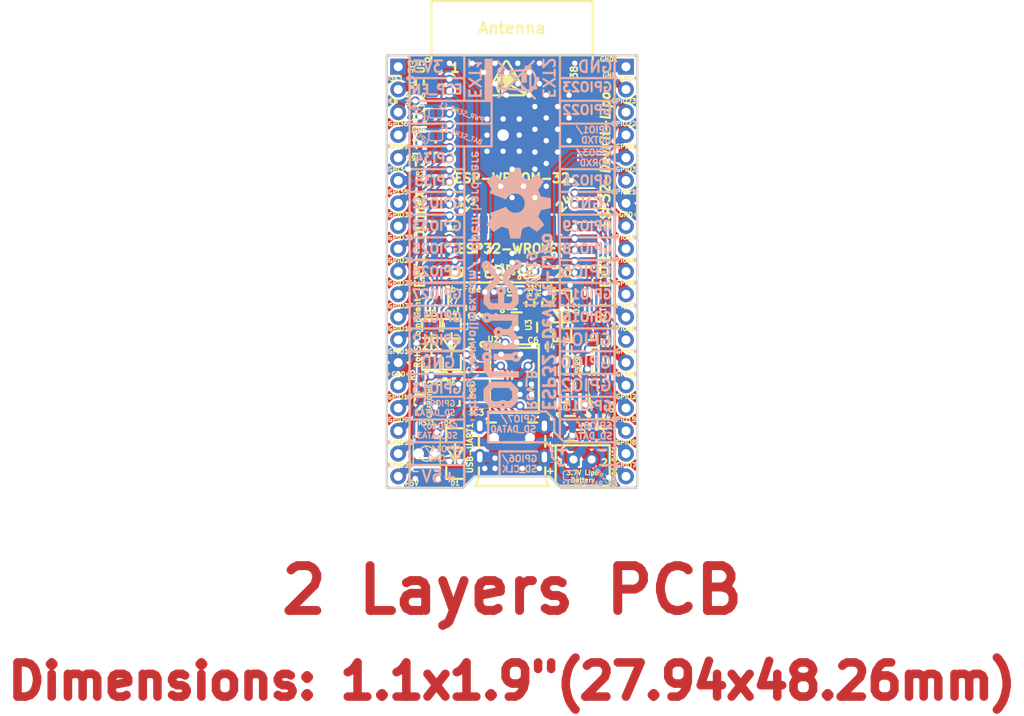
<source format=kicad_pcb>
(kicad_pcb (version 20221018) (generator pcbnew)
  (title_block (title "ESP32-DevKit-Lipo") (date "2020-06-08") (rev "B") (company "OLIMEX Ltd.") (comment 1 "https://www.olimex.com"))
  (layers (0 "F.Cu" mixed) (31 "B.Cu" mixed) (34 "B.Paste" user) (35 "F.Paste" user) (36 "B.SilkS" user "B.Silkscreen") (37 "F.SilkS" user "F.Silkscreen") (38 "B.Mask" user) (39 "F.Mask" user) (44 "Edge.Cuts" user))
  (net 0 "")
  (net 1 "+5V")
  (net 2 "GND")
  (net 3 "Net-(C3-Pad1)")
  (net 4 "+3V3")
  (net 5 "/ESP_EN")
  (net 6 "Net-(Q2-Pad1)")
  (net 7 "Net-(CHARGING1-Pad1)")
  (net 8 "/+5V_USB")
  (net 9 "/D_Com")
  (net 10 "Net-(C2-Pad1)")
  (net 11 "Net-(C6-Pad1)")
  (net 12 "/GPIO13")
  (net 13 "/GPIO12")
  (net 14 "/GPIO27")
  (net 15 "/GPIO14")
  (net 16 "/GPIO26")
  (net 17 "/GPIO25")
  (net 18 "/GPIO32")
  (net 19 "/GPIO33")
  (net 20 "/GPI35")
  (net 21 "/GPI34")
  (net 22 "/GPIO22")
  (net 23 "/GPIO23")
  (net 24 "/GPIO21")
  (net 25 "/GPIO19")
  (net 26 "/GPIO18")
  (net 27 "/GPIO5")
  (net 28 "/GPIO16")
  (net 29 "/GPIO17")
  (net 30 "/GPIO4")
  (net 31 "/GPIO0")
  (net 32 "/GPIO15")
  (net 33 "/GPIO2")
  (net 34 "Net-(L1-Pad1)")
  (net 35 "Net-(Q2-Pad2)")
  (net 36 "Net-(Q3-Pad1)")
  (net 37 "Net-(Q3-Pad2)")
  (net 38 "Net-(Q3-Pad3)")
  (net 39 "Net-(R3-Pad2)")
  (net 40 "Net-(R4-Pad1)")
  (net 41 "Net-(R11-Pad1)")
  (net 42 "Net-(U2-Pad7)")
  (net 43 "Net-(U2-Pad6)")
  (net 44 "Net-(FID1-PadFid1)")
  (net 45 "Net-(FID2-PadFid1)")
  (net 46 "Net-(FID3-PadFid1)")
  (net 47 "Net-(U2-Pad17)")
  (net 48 "Net-(U2-Pad14)")
  (net 49 "Net-(U2-Pad13)")
  (net 50 "Net-(U2-Pad12)")
  (net 51 "Net-(U2-Pad11)")
  (net 52 "Net-(U5-Pad32)")
  (net 53 "Net-(USB-UART1-Pad4)")
  (net 54 "VBAT")
  (net 55 "Net-(BAT_SENS_E1-Pad1)")
  (net 56 "Net-(C5-Pad1)")
  (net 57 "/GPIO3\\U0RXD")
  (net 58 "Net-(D4-Pad1)")
  (net 59 "/GPIO1\\U0TXD")
  (net 60 "Net-(D5-Pad2)")
  (net 61 "/GPI39\\SENSOR_VN")
  (net 62 "/GPI36\\SENSOR_VP")
  (net 63 "/GPIO9\\SD_DATA2")
  (net 64 "/GPIO11\\SD_CMD")
  (net 65 "/GPIO10\\SD_DATA3")
  (net 66 "/GPIO6\\SD_CLK")
  (net 67 "/GPIO7\\SD_DATA0")
  (net 68 "/GPIO8\\SD_DATA1")
  (net 69 "Net-(PWR_SENS_E1-Pad1)")
  (net 70 "Net-(U2-Pad20)")
  (net 71 "Net-(BAT_PWR_E1-Pad1)")
  (net 72 "Net-(FID4-PadFid1)")
  (footprint "OLIMEX_Diodes-FP:SOT23-3" (layer "F.Cu") (at 153.035 105.156)
    (fp_text reference "D3")
    (fp_text value "BAT54C(SOT23-3)")
  )
  (footprint "OLIMEX_Transistors-FP:SOT23" (layer "F.Cu") (at 150.368 109.22 90)
    (fp_text reference "Q2")
    (fp_text value "BC817-40(SOT23)")
  )
  (footprint "OLIMEX_Connectors-FP:USB-MICRO_MISB-SWMM-5B_LF" (layer "F.Cu") (at 143.51 115.697 -90)
    (fp_text reference "USB-UART1")
    (fp_text value "MISB-SWMM-5B-LF(USB_MICRO)")
  )
  (footprint "OLIMEX_LEDs-FP:LED_0603_KA" (layer "F.Cu") (at 133.223 110.49 -90)
    (fp_text reference "CHARGING1")
    (fp_text value "LED/YELLOW/0603")
  )
  (footprint "OLIMEX_Other-FP:Fiducial1x3" (layer "F.Cu") (at 151.765 98.425)
    (fp_text reference "FID1" hide)
    (fp_text value "Fiducial" hide)
  )
  (footprint "OLIMEX_IC-FP:SOT-23-5" (layer "F.Cu") (at 149.987 112.776 180)
    (fp_text reference "U1")
    (fp_text value "BL4054B-42TPRN(SOT23-5)")
  )
  (footprint "OLIMEX_IC-FP:SSOP-20W" (layer "F.Cu") (at 143.764 107.188 -90)
    (fp_text reference "U2")
    (fp_text value "CH340T(SSOP20W)")
  )
  (footprint "OLIMEX_LOGOs-FP:LOGO_OLIMEX_80" (layer "F.Cu") (at 143.51 95.25)
    (fp_text reference "Olimex_Logo_Small" hide)
    (fp_text value "" hide)
  )
  (footprint "OLIMEX_LOGOs-FP:LOGO_ANTISTATIC_SMALL_4.5mmX2.8mm" (layer "F.Cu") (at 142.875 73.66)
    (fp_text reference "Sign_Antistatic" hide)
    (fp_text value "Val**")
  )
  (footprint "OLIMEX_Diodes-FP:SOD-123_1C-2A_KA" (layer "F.Cu") (at 137.16 115.57 90)
    (fp_text reference "D1")
    (fp_text value "1N5819S4/SOD123")
  )
  (footprint "OLIMEX_RLC-FP:R_0402_5MIL_DWS" (layer "F.Cu") (at 133.223 83.185 90)
    (fp_text reference "R2")
    (fp_text value "470k/R0402")
  )
  (footprint "OLIMEX_RLC-FP:R_0402_5MIL_DWS" (layer "F.Cu") (at 133.223 107.823 90)
    (fp_text reference "R3")
    (fp_text value "2.2k/R0402")
  )
  (footprint "OLIMEX_RLC-FP:R_0402_5MIL_DWS" (layer "F.Cu") (at 136.017 106.934)
    (fp_text reference "R6")
    (fp_text value "10k/R0402")
  )
  (footprint "OLIMEX_RLC-FP:R_0402_5MIL_DWS" (layer "F.Cu") (at 149.606 106.299)
    (fp_text reference "R8")
    (fp_text value "2.2k/R0402")
  )
  (footprint "OLIMEX_RLC-FP:R_0402_5MIL_DWS" (layer "F.Cu") (at 152.019 110.871 180)
    (fp_text reference "R10")
    (fp_text value "220R/R0402")
  )
  (footprint "OLIMEX_RLC-FP:C_0402_5MIL_DWS" (layer "F.Cu") (at 138.049 106.934 180)
    (fp_text reference "C5")
    (fp_text value "100nF/10V/10%/X7R/C0402")
  )
  (footprint "OLIMEX_RLC-FP:C_0402_5MIL_DWS" (layer "F.Cu") (at 132.714999 81.661)
    (fp_text reference "C9")
    (fp_text value "100nF/10V/10%/X7R/C0402")
  )
  (footprint "OLIMEX_Other-FP:Fiducial1x3" (layer "F.Cu") (at 148.59 73.025)
    (fp_text reference "FID3" hide)
    (fp_text value "Fiducial" hide)
  )
  (footprint "OLIMEX_Cases-FP:ESP32-WROVER_MODULE" (layer "F.Cu") (at 143.51 80.772)
    (fp_text reference "U5")
    (fp_text value "ESP32-WROOM-32D-4MB")
  )
  (footprint "OLIMEX_Transistors-FP:SOT23" (layer "F.Cu") (at 153.543 109.22 90)
    (fp_text reference "Q3")
    (fp_text value "BC817-40(SOT23)")
  )
  (footprint "OLIMEX_RLC-FP:C_0603_5MIL_DWS" (layer "F.Cu") (at 153.6065 113.538)
    (fp_text reference "C1")
    (fp_text value "22uF/6.3V/20%/X5R/C0603")
  )
  (footprint "OLIMEX_RLC-FP:CD32" (layer "F.Cu") (at 140.208 100.203 90)
    (fp_text reference "L1")
    (fp_text value "2.2uH/1.5A/DCR=72mR/20%/3.00x3.00x1.50mm/CD32(NR3015T2R2M)")
  )
  (footprint "OLIMEX_RLC-FP:C_0603_5MIL_DWS" (layer "F.Cu") (at 143.51 98.679)
    (fp_text reference "C7")
    (fp_text value "22uF/6.3V/20%/X5R/C0603")
  )
  (footprint "OLIMEX_RLC-FP:C_0603_5MIL_DWS" (layer "F.Cu") (at 147.066 101.473 90)
    (fp_text reference "C6")
    (fp_text value "22uF/6.3V/20%/X5R/C0603")
  )
  (footprint "OLIMEX_Other-FP:Fiducial1x3" (layer "F.Cu") (at 135.255 98.425)
    (fp_text reference "FID2" hide)
    (fp_text value "Fiducial" hide)
  )
  (footprint "OLIMEX_RLC-FP:R_0402_5MIL_DWS" (layer "F.Cu") (at 147.32 98.8695 90)
    (fp_text reference "R1")
    (fp_text value "10k/R0402")
  )
  (footprint "OLIMEX_RLC-FP:R_0402_5MIL_DWS" (layer "F.Cu") (at 145.542 98.8695 90)
    (fp_text reference "R11")
    (fp_text value "220k/R0402")
  )
  (footprint "OLIMEX_RLC-FP:R_0402_5MIL_DWS" (layer "F.Cu") (at 146.431 98.8695 90)
    (fp_text reference "R12")
    (fp_text value "49.9k/1%/R0402")
  )
  (footprint "OLIMEX_Regulators-FP:SOT-23-5" (layer "F.Cu") (at 144.018 101.219 180)
    (fp_text reference "U3")
    (fp_text value "SY8089AAAC(SOT23-5)")
  )
  (footprint "OLIMEX_RLC-FP:C_0402_5MIL_DWS" (layer "F.Cu") (at 138.557 110.998 -90)
    (fp_text reference "C3")
    (fp_text value "27pF/50V/5%/C0G/C0402")
  )
  (footprint "OLIMEX_Other-FP:Fiducial1x3" (layer "F.Cu") (at 144.145 115.062)
    (fp_text reference "FID4" hide)
    (fp_text value "Fiducial" hide)
  )
  (footprint "OLIMEX_Other-FP:TESTPAD_40-ROUND" (layer "F.Cu") (at 154.305 72.39)
    (fp_text reference "GND1")
    (fp_text value "TESTPAD" hide)
  )
  (footprint "OLIMEX_RLC-FP:R_0402_5MIL_DWS" (layer "F.Cu") (at 133.223 74.168 -90)
    (fp_text reference "R13")
    (fp_text value "470k/R0402")
  )
  (footprint "OLIMEX_RLC-FP:R_0402_5MIL_DWS" (layer "F.Cu") (at 132.715 78.74 180)
    (fp_text reference "R16")
    (fp_text value "470k/R0402")
  )
  (footprint "OLIMEX_RLC-FP:R_0402_5MIL_DWS" (layer "F.Cu") (at 137.922 99.314 90)
    (fp_text reference "R7")
    (fp_text value "NA/R0402")
  )
  (footprint "OLIMEX_Diodes-FP:SOD-123_1C-2A_KA" (layer "F.Cu") (at 149.098 100.203 90)
    (fp_text reference "D2")
    (fp_text value "1N5819S4/SOD123")
  )
  (footprint "OLIMEX_Transistors-FP:SOT23" (layer "F.Cu") (at 152.273 101.473 180)
    (fp_text reference "FET1")
    (fp_text value "WPM2015-3/TR")
  )
  (footprint "OLIMEX_RLC-FP:C_0603_5MIL_DWS" (layer "F.Cu") (at 149.86 103.886)
    (fp_text reference "C4")
    (fp_text value "22uF/6.3V/20%/X5R/C0603")
  )
  (footprint "OLIMEX_RLC-FP:R_0402_5MIL_DWS" (layer "F.Cu") (at 149.606 105.41)
    (fp_text reference "R9")
    (fp_text value "2.2k/R0402")
  )
  (footprint "OLIMEX_RLC-FP:R_0402_5MIL_DWS" (layer "F.Cu") (at 153.162 112.141)
    (fp_text reference "R4")
    (fp_text value "2.2k/R0402")
  )
  (footprint "OLIMEX_Connectors-FP:LIPO_BAT_VERTICAL_DW02S" (layer "F.Cu") (at 151.384 119.761)
    (fp_text reference "BAT1")
    (fp_text value "DW02S")
  )
  (footprint "OLIMEX_Buttons-FP:IT1185AU2_V2" (layer "F.Cu") (at 133.985 115.57 -90)
    (fp_text reference "RST1")
    (fp_text value "IT-1185AU2-160G-G-TR")
  )
  (footprint "OLIMEX_RLC-FP:C_0402_5MIL_DWS" (layer "F.Cu") (at 138.557 108.966 90)
    (fp_text reference "C2")
    (fp_text value "27pF/50V/5%/C0G/C0402")
  )
  (footprint "OLIMEX_Crystal-FP:TSX-3.2x2.5mm_GND(3)" (layer "F.Cu") (at 136.398 109.939 -90)
    (fp_text reference "Q1")
    (fp_text value "Q12MHz/20pF/10ppm/4P/3.2x2.5mm")
  )
  (footprint "OLIMEX_Diodes-FP:SOD-123_1C-2A_KA" (layer "F.Cu") (at 134.493 103.378 -90)
    (fp_text reference "D5")
    (fp_text value "1N5819S4/SOD123")
  )
  (footprint "OLIMEX_Diodes-FP:SOD-123_1C-2A_KA" (layer "F.Cu") (at 136.779 103.378 90)
    (fp_text reference "D4")
    (fp_text value "1N5819S4/SOD123")
  )
  (footprint "OLIMEX_RLC-FP:R_0402_5MIL_DWS" (layer "F.Cu") (at 132.715 77.216)
    (fp_text reference "R15")
    (fp_text value "220k/R0402")
  )
  (footprint "OLIMEX_RLC-FP:R_0402_5MIL_DWS" (layer "F.Cu") (at 132.715 80.137001 180)
    (fp_text reference "R5")
    (fp_text value "470k/R0402")
  )
  (footprint "OLIMEX_RLC-FP:R_0402_5MIL_DWS" (layer "F.Cu") (at 138.938 103.251 180)
    (fp_text reference "R17")
    (fp_text value "10k/R0402")
  )
  (footprint "OLIMEX_Connectors-FP:HN1x19" (layer "B.Cu") (at 156.21 93.98 -90)
    (fp_text reference "EXT2")
    (fp_text value "HN1x19")
  )
  (footprint "OLIMEX_Connectors-FP:HN1x19" (layer "B.Cu") (at 130.81 93.98 -90)
    (fp_text reference "EXT1")
    (fp_text value "HN1x19")
  )
  (footprint "OLIMEX_LOGOs-FP:LOGO_OPENHARDWARE_8x8" (layer "B.Cu") (at 143.764 87.63 90)
    (fp_text reference "Logo_OSHW" hide)
    (fp_text value "" hide)
  )
  (footprint "OLIMEX_LOGOs-FP:LOGO_RECYCLEBIN_1" (layer "B.Cu") (at 140.462 76.2 90)
    (fp_text reference "Sign_RecycleBin" hide)
    (fp_text value "" hide)
  )
  (footprint "OLIMEX_LOGOs-FP:OLIMEX_LOGO_TB" (layer "B.Cu") (at 142.367 102.108 90)
    (fp_text reference "Olimex_Logo_Big" hide)
    (fp_text value "" hide)
  )
  (footprint "OLIMEX_Jumpers-FP:SJ_1_SMALLER" (layer "B.Cu") (at 149.987 117.983)
    (fp_text reference "BAT_PWR_E1")
    (fp_text value "Opened" hide)
  )
  (footprint "OLIMEX_Other-FP:TESTPAD_40-ROUND" (layer "B.Cu") (at 152.4 117.983)
    (fp_text reference "D_Com1")
    (fp_text value "TESTPAD" hide)
  )
  (footprint "OLIMEX_Jumpers-FP:SJ_1_SMALLER" (layer "B.Cu") (at 135.001 80.137)
    (fp_text reference "BAT_SENS_E1")
    (fp_text value "Opened" hide)
  )
  (footprint "OLIMEX_Jumpers-FP:SJ_1_SMALLER" (layer "B.Cu") (at 135.001 77.597)
    (fp_text reference "PWR_SENS_E1")
    (fp_text value "Opened" hide)
  )
  (gr_line (start 131.826 106.68) (end 138.176 106.68) (stroke (width 0.254)) (layer "B.SilkS"))
  (gr_line (start 131.826 104.14) (end 138.176 104.14) (stroke (width 0.254)) (layer "B.SilkS"))
  (gr_line (start 131.826 101.6) (end 138.176 101.6) (stroke (width 0.254)) (layer "B.SilkS"))
  (gr_line (start 131.826 99.06) (end 138.176 99.06) (stroke (width 0.254)) (layer "B.SilkS"))
  (gr_line (start 131.826 96.52) (end 138.176 96.52) (stroke (width 0.254)) (layer "B.SilkS"))
  (gr_line (start 131.826 93.98) (end 138.176 93.98) (stroke (width 0.254)) (layer "B.SilkS"))
  (gr_line (start 131.826 91.44) (end 138.176 91.44) (stroke (width 0.254)) (layer "B.SilkS"))
  (gr_line (start 131.826 88.9) (end 138.176 88.9) (stroke (width 0.254)) (layer "B.SilkS"))
  (gr_line (start 131.826 86.36) (end 138.176 86.36) (stroke (width 0.254)) (layer "B.SilkS"))
  (gr_line (start 131.826 83.82) (end 138.176 83.82) (stroke (width 0.254)) (layer "B.SilkS"))
  (gr_line (start 131.699 81.28) (end 141.224 81.28) (stroke (width 0.254)) (layer "B.SilkS"))
  (gr_line (start 131.826 78.74) (end 141.224 78.74) (stroke (width 0.254)) (layer "B.SilkS"))
  (gr_line (start 131.826 76.2) (end 141.224 76.2) (stroke (width 0.254)) (layer "B.SilkS"))
  (gr_line (start 131.826 73.66) (end 138.176 73.66) (stroke (width 0.254)) (layer "B.SilkS"))
  (gr_line (start 148.844 73.66) (end 155.194 73.66) (stroke (width 0.254)) (layer "B.SilkS"))
  (gr_line (start 148.844 111.760446) (end 148.844 71.12) (stroke (width 0.254)) (layer "B.SilkS"))
  (gr_line (start 148.844 76.2) (end 155.194 76.2) (stroke (width 0.254)) (layer "B.SilkS"))
  (gr_line (start 148.844 78.74) (end 155.194 78.74) (stroke (width 0.254)) (layer "B.SilkS"))
  (gr_line (start 148.844 81.28) (end 155.194 81.28) (stroke (width 0.254)) (layer "B.SilkS"))
  (gr_line (start 148.844 83.82) (end 155.194 83.82) (stroke (width 0.254)) (layer "B.SilkS"))
  (gr_line (start 148.844 86.36) (end 155.194 86.36) (stroke (width 0.254)) (layer "B.SilkS"))
  (gr_line (start 148.844 88.9) (end 155.194 88.9) (stroke (width 0.254)) (layer "B.SilkS"))
  (gr_line (start 148.844 91.44) (end 155.194 91.44) (stroke (width 0.254)) (layer "B.SilkS"))
  (gr_line (start 148.844 93.98) (end 155.194 93.98) (stroke (width 0.254)) (layer "B.SilkS"))
  (gr_line (start 148.844 96.52) (end 155.194 96.52) (stroke (width 0.254)) (layer "B.SilkS"))
  (gr_line (start 148.844 99.06) (end 155.194 99.06) (stroke (width 0.254)) (layer "B.SilkS"))
  (gr_line (start 148.844 101.6) (end 155.194 101.6) (stroke (width 0.254)) (layer "B.SilkS"))
  (gr_line (start 148.844 104.14) (end 155.194 104.14) (stroke (width 0.254)) (layer "B.SilkS"))
  (gr_line (start 148.844 106.68) (end 155.194 106.68) (stroke (width 0.254)) (layer "B.SilkS"))
  (gr_line (start 148.844 109.22) (end 155.194 109.22) (stroke (width 0.254)) (layer "B.SilkS"))
  (gr_line (start 148.844 111.76) (end 155.194 111.76) (stroke (width 0.254)) (layer "B.SilkS"))
  (gr_line (start 149.352 114.3) (end 155.194 114.296827) (stroke (width 0.254)) (layer "B.SilkS"))
  (gr_line (start 153.289 116.84) (end 155.194 116.84) (stroke (width 0.254)) (layer "B.SilkS"))
  (gr_line (start 147.701 118.11) (end 148.971 119.38) (stroke (width 0.254)) (layer "B.SilkS"))
  (gr_line (start 142.113 115.316) (end 146.304 115.316) (stroke (width 0.254)) (layer "B.SilkS"))
  (gr_line (start 148.971 119.38) (end 155.321 119.38) (stroke (width 0.254)) (layer "B.SilkS"))
  (gr_line (start 148.844 71.12) (end 155.194 71.12) (stroke (width 0.254)) (layer "B.SilkS"))
  (gr_line (start 131.826 71.12) (end 138.176 71.12) (stroke (width 0.254)) (layer "B.SilkS"))
  (gr_line (start 131.826 119.38) (end 138.049 119.38) (stroke (width 0.254)) (layer "B.SilkS"))
  (gr_line (start 147.955 114.935) (end 147.955 115.951) (stroke (width 0.254)) (layer "B.SilkS"))
  (gr_line (start 148.844 111.76) (end 148.844 113.792) (stroke (width 0.254)) (layer "B.SilkS"))
  (gr_line (start 149.345618 114.293618) (end 148.844 113.792) (stroke (width 0.254)) (layer "B.SilkS"))
  (gr_line (start 148.844 116.84) (end 149.225 116.84) (stroke (width 0.254)) (layer "B.SilkS"))
  (gr_line (start 141.224 81.28) (end 141.224 76.2) (stroke (width 0.254)) (layer "B.SilkS"))
  (gr_line (start 138.176 76.2) (end 138.176 71.12) (stroke (width 0.254)) (layer "B.SilkS"))
  (gr_line (start 148.209 111.76) (end 148.209 113.157) (stroke (width 0.254)) (layer "B.SilkS"))
  (gr_line (start 148.209 113.157) (end 148.844 113.792) (stroke (width 0.254)) (layer "B.SilkS"))
  (gr_line (start 131.826 116.84) (end 138.176 116.84) (stroke (width 0.254)) (layer "B.SilkS"))
  (gr_line (start 138.176 109.22) (end 138.176 119.253) (stroke (width 0.254)) (layer "B.SilkS"))
  (gr_line (start 131.826 114.3) (end 138.176 114.3) (stroke (width 0.254)) (layer "B.SilkS"))
  (gr_line (start 140.843 114.3) (end 147.326382 114.3) (stroke (width 0.254)) (layer "B.SilkS"))
  (gr_line (start 142.113 115.316) (end 142.113 118.11) (stroke (width 0.254)) (layer "B.SilkS"))
  (gr_line (start 131.826 109.22) (end 138.176 109.22) (stroke (width 0.254)) (layer "B.SilkS"))
  (gr_line (start 147.701 118.11) (end 142.113 118.11) (stroke (width 0.254)) (layer "B.SilkS"))
  (gr_line (start 131.826 111.76) (end 138.176 111.76) (stroke (width 0.254)) (layer "B.SilkS"))
  (gr_line (start 148.844 116.84) (end 147.955 115.951) (stroke (width 0.254)) (layer "B.SilkS"))
  (gr_line (start 148.209 111.76) (end 147.32 110.871) (stroke (width 0.254)) (layer "B.SilkS"))
  (gr_line (start 147.32 110.871) (end 140.843 110.871) (stroke (width 0.254)) (layer "B.SilkS"))
  (gr_line (start 140.843 110.871) (end 140.843 114.3) (stroke (width 0.254)) (layer "B.SilkS"))
  (gr_line (start 147.955 114.935) (end 147.326382 114.306382) (stroke (width 0.254)) (layer "B.SilkS"))
  (gr_line (start 138.176 109.22) (end 138.176 81.28) (stroke (width 0.254)) (layer "B.SilkS"))
  (gr_line (start 138.176 119.253) (end 138.049 119.38) (stroke (width 0.254)) (layer "B.SilkS"))
  (gr_circle (center 148.6535 111.1885) (end 148.844 111.1885) (stroke (width 0.2032)) (fill none) (layer "F.SilkS"))
  (gr_line (start 133.731 76.962) (end 133.858 77.216) (stroke (width 0.15)) (layer "F.SilkS"))
  (gr_line (start 133.731 78.359) (end 133.731 78.5495) (stroke (width 0.15)) (layer "F.SilkS"))
  (gr_line (start 133.731 78.5495) (end 133.604 78.6765) (stroke (width 0.15)) (layer "F.SilkS"))
  (gr_circle (center 142.4305 99.6315) (end 142.621 99.6315) (stroke (width 0.2032)) (fill none) (layer "F.SilkS"))
  (gr_line (start 133.731 76.962) (end 133.731 78.359) (stroke (width 0.15)) (layer "F.SilkS"))
  (gr_line (start 133.731 76.962) (end 133.604 77.216) (stroke (width 0.15)) (layer "F.SilkS"))
  (gr_line (start 157.48 119.38) (end 157.48 71.12) (stroke (width 0.254)) (layer "Edge.Cuts"))
  (gr_line (start 148.971 119.38) (end 157.48 119.38) (stroke (width 0.254)) (layer "Edge.Cuts"))
  (gr_line (start 129.54 71.12) (end 129.54 119.38) (stroke (width 0.254)) (layer "Edge.Cuts"))
  (gr_line (start 147.701 118.11) (end 148.971 119.38) (stroke (width 0.254)) (layer "Edge.Cuts"))
  (gr_line (start 138.049 119.38) (end 139.319 118.11) (stroke (width 0.254)) (layer "Edge.Cuts"))
  (gr_line (start 139.319 118.11) (end 147.701 118.11) (stroke (width 0.254)) (layer "Edge.Cuts"))
  (gr_line (start 129.54 119.38) (end 138.049 119.38) (stroke (width 0.254)) (layer "Edge.Cuts"))
  (gr_line (start 157.48 71.12) (end 129.54 71.12) (stroke (width 0.254)) (layer "Edge.Cuts"))
  (gr_text "2 Layers PCB" (at 143.51 130.81) (layer "F.Cu") (effects (font (size 5 5) (thickness 1))))
  (gr_text "Dimensions: 1.1x1.9\"(27.94x48.26mm)" (at 143.51 140.97) (layer "F.Cu") (effects (font (size 3.81 3.81) (thickness 0.9525))))
  (gr_text "ESP_EN" (at 135.128 74.93) (layer "B.SilkS") (effects (font (size 1.016 1.016) (thickness 0.254)) (justify mirror)))
  (gr_text "GPI36" (at 133.223 77.597 315) (layer "B.SilkS") (effects (font (size 0.5588 0.5588) (thickness 0.1397)) (justify mirror)))
  (gr_text "GPI39" (at 133.223 80.137 315) (layer "B.SilkS") (effects (font (size 0.5588 0.5588) (thickness 0.1397)) (justify mirror)))
  (gr_text "GPI35" (at 134.874 85.1535) (layer "B.SilkS") (effects (font (size 1.016 1.016) (thickness 0.254)) (justify mirror)))
  (gr_text "GPIO32" (at 135.128 87.63) (layer "B.SilkS") (effects (font (size 1.016 1.016) (thickness 0.254)) (justify mirror)))
  (gr_text "GPIO33" (at 135.128 90.17) (layer "B.SilkS") (effects (font (size 1.016 1.016) (thickness 0.254)) (justify mirror)))
  (gr_text "GPIO25" (at 135.128 92.71) (layer "B.SilkS") (effects (font (size 1.016 1.016) (thickness 0.254)) (justify mirror)))
  (gr_text "GPIO26" (at 135.128 95.25) (layer "B.SilkS") (effects (font (size 1.016 1.016) (thickness 0.254)) (justify mirror)))
  (gr_text "GPIO27" (at 135.128 97.79) (layer "B.SilkS") (effects (font (size 1.016 1.016) (thickness 0.254)) (justify mirror)))
  (gr_text "GPIO14" (at 135.128 100.33) (layer "B.SilkS") (effects (font (size 1.016 1.016) (thickness 0.254)) (justify mirror)))
  (gr_text "GND" (at 135.255 105.41) (layer "B.SilkS") (effects (font (size 1.27 1.27) (thickness 0.254)) (justify mirror)))
  (gr_text "GPIO13" (at 135.128 108.331) (layer "B.SilkS") (effects (font (size 1.016 1.016) (thickness 0.254)) (justify mirror)))
  (gr_text "GPIO10/\nSD_DATA3" (at 137.541 113.03) (layer "B.SilkS") (effects (font (size 0.635 0.635) (thickness 0.15875)) (justify left mirror)))
  (gr_text "GPIO9/\nSD_DATA2" (at 137.287 110.49) (layer "B.SilkS") (effects (font (size 0.635 0.635) (thickness 0.15875)) (justify left mirror)))
  (gr_text "GPIO23" (at 151.892 74.676) (layer "B.SilkS") (effects (font (size 1.016 1.016) (thickness 0.254)) (justify mirror)))
  (gr_text "GPIO22" (at 151.892 77.216) (layer "B.SilkS") (effects (font (size 1.016 1.016) (thickness 0.254)) (justify mirror)))
  (gr_text "GPIO1/\nU0TXD" (at 154.686 80.01) (layer "B.SilkS") (effects (font (size 0.7112 0.7112) (thickness 0.1778)) (justify left mirror)))
  (gr_text "GPIO3/\nU0RXD" (at 154.686 82.55) (layer "B.SilkS") (effects (font (size 0.7112 0.7112) (thickness 0.1778)) (justify left mirror)))
  (gr_text "GND" (at 151.765 87.63) (layer "B.SilkS") (effects (font (size 1.27 1.27) (thickness 0.254)) (justify mirror)))
  (gr_text "GPIO19" (at 151.892 90.17) (layer "B.SilkS") (effects (font (size 1.016 1.016) (thickness 0.254)) (justify mirror)))
  (gr_text "GPIO18" (at 151.892 92.71) (layer "B.SilkS") (effects (font (size 1.016 1.016) (thickness 0.254)) (justify mirror)))
  (gr_text "GPIO5" (at 151.765 95.25) (layer "B.SilkS") (effects (font (size 1.27 1.27) (thickness 0.254)) (justify mirror)))
  (gr_text "GPIO17" (at 151.892 97.79) (layer "B.SilkS") (effects (font (size 1.016 1.016) (thickness 0.254)) (justify mirror)))
  (gr_text "GPIO16" (at 151.892 100.33) (layer "B.SilkS") (effects (font (size 1.016 1.016) (thickness 0.254)) (justify mirror)))
  (gr_text "GPIO4" (at 151.765 102.87) (layer "B.SilkS") (effects (font (size 1.27 1.27) (thickness 0.254)) (justify mirror)))
  (gr_text "GPIO0" (at 151.765 105.41) (layer "B.SilkS") (effects (font (size 1.27 1.27) (thickness 0.254)) (justify mirror)))
  (gr_text "GPIO2" (at 151.765 107.95) (layer "B.SilkS") (effects (font (size 1.27 1.27) (thickness 0.254)) (justify mirror)))
  (gr_text "GPIO7/\nSD_DATA0" (at 146.304 112.268) (layer "B.SilkS") (effects (font (size 0.7112 0.7112) (thickness 0.1778)) (justify left mirror)))
  (gr_text "GPIO6/\nSD_CLK" (at 146.431 116.713) (layer "B.SilkS") (effects (font (size 0.7112 0.7112) (thickness 0.1778)) (justify left mirror)))
  (gr_text "GPIO8/\nSD_DATA1" (at 154.813 113.03) (layer "B.SilkS") (effects (font (size 0.7112 0.7112) (thickness 0.1778)) (justify left mirror)))
  (gr_text "https://www.olimex.com/" (at 139.192 102.743 270) (layer "B.SilkS") (effects (font (size 0.889 0.889) (thickness 0.22225)) (justify mirror)))
  (gr_text "ESP32-DevKit-Lipo" (at 147.574 100.838 270) (layer "B.SilkS") (effects (font (size 1.3208 1.3208) (thickness 0.3175)) (justify mirror)))
  (gr_text "+" (at 149.098 115.062) (layer "B.SilkS") (effects (font (size 1.27 1.27) (thickness 0.254)) (justify mirror)))
  (gr_text "-" (at 153.543 115.062) (layer "B.SilkS") (effects (font (size 1.27 1.27) (thickness 0.254)) (justify mirror)))
  (gr_text "GPI34" (at 134.874 82.6135) (layer "B.SilkS") (effects (font (size 1.016 1.016) (thickness 0.254)) (justify mirror)))
  (gr_text "GND" (at 152.781 72.39) (layer "B.SilkS") (effects (font (size 1.27 1.27) (thickness 0.254)) (justify mirror)))
  (gr_text "GPIO21" (at 151.892 85.09) (layer "B.SilkS") (effects (font (size 1.016 1.016) (thickness 0.254)) (justify mirror)))
  (gr_text "GPIO15" (at 151.892 110.236) (layer "B.SilkS") (effects (font (size 1.016 1.016) (thickness 0.254)) (justify mirror)))
  (gr_text "+5V" (at 135.382 118.11) (layer "B.SilkS") (effects (font (size 1.27 1.27) (thickness 0.254)) (justify mirror)))
  (gr_text "GPIO11/\nSD_CMD" (at 137.922 115.57) (layer "B.SilkS") (effects (font (size 0.635 0.635) (thickness 0.15875)) (justify left mirror)))
  (gr_text "GPIO12" (at 135.128 102.87) (layer "B.SilkS") (effects (font (size 1.016 1.016) (thickness 0.254)) (justify mirror)))
  (gr_text "Rev_B         (C)2019" (at 145.669 101.854 270) (layer "B.SilkS") (effects (font (size 1.016 1.016) (thickness 0.254)) (justify mirror)))
  (gr_text "3V3" (at 134.112 72.39) (layer "B.SilkS") (effects (font (size 1.27 1.27) (thickness 0.254)) (justify mirror)))
  (gr_text "3V3" (at 130.556 73.6854) (layer "F.SilkS") (effects (font (size 0.508 0.508) (thickness 0.127))))
  (gr_text "EN" (at 130.302 76.2254) (layer "F.SilkS") (effects (font (size 0.508 0.508) (thickness 0.127))))
  (gr_text "GPI36" (at 130.81 78.7654) (layer "F.SilkS") (effects (font (size 0.508 0.508) (thickness 0.127))))
  (gr_text "GPI34" (at 130.81 83.8454) (layer "F.SilkS") (effects (font (size 0.508 0.508) (thickness 0.127))))
  (gr_text "GPI39" (at 130.81 81.3054) (layer "F.SilkS") (effects (font (size 0.508 0.508) (thickness 0.127))))
  (gr_text "GPI35" (at 130.81 86.3854) (layer "F.SilkS") (effects (font (size 0.508 0.508) (thickness 0.127))))
  (gr_text "GPIO32" (at 131.064 88.9254) (layer "F.SilkS") (effects (font (size 0.508 0.508) (thickness 0.127))))
  (gr_text "GPIO33" (at 131.064 91.4654) (layer "F.SilkS") (effects (font (size 0.508 0.508) (thickness 0.127))))
  (gr_text "GPIO25" (at 131.064 94.0054) (layer "F.SilkS") (effects (font (size 0.508 0.508) (thickness 0.127))))
  (gr_text "GPIO26" (at 131.064 96.5454) (layer "F.SilkS") (effects (font (size 0.508 0.508) (thickness 0.127))))
  (gr_text "GPIO27" (at 131.064 99.0854) (layer "F.SilkS") (effects (font (size 0.508 0.508) (thickness 0.127))))
  (gr_text "GPIO14" (at 131.064 101.6254) (layer "F.SilkS") (effects (font (size 0.508 0.508) (thickness 0.127))))
  (gr_text "GPIO12" (at 131.064 104.1654) (layer "F.SilkS") (effects (font (size 0.508 0.508) (thickness 0.127))))
  (gr_text "GND" (at 130.8354 106.7054) (layer "F.SilkS") (effects (font (size 0.508 0.508) (thickness 0.127))))
  (gr_text "GPIO13" (at 130.9878 109.2454) (layer "F.SilkS") (effects (font (size 0.508 0.508) (thickness 0.127))))
  (gr_text "GPIO9" (at 130.81 111.7854) (layer "F.SilkS") (effects (font (size 0.508 0.508) (thickness 0.127))))
  (gr_text "GPIO10" (at 131.064 114.3254) (layer "F.SilkS") (effects (font (size 0.508 0.508) (thickness 0.127))))
  (gr_text "GPIO11" (at 131.064 116.8654) (layer "F.SilkS") (effects (font (size 0.508 0.508) (thickness 0.127))))
  (gr_text "+5V" (at 132.207 118.872) (layer "F.SilkS") (effects (font (size 0.5842 0.5842) (thickness 0.14605))))
  (gr_text "3V3" (at 132.207 72.39 90) (layer "F.SilkS") (effects (font (size 0.508 0.508) (thickness 0.127))))
  (gr_text "GND" (at 156.21 73.6854) (layer "F.SilkS") (effects (font (size 0.508 0.508) (thickness 0.127))))
  (gr_text "GPIO23" (at 155.956 76.2254) (layer "F.SilkS") (effects (font (size 0.508 0.508) (thickness 0.127))))
  (gr_text "GPIO22" (at 155.956 78.7654) (layer "F.SilkS") (effects (font (size 0.508 0.508) (thickness 0.127))))
  (gr_text "GPIO1" (at 156.21 81.3054) (layer "F.SilkS") (effects (font (size 0.508 0.508) (thickness 0.127))))
  (gr_text "GPIO3" (at 156.21 83.8454) (layer "F.SilkS") (effects (font (size 0.508 0.508) (thickness 0.127))))
  (gr_text "GPIO21" (at 155.956 86.36) (layer "F.SilkS") (effects (font (size 0.508 0.508) (thickness 0.127))))
  (gr_text "GND" (at 156.21 88.9) (layer "F.SilkS") (effects (font (size 0.508 0.508) (thickness 0.127))))
  (gr_text "GPIO19" (at 155.956 91.44) (layer "F.SilkS") (effects (font (size 0.508 0.508) (thickness 0.127))))
  (gr_text "GPIO18" (at 155.956 93.98) (layer "F.SilkS") (effects (font (size 0.508 0.508) (thickness 0.127))))
  (gr_text "GPIO5" (at 156.21 96.52) (layer "F.SilkS") (effects (font (size 0.508 0.508) (thickness 0.127))))
  (gr_text "GPIO17" (at 155.956 99.06) (layer "F.SilkS") (effects (font (size 0.508 0.508) (thickness 0.127))))
  (gr_text "GPIO16" (at 155.956 101.6) (layer "F.SilkS") (effects (font (size 0.508 0.508) (thickness 0.127))))
  (gr_text "GPIO4" (at 156.21 104.14) (layer "F.SilkS") (effects (font (size 0.508 0.508) (thickness 0.127))))
  (gr_text "GPIO0" (at 156.21 106.68) (layer "F.SilkS") (effects (font (size 0.508 0.508) (thickness 0.127))))
  (gr_text "GPIO2" (at 156.21 109.22) (layer "F.SilkS") (effects (font (size 0.508 0.508) (thickness 0.127))))
  (gr_text "GPIO15" (at 155.956 111.76) (layer "F.SilkS") (effects (font (size 0.508 0.508) (thickness 0.127))))
  (gr_text "GPIO8" (at 156.21 114.3254) (layer "F.SilkS") (effects (font (size 0.508 0.508) (thickness 0.127))))
  (gr_text "GPIO7" (at 156.21 116.8654) (layer "F.SilkS") (effects (font (size 0.508 0.508) (thickness 0.127))))
  (gr_text "GPIO6" (at 154.94 118.1735 90) (layer "F.SilkS") (effects (font (size 0.508 0.508) (thickness 0.127))))
  (gr_text "GND" (at 154.3685 73.3425) (layer "F.SilkS") (effects (font (size 0.508 0.508) (thickness 0.127))))
  (gr_text "EXT1" (at 133.223 95.25 90) (layer "F.SilkS") (effects (font (size 1.016 1.016) (thickness 0.254))))
  (gr_text "EXT2" (at 153.924 95.25 90) (layer "F.SilkS") (effects (font (size 1.016 1.016) (thickness 0.254))))
  (gr_text "3.7V Lipo\nBattery" (at 151.384 118.11) (layer "F.SilkS") (effects (font (size 0.508 0.508) (thickness 0.127))))
  (gr_text "+" (at 147.7645 114.554) (layer "F.SilkS") (effects (font (size 0.762 0.762) (thickness 0.1905))))
  (gr_text "+" (at 149.0345 115.189) (layer "F.SilkS") (effects (font (size 0.762 0.762) (thickness 0.1905))))
  (gr_text "+" (at 147.7645 117.475) (layer "F.SilkS") (effects (font (size 0.762 0.762) (thickness 0.1905))))
  (gr_text "ESP32-DevKit-Lipo" (at 153.924 82.804 90) (layer "F.SilkS") (effects (font (size 1.016 1.016) (thickness 0.254) italic)))
  (gr_text "Pb-Free" (at 138.049 97.2185) (layer "F.SilkS") (effects (font (size 0.635 0.635) (thickness 0.15875))))
  (gr_text "RoHS Compliant" (at 132.969 102.108 90) (layer "F.SilkS") (effects (font (size 0.635 0.635) (thickness 0.15875))))
  (gr_text "OLimeX" (at 133.223 88.9 90) (layer "F.SilkS") (effects (font (size 1.016 1.016) (thickness 0.254))))
  (gr_text "-" (at 153.6065 115.189) (layer "F.SilkS") (effects (font (size 0.762 0.762) (thickness 0.1905))))
  (segment (start 135.89 116.459) (end 135.89 116.5225) (width 1.016) (layer "F.Cu") (net 1))
  (segment (start 132.226999 115.931001) (end 132.226999 116.478999) (width 0.508) (layer "F.Cu") (net 1))
  (segment (start 151.384 113.538) (end 150.241 113.538) (width 1.016) (layer "F.Cu") (net 1))
  (segment (start 137.668 116.459) (end 137.668 117.166106) (width 1.016) (layer "F.Cu") (net 1))
  (segment (start 152.7175 113.538) (end 151.257 113.538) (width 1.016) (layer "F.Cu") (net 1))
  (segment (start 150.18004 100.52304) (end 149.098 99.441) (width 1.016) (layer "F.Cu") (net 1))
  (segment (start 137.359106 117.475) (end 137.033 117.475) (width 1.016) (layer "F.Cu") (net 1))
  (segment (start 149.0345 99.3775) (end 149.098 99.441) (width 0.508) (layer "F.Cu") (net 1))
  (segment (start 137.16 116.96701) (end 137.151989 116.958999) (width 1.016) (layer "F.Cu") (net 1))
  (segment (start 135.763 116.586) (end 135.89 116.459) (width 1.016) (layer "F.Cu") (net 1))
  (segment (start 136.652 117.475) (end 137.033 117.475) (width 1.016) (layer "F.Cu") (net 1))
  (segment (start 135.89 116.586) (end 136.906 117.602) (width 0.762) (layer "F.Cu") (net 1))
  (segment (start 132.226999 116.478999) (end 132.334 116.586) (width 0.508) (layer "F.Cu") (net 1))
  (segment (start 132.226999 112.248001) (end 132.226999 115.931001) (width 0.508) (layer "F.Cu") (net 1))
  (segment (start 132.842 116.586) (end 136.52499 116.586) (width 0.762) (layer "F.Cu") (net 1))
  (segment (start 151.16556 100.52304) (end 150.18004 100.52304) (width 1.016) (layer "F.Cu") (net 1))
  (segment (start 135.763 116.586) (end 135.89 116.586) (width 0.762) (layer "F.Cu") (net 1))
  (segment (start 137.16 117.47) (end 137.16 116.96701) (width 1.016) (layer "F.Cu") (net 1))
  (segment (start 130.81 118.11) (end 131.5085 117.4115) (width 1.016) (layer "F.Cu") (net 1))
  (segment (start 132.226999 115.970999) (end 132.842 116.586) (width 0.508) (layer "F.Cu") (net 1))
  (segment (start 136.65199 116.459) (end 137.668 116.459) (width 1.016) (layer "F.Cu") (net 1))
  (segment (start 137.668 117.166106) (end 137.359106 117.475) (width 1.016) (layer "F.Cu") (net 1))
  (segment (start 132.334 116.586) (end 132.842 116.586) (width 0.762) (layer "F.Cu") (net 1))
  (segment (start 136.52499 116.586) (end 136.65199 116.459) (width 0.762) (layer "F.Cu") (net 1))
  (segment (start 135.89 116.459) (end 136.65199 116.459) (width 1.016) (layer "F.Cu") (net 1))
  (segment (start 132.226999 115.931001) (end 132.226999 115.970999) (width 0.508) (layer "F.Cu") (net 1))
  (segment (start 133.223 111.252) (end 132.226999 112.248001) (width 0.508) (layer "F.Cu") (net 1))
  (segment (start 132.207 77.216) (end 132.207 76.708) (width 0.508) (layer "F.Cu") (net 1))
  (segment (start 132.207 76.708) (end 132.715 76.2) (width 0.508) (layer "F.Cu") (net 1))
  (segment (start 149.098 98.303) (end 149.098 99.441) (width 1.016) (layer "F.Cu") (net 1))
  (segment (start 137.151989 116.958999) (end 136.65199 116.459) (width 1.016) (layer "F.Cu") (net 1))
  (segment (start 149.098 98.303) (end 149.093 98.303) (width 0.508) (layer "F.Cu") (net 1))
  (segment (start 147.32 99.3775) (end 149.0345 99.3775) (width 0.508) (layer "F.Cu") (net 1))
  (segment (start 135.763 116.586) (end 136.652 117.475) (width 1.016) (layer "F.Cu") (net 1))
  (segment (start 131.5085 117.4115) (end 132.334 116.586) (width 0.762) (layer "F.Cu") (net 1))
  (segment (start 149.093 98.303) (end 148.0185 99.3775) (width 0.508) (layer "F.Cu") (net 1))
  (via (at 137.668 116.459) (size 1) (drill 0.6) (layers "F.Cu" "B.Cu") (net 1))
  (via (at 136.525 116.459) (size 1) (drill 0.6) (layers "F.Cu" "B.Cu") (net 1))
  (via (at 132.715 76.2) (size 1) (drill 0.6) (layers "F.Cu" "B.Cu") (net 1))
  (via (at 149.098 99.441) (size 1) (drill 0.6) (layers "F.Cu" "B.Cu") (net 1))
  (via (at 150.241 113.538) (size 1) (drill 0.6) (layers "F.Cu" "B.Cu") (net 1))
  (segment (start 141.986 96.647) (end 147.574 96.647) (width 0.254) (layer "B.Cu") (net 1))
  (segment (start 139.573 75.311) (end 139.573 83.947) (width 0.254) (layer "B.Cu") (net 1))
  (segment (start 137.795 116.332) (end 137.795 115.697) (width 0.762) (layer "B.Cu") (net 1))
  (segment (start 150.241 112.268) (end 149.098 111.125) (width 0.762) (layer "B.Cu") (net 1))
  (segment (start 148.844 97.917) (end 148.844 98.552) (width 0.254) (layer "B.Cu") (net 1))
  (segment (start 149.098 98.171) (end 149.098 98.425) (width 0.254) (layer "B.Cu") (net 1))
  (segment (start 148.844 97.917) (end 149.098 98.171) (width 0.254) (layer "B.Cu") (net 1))
  (segment (start 148.844 98.552) (end 149.098 98.806) (width 0.254) (layer "B.Cu") (net 1))
  (segment (start 137.668 116.459) (end 137.795 116.332) (width 0.762) (layer "B.Cu") (net 1))
  (segment (start 139.573 83.947) (end 141.097 85.471) (width 0.254) (layer "B.Cu") (net 1))
  (segment (start 137.795 115.697) (end 138.167999 115.324001) (width 0.762) (layer "B.Cu") (net 1))
  (segment (start 146.621511 114.172989) (end 149.606011 114.172989) (width 0.762) (layer "B.Cu") (net 1))
  (segment (start 145.990511 114.803989) (end 146.621511 114.172989) (width 0.762) (layer "B.Cu") (net 1))
  (segment (start 149.098 111.125) (end 149.098 100.148106) (width 0.762) (layer "B.Cu") (net 1))
  (segment (start 141.097 85.471) (end 141.097 95.758) (width 0.254) (layer "B.Cu") (net 1))
  (segment (start 136.398 116.586) (end 132.334 116.586) (width 0.762) (layer "B.Cu") (net 1))
  (segment (start 136.906 116.459) (end 136.525 116.459) (width 0.762) (layer "B.Cu") (net 1))
  (segment (start 137.16 72.898) (end 139.573 75.311) (width 0.254) (layer "B.Cu") (net 1))
  (segment (start 149.606011 114.172989) (end 149.741001 114.037999) (width 0.762) (layer "B.Cu") (net 1))
  (segment (start 149.098 100.148106) (end 149.098 99.441) (width 0.762) (layer "B.Cu") (net 1))
  (segment (start 136.525 116.459) (end 136.398 116.586) (width 0.762) (layer "B.Cu") (net 1))
  (segment (start 132.715 76.2) (end 135.255 76.2) (width 0.254) (layer "B.Cu") (net 1))
  (segment (start 139.2555 114.2365) (end 140.3985 114.2365) (width 0.762) (layer "B.Cu") (net 1))
  (segment (start 135.636 73.406) (end 136.144 72.898) (width 0.254) (layer "B.Cu") (net 1))
  (segment (start 149.098 98.806) (end 149.098 98.425) (width 0.762) (layer "B.Cu") (net 1))
  (segment (start 138.167999 115.324001) (end 137.033 116.459) (width 0.762) (layer "B.Cu") (net 1))
  (segment (start 149.098 99.441) (end 149.098 98.806) (width 0.762) (layer "B.Cu") (net 1))
  (segment (start 137.033 116.459) (end 136.906 116.459) (width 0.762) (layer "B.Cu") (net 1))
  (segment (start 138.167999 115.324001) (end 139.2555 114.2365) (width 0.762) (layer "B.Cu") (net 1))
  (segment (start 135.255 76.2) (end 135.636 75.819) (width 0.254) (layer "B.Cu") (net 1))
  (segment (start 141.097 95.758) (end 141.986 96.647) (width 0.254) (layer "B.Cu") (net 1))
  (segment (start 150.241 113.538) (end 150.241 112.268) (width 0.762) (layer "B.Cu") (net 1))
  (segment (start 132.334 116.586) (end 131.5085 117.4115) (width 0.762) (layer "B.Cu") (net 1))
  (segment (start 149.741001 114.037999) (end 150.241 113.538) (width 0.762) (layer "B.Cu") (net 1))
  (segment (start 136.144 72.898) (end 137.16 72.898) (width 0.254) (layer "B.Cu") (net 1))
  (segment (start 137.668 116.459) (end 136.525 116.459) (width 1.016) (layer "B.Cu") (net 1))
  (segment (start 147.574 96.647) (end 148.844 97.917) (width 0.254) (layer "B.Cu") (net 1))
  (segment (start 140.965989 114.803989) (end 145.990511 114.803989) (width 0.762) (layer "B.Cu") (net 1))
  (segment (start 130.81 118.11) (end 131.5085 117.4115) (width 1.016) (layer "B.Cu") (net 1))
  (segment (start 140.3985 114.2365) (end 140.965989 114.803989) (width 0.762) (layer "B.Cu") (net 1))
  (segment (start 135.636 75.819) (end 135.636 73.406) (width 0.254) (layer "B.Cu") (net 1))
  (segment (start 135.001 110.363) (end 135.598 110.96) (width 0.254) (layer "F.Cu") (net 2))
  (segment (start 137.541 107.95) (end 137.541 108.458) (width 0.508) (layer "F.Cu") (net 2))
  (segment (start 154.304598 118.236598) (end 154.304195 118.237) (width 1.016) (layer "F.Cu") (net 2))
  (segment (start 137.81 88.504) (end 137.81 87.107) (width 1.016) (layer "F.Cu") (net 2))
  (segment (start 138.912 108.813) (end 138.557 108.458) (width 0.254) (layer "F.Cu") (net 2))
  (segment (start 137.81 90.022) (end 137.81 88.504) (width 0.9144) (layer "F.Cu") (net 2))
  (segment (start 142.718 101.219) (end 143.62684 101.219) (width 0.508) (layer "F.Cu") (net 2))
  (segment (start 152.4 118.237) (end 152.4 116.205) (width 1.016) (layer "F.Cu") (net 2))
  (segment (start 142.01 117.097) (end 143.386 117.097) (width 1.016) (layer "F.Cu") (net 2))
  (segment (start 139.446 117.094) (end 139.446 116.078) (width 1.016) (layer "F.Cu") (net 2))
  (segment (start 132.715 117.9195) (end 133.2865 118.491) (width 1.016) (layer "F.Cu") (net 2))
  (segment (start 146.8755 111.887) (end 147.1295 112.141) (width 0.508) (layer "F.Cu") (net 2))
  (segment (start 146.630106 116.078) (end 146.630106 113.3475) (width 0.508) (layer "F.Cu") (net 2))
  (segment (start 140.0175 111.506) (end 140.04925 111.47425) (width 0.508) (layer "F.Cu") (net 2))
  (segment (start 144.8975 112.1505) (end 145.161 111.887) (width 0.508) (layer "F.Cu") (net 2))
  (segment (start 132.969 103.251) (end 134.366 103.251) (width 1.016) (layer "F.Cu") (net 2))
  (segment (start 144.145 74.295) (end 141.605 74.295) (width 1.016) (layer "F.Cu") (net 2))
  (segment (start 137.198 108.571265) (end 136.353619 107.726884) (width 0.254) (layer "F.Cu") (net 2))
  (segment (start 130.81 105.41) (end 132.334 103.886) (width 1.016) (layer "F.Cu") (net 2))
  (segment (start 153.924 112.395) (end 153.67 112.141) (width 0.508) (layer "F.Cu") (net 2))
  (segment (start 136.353619 107.726884) (end 134.841508 107.726884) (width 0.254) (layer "F.Cu") (net 2))
  (segment (start 142.875 75.565) (end 140.97 75.565) (width 1.016) (layer "F.Cu") (net 2))
  (segment (start 147.11 116.63) (end 147.574 117.094) (width 1.016) (layer "F.Cu") (net 2))
  (segment (start 148.082 96.774) (end 147.193 97.663) (width 1.016) (layer "F.Cu") (net 2))
  (segment (start 149.86 75.565) (end 147.955 75.565) (width 1.016) (layer "F.Cu") (net 2))
  (segment (start 135.598 110.96) (end 135.598 111.039) (width 0.254) (layer "F.Cu") (net 2))
  (segment (start 137.932 78.222) (end 137.81 78.344) (width 1.016) (layer "F.Cu") (net 2))
  (segment (start 148.0058 112.776) (end 147.11 113.6718) (width 0.508) (layer "F.Cu") (net 2))
  (segment (start 150.114 85.09) (end 137.922 85.09) (width 1.016) (layer "F.Cu") (net 2))
  (segment (start 140.1445 108.813) (end 140.947692 108.813) (width 0.254) (layer "F.Cu") (net 2))
  (segment (start 147.6248 112.395) (end 147.3581 112.1283) (width 0.508) (layer "F.Cu") (net 2))
  (segment (start 140.031 111.202) (end 139.91 111.323) (width 0.254) (layer "F.Cu") (net 2))
  (segment (start 146.304 113.157) (end 147.11 113.963) (width 0.508) (layer "F.Cu") (net 2))
  (segment (start 141.986 116.078) (end 141.986 116.967) (width 1.016) (layer "F.Cu") (net 2))
  (segment (start 154.4955 112.9665) (end 153.924 112.395) (width 1.016) (layer "F.Cu") (net 2))
  (segment (start 145.031 117.097) (end 145.034 117.094) (width 1.016) (layer "F.Cu") (net 2))
  (segment (start 140.5255 110.998) (end 140.235 110.998) (width 0.254) (layer "F.Cu") (net 2))
  (segment (start 147.193 97.663) (end 147.193 98.044) (width 1.016) (layer "F.Cu") (net 2))
  (segment (start 145.923 116.184) (end 145.923 116.078) (width 1.016) (layer "F.Cu") (net 2))
  (segment (start 139.91 117.094) (end 141.4145 117.094) (width 1.016) (layer "F.Cu") (net 2))
  (segment (start 132.334 103.886) (end 132.969 103.251) (width 1.016) (layer "F.Cu") (net 2))
  (segment (start 147.11 112.477) (end 147.11 112.859) (width 0.508) (layer "F.Cu") (net 2))
  (segment (start 135.944894 103.251) (end 136.652 103.251) (width 1.016) (layer "F.Cu") (net 2))
  (segment (start 147.1295 112.141) (end 147.1295 112.522) (width 0.508) (layer "F.Cu") (net 2))
  (segment (start 137.81 87.107) (end 137.81 85.202) (width 1.016) (layer "F.Cu") (net 2))
  (segment (start 133.9215 117.9195) (end 133.985 117.983) (width 1.016) (layer "F.Cu") (net 2))
  (segment (start 135.598 111.039) (end 135.598 111.464064) (width 0.508) (layer "F.Cu") (net 2))
  (segment (start 145.161 111.887) (end 147.1295 111.887) (width 0.508) (layer "F.Cu") (net 2))
  (segment (start 132.207 83.82) (end 131.953 83.82) (width 0.508) (layer "F.Cu") (net 2))
  (segment (start 147.066 100.584) (end 147.955 100.584) (width 1.016) (layer "F.Cu") (net 2))
  (segment (start 132.715 118.49099) (end 133.28649 118.49099) (width 1.016) (layer "F.Cu") (net 2))
  (segment (start 147.650198 103.505) (end 145.923 103.505) (width 0.254) (layer "F.Cu") (net 2))
  (segment (start 147.574 117.094) (end 148.209 117.094) (width 1.016) (layer "F.Cu") (net 2))
  (segment (start 139.91 111.843) (end 139.827 111.76) (width 0.508) (layer "F.Cu") (net 2))
  (segment (start 141.605 74.295) (end 140.897894 74.295) (width 1.016) (layer "F.Cu") (net 2))
  (segment (start 154.304195 118.237) (end 152.4 118.237) (width 1.016) (layer "F.Cu") (net 2))
  (segment (start 145.923 116.078) (end 145.923 116.84) (width 1.016) (layer "F.Cu") (net 2))
  (segment (start 145.01 117.097) (end 145.923 116.184) (width 1.016) (layer "F.Cu") (net 2))
  (segment (start 132.207 103.759) (end 132.334 103.886) (width 0.508) (layer "F.Cu") (net 2))
  (segment (start 144.907 112.903) (end 144.8975 112.8935) (width 0.508) (layer "F.Cu") (net 2))
  (segment (start 154.4955 113.538) (end 154.4955 118.045695) (width 1.016) (layer "F.Cu") (net 2))
  (segment (start 140.3985 111.5695) (end 140.3985 112.522) (width 0.254) (layer "F.Cu") (net 2))
  (segment (start 135.01 90.292) (end 136.52 90.292) (width 0.9144) (layer "F.Cu") (net 2))
  (segment (start 140.235 110.998) (end 140.031 111.202) (width 0.254) (layer "F.Cu") (net 2))
  (segment (start 145.923 116.078) (end 146.422999 115.578001) (width 1.016) (layer "F.Cu") (net 2))
  (segment (start 143.51 84.455) (end 146.05 84.455) (width 1.016) (layer "F.Cu") (net 2))
  (segment (start 137.81 72.532) (end 137.79 72.512) (width 1.016) (layer "F.Cu") (net 2))
  (segment (start 137.922 118.618) (end 138.7475 117.7925) (width 0.4064) (layer "F.Cu") (net 2))
  (segment (start 138.557 111.506) (end 140.0175 111.506) (width 0.508) (layer "F.Cu") (net 2))
  (segment (start 134.841508 107.726884) (end 134.537727 108.030665) (width 0.254) (layer "F.Cu") (net 2))
  (segment (start 141.223967 110.744033) (end 140.97 110.998) (width 0.254) (layer "F.Cu") (net 2))
  (segment (start 137.79 72.512) (end 140.711 72.512) (width 1.016) (layer "F.Cu") (net 2))
  (segment (start 141.4145 117.094) (end 140.43025 116.10975) (width 1.016) (layer "F.Cu") (net 2))
  (segment (start 137.229442 90.7796) (end 137.3632 90.7796) (width 0.508) (layer "F.Cu") (net 2))
  (segment (start 148.209 117.094) (end 149.352 118.237) (width 1.016) (layer "F.Cu") (net 2))
  (segment (start 144.8975 112.547) (end 144.8975 112.087) (width 0.508) (layer "F.Cu") (net 2))
  (segment (start 132.207 102.235) (end 132.207 102.997) (width 0.508) (layer "F.Cu") (net 2))
  (segment (start 144.018 101.727) (end 144.018 101.727) (width 0.508) (layer "F.Cu") (net 2))
  (segment (start 137.3632 90.7796) (end 137.795 90.7796) (width 0.508) (layer "F.Cu") (net 2))
  (segment (start 144.399 98.679) (end 144.399 97.536) (width 1.016) (layer "F.Cu") (net 2))
  (segment (start 143.62684 101.219) (end 144.018 101.61016) (width 0.508) (layer "F.Cu") (net 2))
  (segment (start 132.207 80.137001) (end 132.207 81.661) (width 0.508) (layer "F.Cu") (net 2))
  (segment (start 135.01 72.512) (end 137.79 72.512) (width 0.9144) (layer "F.Cu") (net 2))
  (segment (start 137.81 85.202) (end 137.81 81.788) (width 1.016) (layer "F.Cu") (net 2))
  (segment (start 145.923 116.078) (end 146.318001 115.682999) (width 0.508) (layer "F.Cu") (net 2))
  (segment (start 140.6525 110.998) (end 139.954 111.6965) (width 0.254) (layer "F.Cu") (net 2))
  (segment (start 134.234 72.512) (end 133.73101 72.00901) (width 0.9144) (layer "F.Cu") (net 2))
  (segment (start 149.987 96.774) (end 148.082 96.774) (width 1.016) (layer "F.Cu") (net 2))
  (segment (start 148.0058 112.776) (end 147.6248 112.395) (width 0.508) (layer "F.Cu") (net 2))
  (segment (start 145.923 116.785106) (end 145.614106 117.094) (width 1.016) (layer "F.Cu") (net 2))
  (segment (start 147.574 117.094) (end 145.034 117.094) (width 1.016) (layer "F.Cu") (net 2))
  (segment (start 137.922 85.09) (end 137.81 85.202) (width 1.016) (layer "F.Cu") (net 2))
  (segment (start 146.422999 115.578001) (end 147.11 114.891) (width 1.016) (layer "F.Cu") (net 2))
  (segment (start 139.446 116.078) (end 139.954 115.57) (width 1.016) (layer "F.Cu") (net 2))
  (segment (start 140.43025 116.10975) (end 139.954 115.6335) (width 1.016) (layer "F.Cu") (net 2))
  (segment (start 147.11 114.891) (end 147.11 114.217) (width 1.016) (layer "F.Cu") (net 2))
  (segment (start 135.255 117.9195) (end 134.0485 117.9195) (width 1.016) (layer "F.Cu") (net 2))
  (segment (start 132.715 117.9195) (end 133.9215 117.9195) (width 1.016) (layer "F.Cu") (net 2))
  (segment (start 140.3985 111.5695) (end 139.8905 112.0775) (width 0.254) (layer "F.Cu") (net 2))
  (segment (start 145.923 116.078) (end 146.630106 116.078) (width 1.016) (layer "F.Cu") (net 2))
  (segment (start 150.495 72.009) (end 155.829 72.009) (width 1.016) (layer "F.Cu") (net 2))
  (segment (start 147.11 113.963) (end 147.11 114.217) (width 1.016) (layer "F.Cu") (net 2))
  (segment (start 139.865 112.522) (end 139.573 112.522) (width 1.016) (layer "F.Cu") (net 2))
  (segment (start 140.716 72.517) (end 140.716 74.295) (width 1.016) (layer "F.Cu") (net 2))
  (segment (start 135.255 118.49099) (end 134.74701 118.49099) (width 1.016) (layer "F.Cu") (net 2))
  (segment (start 132.207 78.74) (end 132.207 80.137) (width 0.508) (layer "F.Cu") (net 2))
  (segment (start 137.81 78.344) (end 137.81 72.532) (width 1.016) (layer "F.Cu") (net 2))
  (segment (start 145.923 116.078) (end 145.923 116.785106) (width 1.016) (layer "F.Cu") (net 2))
  (segment (start 132.715 117.9195) (end 132.715 118.49099) (width 1.016) (layer "F.Cu") (net 2))
  (segment (start 146.630106 116.078) (end 147.066 116.078) (width 1.016) (layer "F.Cu") (net 2))
  (segment (start 132.207 82.444001) (end 132.207 83.82) (width 0.508) (layer "F.Cu") (net 2))
  (segment (start 147.11 115.947) (end 147.11 114.891) (width 1.016) (layer "F.Cu") (net 2))
  (segment (start 152.01 72.512) (end 156.205 72.512) (width 0.9144) (layer "F.Cu") (net 2))
  (segment (start 147.11 112.477) (end 147.11 113.963) (width 1.016) (layer "F.Cu") (net 2))
  (segment (start 140.031 111.202) (end 139.446 111.787) (width 0.254) (layer "F.Cu") (net 2))
  (segment (start 144.018 101.61016) (end 144.018 103.123996) (width 0.762) (layer "F.Cu") (net 2))
  (segment (start 140.716 75.819) (end 140.716 76.454) (width 1.016) (layer "F.Cu") (net 2))
  (segment (start 154.4955 113.4745) (end 154.4955 112.9665) (width 1.016) (layer "F.Cu") (net 2))
  (segment (start 138.557 112.522) (end 138.557 111.506) (width 0.508) (layer "F.Cu") (net 2))
  (segment (start 137.198 108.801) (end 137.287 108.712) (width 0.508) (layer "F.Cu") (net 2))
  (segment (start 140.5255 110.998) (end 139.91 111.6135) (width 0.254) (layer "F.Cu") (net 2))
  (segment (start 133.985 117.947) (end 134.656 118.618) (width 0.4064) (layer "F.Cu") (net 2))
  (segment (start 133.2865 118.491) (end 134.747 118.491) (width 1.016) (layer "F.Cu") (net 2))
  (segment (start 146.558 74.295) (end 144.145 74.295) (width 1.016) (layer "F.Cu") (net 2))
  (segment (start 140.97 110.998) (end 140.3985 111.5695) (width 0.254) (layer "F.Cu") (net 2))
  (segment (start 137.198 109.093) (end 137.198 108.825265) (width 0.254) (layer "F.Cu") (net 2))
  (segment (start 137.795 90.297) (end 137.535 90.297) (width 0.762) (layer "F.Cu") (net 2))
  (segment (start 148.158199 102.996999) (end 147.650198 103.505) (width 0.254) (layer "F.Cu") (net 2))
  (segment (start 144.8975 112.8935) (end 144.8975 112.547) (width 0.508) (layer "F.Cu") (net 2))
  (segment (start 137.81 81.788) (end 137.81 78.344) (width 1.016) (layer "F.Cu") (net 2))
  (segment (start 148.687 112.776) (end 148.0058 112.776) (width 0.508) (layer "F.Cu") (net 2))
  (segment (start 147.11 112.859) (end 147.066 112.903) (width 0.508) (layer "F.Cu") (net 2))
  (segment (start 135.255 117.9195) (end 135.255 118.49099) (width 1.016) (layer "F.Cu") (net 2))
  (segment (start 139.8905 112.0775) (end 139.8905 112.2045) (width 0.254) (layer "F.Cu") (net 2))
  (segment (start 155.829 72.009) (end 156.21 72.39) (width 1.016) (layer "F.Cu") (net 2))
  (segment (start 132.206999 81.661) (end 132.207 82.444001) (width 0.508) (layer "F.Cu") (net 2))
  (segment (start 136.525 90.297) (end 136.746842 90.297) (width 0.508) (layer "F.Cu") (net 2))
  (segment (start 147.11 112.477) (end 147.409 112.776) (width 0.508) (layer "F.Cu") (net 2))
  (segment (start 146.55799 72.00901) (end 146.558 72.009) (width 1.016) (layer "F.Cu") (net 2))
  (segment (start 147.447 98.425) (end 146.431 98.425) (width 0.508) (layer "F.Cu") (net 2))
  (segment (start 154.44978 116.22278) (end 154.4955 116.2685) (width 1.016) (layer "F.Cu") (net 2))
  (segment (start 140.947692 108.813) (end 141.223967 109.089275) (width 0.254) (layer "F.Cu") (net 2))
  (segment (start 146.558 72.507) (end 146.558 72.009) (width 1.016) (layer "F.Cu") (net 2))
  (segment (start 147.3581 112.1283) (end 147.1295 112.1283) (width 0.508) (layer "F.Cu") (net 2))
  (segment (start 132.207 102.235) (end 132.207 102.489) (width 0.508) (layer "F.Cu") (net 2))
  (segment (start 145.923 116.84) (end 146.177 117.094) (width 1.016) (layer "F.Cu") (net 2))
  (segment (start 136.655936 112.522) (end 138.557 112.522) (width 0.508) (layer "F.Cu") (net 2))
  (segment (start 152.38476 116.22278) (end 154.44978 116.22278) (width 1.016) (layer "F.Cu") (net 2))
  (segment (start 140.462 116.078) (end 140.43025 116.10975) (width 1.016) (layer "F.Cu") (net 2))
  (segment (start 149.352 118.237) (end 152.4 118.237) (width 1.016) (layer "F.Cu") (net 2))
  (segment (start 144.78 85.725) (end 147.32 85.725) (width 1.016) (layer "F.Cu") (net 2))
  (segment (start 139.91 115.947) (end 139.91 117.094) (width 1.016) (layer "F.Cu") (net 2))
  (segment (start 137.541 106.934) (end 137.541 107.95) (width 0.508) (layer "F.Cu") (net 2))
  (segment (start 143.51 92.964) (end 143.51 94.234) (width 1.016) (layer "F.Cu") (net 2))
  (segment (start 156.205 72.512) (end 156.21 72.517) (width 1.016) (layer "F.Cu") (net 2))
  (segment (start 145.415 75.565) (end 142.875 75.565) (width 1.016) (layer "F.Cu") (net 2))
  (segment (start 132.207 83.82) (end 132.207 102.235) (width 0.508) (layer "F.Cu") (net 2))
  (segment (start 140.1445 108.813) (end 138.912 108.813) (width 0.254) (layer "F.Cu") (net 2))
  (segment (start 147.066 112.903) (end 145.923 112.903) (width 0.508) (layer "F.Cu") (net 2))
  (segment (start 140.897894 74.295) (end 140.716 74.295) (width 1.016) (layer "F.Cu") (net 2))
  (segment (start 146.05 112.903) (end 146.304 113.157) (width 0.508) (layer "F.Cu") (net 2))
  (segment (start 141.223967 109.089275) (end 141.223967 110.744033) (width 0.254) (layer "F.Cu") (net 2))
  (segment (start 141.986 116.078) (end 143.005 117.097) (width 1.016) (layer "F.Cu") (net 2))
  (segment (start 150.749 103.886) (end 149.86 102.997) (width 0.254) (layer "F.Cu") (net 2))
  (segment (start 147.11 113.6718) (end 147.11 113.963) (width 0.508) (layer "F.Cu") (net 2))
  (segment (start 143.386 117.097) (end 145.031 117.097) (width 1.016) (layer "F.Cu") (net 2))
  (segment (start 147.447 97.79) (end 147.447 98.425) (width 0.508) (layer "F.Cu") (net 2))
  (segment (start 136.525 90.297) (end 137.795 90.297) (width 0.9144) (layer "F.Cu") (net 2))
  (segment (start 145.614106 117.094) (end 145.034 117.094) (width 1.016) (layer "F.Cu") (net 2))
  (segment (start 143.005 117.097) (end 143.386 117.097) (width 1.016) (layer "F.Cu") (net 2))
  (segment (start 132.207 102.997) (end 132.207 103.759) (width 0.508) (layer "F.Cu") (net 2))
  (segment (start 139.91 112.477) (end 139.91 111.843) (width 0.508) (layer "F.Cu") (net 2))
  (segment (start 146.318001 115.682999) (end 146.318001 113.171001) (width 0.508) (layer "F.Cu") (net 2))
  (segment (start 134.537727 109.899727) (end 135.001 110.363) (width 0.254) (layer "F.Cu") (net 2))
  (segment (start 146.431 98.425) (end 146.431 98.298) (width 0.508) (layer "F.Cu") (net 2))
  (segment (start 146.318001 113.171001) (end 146.304 113.157) (width 0.508) (layer "F.Cu") (net 2))
  (segment (start 139.446 111.787) (end 139.446 112.395) (width 0.254) (layer "F.Cu") (net 2))
  (segment (start 139.91 111.323) (end 139.91 111.6135) (width 0.254) (layer "F.Cu") (net 2))
  (segment (start 147.409 112.776) (end 148.717 112.776) (width 0.508) (layer "F.Cu") (net 2))
  (segment (start 140.6525 110.998) (end 140.5255 110.998) (width 0.254) (layer "F.Cu") (net 2))
  (segment (start 140.711 72.512) (end 140.716 72.517) (width 1.016) (layer "F.Cu") (net 2))
  (segment (start 139.91 111.6135) (end 139.91 112.477) (width 0.254) (layer "F.Cu") (net 2))
  (segment (start 140.711 72.512) (end 146.553 72.512) (width 1.016) (layer "F.Cu") (net 2))
  (segment (start 137.198 108.839) (end 137.198 108.547) (width 0.508) (layer "F.Cu") (net 2))
  (segment (start 142.24 85.725) (end 144.78 85.725) (width 1.016) (layer "F.Cu") (net 2))
  (segment (start 132.207 102.489) (end 132.969 103.251) (width 0.508) (layer "F.Cu") (net 2))
  (segment (start 150.998 72.512) (end 150.495 72.009) (width 0.9144) (layer "F.Cu") (net 2))
  (segment (start 140.716 76.454) (end 140.716 78.105) (width 1.016) (layer "F.Cu") (net 2))
  (segment (start 134.74701 118.49099) (end 134.747 118.491) (width 1.016) (layer "F.Cu") (net 2))
  (segment (start 140.3985 112.522) (end 139.8905 112.522) (width 0.254) (layer "F.Cu") (net 2))
  (segment (start 138.557 112.522) (end 139.319 112.522) (width 0.508) (layer "F.Cu") (net 2))
  (segment (start 138.7475 117.7925) (end 139.446 117.094) (width 0.4064) (layer "F.Cu") (net 2))
  (segment (start 135.01 72.512) (end 134.234 72.512) (width 0.9144) (layer "F.Cu") (net 2))
  (segment (start 146.553 72.512) (end 146.558 72.507) (width 1.016) (layer "F.Cu") (net 2))
  (segment (start 134.0485 117.9195) (end 133.985 117.983) (width 1.016) (layer "F.Cu") (net 2))
  (segment (start 134.537727 108.030665) (end 134.537727 109.899727) (width 0.254) (layer "F.Cu") (net 2))
  (segment (start 138.557 108.458) (end 137.541 108.458) (width 0.508) (layer "F.Cu") (net 2))
  (segment (start 133.28649 118.49099) (end 133.2865 118.491) (width 1.016) (layer "F.Cu") (net 2))
  (segment (start 136.746842 90.297) (end 137.229442 90.7796) (width 0.508) (layer "F.Cu") (net 2))
  (segment (start 145.923 112.903) (end 144.907 112.903) (width 0.508) (layer "F.Cu") (net 2))
  (segment (start 140.97 75.565) (end 140.716 75.819) (width 1.016) (layer "F.Cu") (net 2))
  (segment (start 146.431 98.298) (end 147.193 97.536) (width 0.508) (layer "F.Cu") (net 2))
  (segment (start 152.01 72.512) (end 150.998 72.512) (width 0.9144) (layer "F.Cu") (net 2))
  (segment (start 140.97 110.998) (end 140.6525 110.998) (width 0.254) (layer "F.Cu") (net 2))
  (segment (start 140.716 74.295) (end 140.716 75.819) (width 1.016) (layer "F.Cu") (net 2))
  (segment (start 147.193 97.536) (end 147.447 97.79) (width 0.508) (layer "F.Cu") (net 2))
  (segment (start 139.91 117.094) (end 139.446 117.094) (width 1.016) (layer "F.Cu") (net 2))
  (segment (start 137.81 81.788) (end 140.716 81.788) (width 1.016) (layer "F.Cu") (net 2))
  (segment (start 147.955 75.565) (end 145.415 75.565) (width 1.016) (layer "F.Cu") (net 2))
  (segment (start 134.112 102.997) (end 134.366 103.251) (width 0.508) (layer "F.Cu") (net 2))
  (segment (start 132.207 102.997) (end 134.112 102.997) (width 0.508) (layer "F.Cu") (net 2))
  (segment (start 135.598 111.464064) (end 136.655936 112.522) (width 0.508) (layer "F.Cu") (net 2))
  (segment (start 137.287 108.458) (end 137.541 108.458) (width 0.508) (layer "F.Cu") (net 2))
  (segment (start 133.73101 72.00901) (end 146.55799 72.00901) (width 1.016) (layer "F.Cu") (net 2))
  (segment (start 141.986 116.078) (end 140.462 116.078) (width 1.016) (layer "F.Cu") (net 2))
  (segment (start 154.4955 118.045695) (end 154.304598 118.236598) (width 1.016) (layer "F.Cu") (net 2))
  (segment (start 140.71 78.222) (end 137.932 78.222) (width 1.016) (layer "F.Cu") (net 2))
  (segment (start 149.86 102.997) (end 148.158199 102.996999) (width 0.254) (layer "F.Cu") (net 2))
  (segment (start 134.366 103.251) (end 135.944894 103.251) (width 1.016) (layer "F.Cu") (net 2))
  (segment (start 147.11 115.947) (end 147.11 116.63) (width 1.016) (layer "F.Cu") (net 2))
  (segment (start 141.4145 117.094) (end 141.986 117.094) (width 1.016) (layer "F.Cu") (net 2))
  (segment (start 145.923 112.903) (end 146.05 112.903) (width 0.508) (layer "F.Cu") (net 2))
  (segment (start 134.656 118.618) (end 137.922 118.618) (width 0.4064) (layer "F.Cu") (net 2))
  (via (at 132.715 118.364) (size 1) (drill 0.6) (layers "F.Cu" "B.Cu") (net 2))
  (via (at 135.255 118.364) (size 1) (drill 0.6) (layers "F.Cu" "B.Cu") (net 2))
  (via (at 141.605 116.078) (size 1) (drill 0.6) (layers "F.Cu" "B.Cu") (net 2))
  (via (at 144.653 117.221) (size 1) (drill 0.6) (layers "F.Cu" "B.Cu") (net 2))
  (via (at 146.558 117.221) (size 1) (drill 0.6) (layers "F.Cu" "B.Cu") (net 2))
  (via (at 140.462 117.221) (size 1) (drill 0.6) (layers "F.Cu" "B.Cu") (net 2))
  (via (at 144.399 108.966) (size 1) (drill 0.6) (layers "F.Cu" "B.Cu") (net 2))
  (via (at 145.669 108.966) (size 1) (drill 0.6) (layers "F.Cu" "B.Cu") (net 2))
  (via (at 132.842 103.251) (size 1) (drill 0.6) (layers "F.Cu" "B.Cu") (net 2))
  (via (at 137.81 85.852) (size 1) (drill 0.6) (layers "F.Cu" "B.Cu") (net 2))
  (via (at 144.145 72.009) (size 1) (drill 0.6) (layers "F.Cu" "B.Cu") (net 2))
  (via (at 141.605 72.009) (size 1) (drill 0.6) (layers "F.Cu" "B.Cu") (net 2))
  (via (at 139.065 72.009) (size 1) (drill 0.6) (layers "F.Cu" "B.Cu") (net 2))
  (via (at 136.525 72.009) (size 1) (drill 0.6) (layers "F.Cu" "B.Cu") (net 2))
  (via (at 140.335 73.025) (size 1) (drill 0.6) (layers "F.Cu" "B.Cu") (net 2))
  (via (at 142.875 73.025) (size 1) (drill 0.6) (layers "F.Cu" "B.Cu") (net 2))
  (via (at 145.415 73.025) (size 1) (drill 0.6) (layers "F.Cu" "B.Cu") (net 2))
  (via (at 146.558 74.295) (size 1) (drill 0.6) (layers "F.Cu" "B.Cu") (net 2))
  (via (at 144.145 74.295) (size 1) (drill 0.6) (layers "F.Cu" "B.Cu") (net 2))
  (via (at 141.605 74.295) (size 1) (drill 0.6) (layers "F.Cu" "B.Cu") (net 2))
  (via (at 142.875 75.565) (size 1) (drill 0.6) (layers "F.Cu" "B.Cu") (net 2))
  (via (at 145.415 75.565) (size 1) (drill 0.6) (layers "F.Cu" "B.Cu") (net 2))
  (via (at 149.86 75.565) (size 1) (drill 0.6) (layers "F.Cu" "B.Cu") (net 2))
  (via (at 149.987 96.774) (size 1) (drill 0.6) (layers "F.Cu" "B.Cu") (net 2))
  (via (at 147.32 85.725) (size 1) (drill 0.6) (layers "F.Cu" "B.Cu") (net 2))
  (via (at 144.78 85.725) (size 1) (drill 0.6) (layers "F.Cu" "B.Cu") (net 2))
  (via (at 142.24 85.725) (size 1) (drill 0.6) (layers "F.Cu" "B.Cu") (net 2))
  (via (at 147.32 78.105) (size 1) (drill 0.6) (layers "F.Cu" "B.Cu") (net 2))
  (via (at 147.32 83.185) (size 1) (drill 0.6) (layers "F.Cu" "B.Cu") (net 2))
  (via (at 149.86 78.105) (size 1) (drill 0.6) (layers "F.Cu" "B.Cu") (net 2))
  (via (at 149.86 80.645) (size 1) (drill 0.6) (layers "F.Cu" "B.Cu") (net 2))
  (via (at 148.59 76.835) (size 1) (drill 0.6) (layers "F.Cu" "B.Cu") (net 2))
  (via (at 147.32 75.565) (size 1) (drill 0.6) (layers "F.Cu" "B.Cu") (net 2))
  (via (at 147.32 80.645) (size 1) (drill 0.6) (layers "F.Cu" "B.Cu") (net 2))
  (via (at 148.59 79.375) (size 1) (drill 0.6) (layers "F.Cu" "B.Cu") (net 2))
  (via (at 148.59 81.915) (size 1) (drill 0.6) (layers "F.Cu" "B.Cu") (net 2))
  (via (at 146.05 79.375) (size 1) (drill 0.6) (layers "F.Cu" "B.Cu") (net 2))
  (via (at 146.05 81.915) (size 1) (drill 0.6) (layers "F.Cu" "B.Cu") (net 2))
  (via (at 146.05 76.835) (size 1) (drill 0.6) (layers "F.Cu" "B.Cu") (net 2))
  (via (at 146.05 83.82) (size 1) (drill 0.6) (layers "F.Cu" "B.Cu") (net 2))
  (via (at 146.05 86.995) (size 1) (drill 0.6) (layers "F.Cu" "B.Cu") (net 2))
  (via (at 143.51 86.995) (size 1) (drill 0.6) (layers "F.Cu" "B.Cu") (net 2))
  (via (at 143.51 83.82) (size 1) (drill 0.6) (layers "F.Cu" "B.Cu") (net 2))
  (via (at 143.51 93.218) (size 1) (drill 0.6) (layers "F.Cu" "B.Cu") (net 2))
  (via (at 143.51 94.234) (size 1) (drill 0.6) (layers "F.Cu" "B.Cu") (net 2))
  (via (at 141.605 117.221) (size 1) (drill 0.6) (layers "F.Cu" "B.Cu") (net 2))
  (via (at 136.652 103.251) (size 1) (drill 0.6) (layers "F.Cu" "B.Cu") (net 2))
  (via (at 150.495 72.009) (size 1) (drill 0.6) (layers "F.Cu" "B.Cu") (net 2))
  (via (at 145.669 107.823) (size 1) (drill 0.6) (layers "F.Cu" "B.Cu") (net 2))
  (via (at 137.81 88.504) (size 1) (drill 0.6) (layers "F.Cu" "B.Cu") (net 2))
  (via (at 145.923 103.505) (size 1) (drill 0.6) (layers "F.Cu" "B.Cu") (net 2))
  (via (at 136.525 90.297) (size 1) (drill 0.6) (layers "F.Cu" "B.Cu") (net 2))
  (via (at 147.955 100.584) (size 1) (drill 0.6) (layers "F.Cu" "B.Cu") (net 2))
  (via (at 144.399 97.536) (size 1) (drill 0.6) (layers "F.Cu" "B.Cu") (net 2))
  (via (at 146.558 72.009) (size 1) (drill 0.6) (layers "F.Cu" "B.Cu") (net 2))
  (via (at 144.018 103.123996) (size 1) (drill 0.6) (layers "F.Cu" "B.Cu") (net 2))
  (via (at 134.9375 110.363) (size 1) (drill 0.6) (layers "F.Cu" "B.Cu") (net 2))
  (via (at 137.81 87.107) (size 1) (drill 0.6) (layers "F.Cu" "B.Cu") (net 2))
  (via (at 144.018 101.61016) (size 1) (drill 0.6) (layers "F.Cu" "B.Cu") (net 2))
  (via (at 154.304598 118.236598) (size 1) (drill 0.6) (layers "F.Cu" "B.Cu") (net 2))
  (via (at 144.448488 104.471512) (size 1) (drill 0.6) (layers "F.Cu" "B.Cu") (net 2))
  (via (at 131.953 83.82) (size 1) (drill 0.6) (layers "F.Cu" "B.Cu") (net 2))
  (via (at 137.541 107.823) (size 1) (drill 0.6) (layers "F.Cu" "B.Cu") (net 2))
  (via (at 144.399 107.823) (size 1) (drill 0.6) (layers "F.Cu" "B.Cu") (net 2))
  (via (at 142.289488 104.471512) (size 1) (drill 0.6) (layers "F.Cu" "B.Cu") (net 2))
  (via (at 147.193 97.663) (size 1) (drill 0.6) (layers "F.Cu" "B.Cu") (net 2))
  (via (at 150.114 85.09) (size 1) (drill 0.6) (layers "F.Cu" "B.Cu") (net 2))
  (segment (start 145.669 107.823) (end 147.066 107.823) (width 1.016) (layer "B.Cu") (net 2))
  (segment (start 144.399 107.823) (end 145.669 107.823) (width 1.016) (layer "B.Cu") (net 2))
  (segment (start 139.065 117.094) (end 137.795 118.364) (width 1.016) (layer "B.Cu") (net 2))
  (segment (start 155.448 86.868) (end 156.21 87.63) (width 1.016) (layer "B.Cu") (net 2))
  (segment (start 145.923 103.505) (end 147.193 102.235) (width 1.016) (layer "B.Cu") (net 2))
  (segment (start 147.193 102.235) (end 147.193 101.981) (width 1.016) (layer "B.Cu") (net 2))
  (segment (start 147.193 111.125) (end 147.193 108.966) (width 1.016) (layer "B.Cu") (net 2))
  (segment (start 147.32 78.105) (end 147.32 80.645) (width 1.016) (layer "B.Cu") (net 2))
  (segment (start 138.176 103.251) (end 139.7 103.251) (width 1.016) (layer "B.Cu") (net 2))
  (segment (start 138.43 101.251236) (end 138.43 100.838) (width 1.016) (layer "B.Cu") (net 2))
  (segment (start 145.923 103.505) (end 147.066 103.505) (width 1.016) (layer "B.Cu") (net 2))
  (segment (start 148.59 72.263) (end 148.336 72.009) (width 1.016) (layer "B.Cu") (net 2))
  (segment (start 133.858 113.792) (end 133.858 111.4425) (width 1.016) (layer "B.Cu") (net 2))
  (segment (start 146.127512 104.471512) (end 147.193 105.537) (width 1.016) (layer "B.Cu") (net 2))
  (segment (start 148.336 72.009) (end 146.558 72.009) (width 1.016) (layer "B.Cu") (net 2))
  (segment (start 146.05 76.835) (end 146.05 79.375) (width 1.016) (layer "B.Cu") (net 2))
  (segment (start 148.59 79.375) (end 148.59 81.915) (width 1.016) (layer "B.Cu") (net 2))
  (segment (start 137.795 118.364) (end 132.715 118.364) (width 1.016) (layer "B.Cu") (net 2))
  (segment (start 149.86 78.105) (end 149.86 75.565) (width 1.016) (layer "B.Cu") (net 2))
  (segment (start 150.495 72.009) (end 148.336 72.009) (width 1.016) (layer "B.Cu") (net 2))
  (segment (start 133.34998 98.406944) (end 133.349979 100.203021) (width 0.762) (layer "B.Cu") (net 2))
  (segment (start 147.193 104.267) (end 147.193 103.378) (width 1.016) (layer "B.Cu") (net 2))
  (segment (start 132.842 100.711) (end 132.842 101.915646) (width 0.762) (layer "B.Cu") (net 2))
  (segment (start 137.4775 107.823) (end 137.541 107.823) (width 1.016) (layer "B.Cu") (net 2))
  (segment (start 137.795 90.297) (end 137.81 90.282) (width 1.016) (layer "B.Cu") (net 2))
  (segment (start 147.32 80.645) (end 147.32 83.185) (width 1.016) (layer "B.Cu") (net 2))
  (segment (start 136.144001 90.297) (end 134.873996 91.567005) (width 0.762) (layer "B.Cu") (net 2))
  (segment (start 146.127512 104.471512) (end 146.988488 104.471512) (width 1.016) (layer "B.Cu") (net 2))
  (segment (start 146.05 76.2) (end 145.415 75.565) (width 1.016) (layer "B.Cu") (net 2))
  (segment (start 141.650276 104.471512) (end 142.289488 104.471512) (width 1.016) (layer "B.Cu") (net 2))
  (segment (start 138.43 90.932) (end 138.43 100.838) (width 1.016) (layer "B.Cu") (net 2))
  (segment (start 137.541 107.823) (end 144.399 107.823) (width 1.016) (layer "B.Cu") (net 2))
  (segment (start 137.287 103.251) (end 137.16 103.251) (width 1.016) (layer "B.Cu") (net 2))
  (segment (start 147.066 117.221) (end 147.066 115.951) (width 1.016) (layer "B.Cu") (net 2))
  (segment (start 147.193 112.394) (end 147.193 111.125) (width 1.016) (layer "B.Cu") (net 2))
  (segment (start 146.05 84.455) (end 146.05 86.995) (width 1.016) (layer "B.Cu") (net 2))
  (segment (start 138.43 102.997) (end 138.176 103.251) (width 1.016) (layer "B.Cu") (net 2))
  (segment (start 147.193 112.477) (end 145.714 112.477) (width 1.016) (layer "B.Cu") (net 2))
  (segment (start 141.605 116.078) (end 141.605 117.221) (width 1.016) (layer "B.Cu") (net 2))
  (segment (start 136.652 103.251) (end 137.16 103.251) (width 1.016) (layer "B.Cu") (net 2))
  (segment (start 145.714 112.477) (end 145.079 112.477) (width 1.27) (layer "B.Cu") (net 2))
  (segment (start 130.81 105.41) (end 132.842 103.378) (width 1.016) (layer "B.Cu") (net 2))
  (segment (start 146.558 117.221) (end 147.066 117.221) (width 1.016) (layer "B.Cu") (net 2))
  (segment (start 144.018 101.727) (end 144.018 103.123996) (width 1.016) (layer "B.Cu") (net 2))
  (segment (start 146.988488 104.471512) (end 147.193 104.267) (width 1.016) (layer "B.Cu") (net 2))
  (segment (start 136.652 103.251) (end 138.43 101.473) (width 1.016) (layer "B.Cu") (net 2))
  (segment (start 153.67 85.09) (end 155.448 86.868) (width 1.016) (layer "B.Cu") (net 2))
  (segment (start 147.193 108.966) (end 147.193 107.696) (width 1.016) (layer "B.Cu") (net 2))
  (segment (start 141.474 115.947) (end 141.605 116.078) (width 1.016) (layer "B.Cu") (net 2))
  (segment (start 141.605 117.221) (end 146.558 117.221) (width 1.016) (layer "B.Cu") (net 2))
  (segment (start 147.193 103.378) (end 147.193 102.743) (width 1.016) (layer "B.Cu") (net 2))
  (segment (start 136.525 90.297) (end 136.144001 90.297) (width 0.762) (layer "B.Cu") (net 2))
  (segment (start 138.43 100.965) (end 138.43 102.108) (width 1.016) (layer "B.Cu") (net 2))
  (segment (start 147.32 83.185) (end 147.32 85.725) (width 1.016) (layer "B.Cu") (net 2))
  (segment (start 140.847 115.947) (end 144.395 115.947) (width 1.016) (layer "B.Cu") (net 2))
  (segment (start 144.399 97.536) (end 147.193 97.536) (width 1.016) (layer "B.Cu") (net 2))
  (segment (start 144.956488 104.471512) (end 144.448488 104.471512) (width 1.016) (layer "B.Cu") (net 2))
  (segment (start 134.873996 93.791356) (end 133.858039 94.807313) (width 0.762) (layer "B.Cu") (net 2))
  (segment (start 147.193 102.743) (end 147.193 101.981) (width 1.016) (layer "B.Cu") (net 2))
  (segment (start 144.448488 104.471512) (end 144.448488 104.471512) (width 1.016) (layer "B.Cu") (net 2))
  (segment (start 144.399 97.536) (end 144.018 97.917) (width 1.016) (layer "B.Cu") (net 2))
  (segment (start 149.86 78.105) (end 149.86 80.645) (width 1.016) (layer "B.Cu") (net 2))
  (segment (start 144.399 103.505) (end 144.018 103.124) (width 1.016) (layer "B.Cu") (net 2))
  (segment (start 138.43 102.108) (end 137.287 103.251) (width 1.016) (layer "B.Cu") (net 2))
  (segment (start 147.066 107.823) (end 147.193 107.696) (width 1.016) (layer "B.Cu") (net 2))
  (segment (start 145.923 103.505) (end 144.956488 104.471512) (width 1.016) (layer "B.Cu") (net 2))
  (segment (start 132.842 103.378) (end 132.842 103.251) (width 1.016) (layer "B.Cu") (net 2))
  (segment (start 140.429764 103.251) (end 141.650276 104.471512) (width 1.016) (layer "B.Cu") (net 2))
  (segment (start 139.7 103.251) (end 140.429764 103.251) (width 1.016) (layer "B.Cu") (net 2))
  (segment (start 140.462 117.221) (end 139.065 117.221) (width 1.016) (layer "B.Cu") (net 2))
  (segment (start 146.05 76.835) (end 146.05 76.2) (width 1.016) (layer "B.Cu") (net 2))
  (segment (start 148.59 76.835) (end 148.59 79.375) (width 1.016) (layer "B.Cu") (net 2))
  (segment (start 147.193 100.584) (end 147.193 97.536) (width 1.016) (layer "B.Cu") (net 2))
  (segment (start 139.065 117.094) (end 139.954 116.205) (width 1.016) (layer "B.Cu") (net 2))
  (segment (start 144.095512 104.471512) (end 144.448488 104.471512) (width 1.016) (layer "B.Cu") (net 2))
  (segment (start 147.193 100.584) (end 147.955 100.584) (width 1.016) (layer "B.Cu") (net 2))
  (segment (start 133.858039 94.807313) (end 133.858039 97.898885) (width 0.762) (layer "B.Cu") (net 2))
  (segment (start 145.669 108.966) (end 145.669 107.823) (width 1.016) (layer "B.Cu") (net 2))
  (segment (start 144.018 104.394) (end 144.095512 104.471512) (width 1.016) (layer "B.Cu") (net 2))
  (segment (start 147.11 112.477) (end 145.714 112.477) (width 1.27) (layer "B.Cu") (net 2))
  (segment (start 137.81 85.852) (end 137.81 90.282) (width 1.016) (layer "B.Cu") (net 2))
  (segment (start 138.43 102.108) (end 138.43 102.997) (width 1.016) (layer "B.Cu") (net 2))
  (segment (start 140.847 115.947) (end 141.474 115.947) (width 1.016) (layer "B.Cu") (net 2))
  (segment (start 145.669 108.966) (end 147.193 108.966) (width 1.016) (layer "B.Cu") (net 2))
  (segment (start 137.795 90.297) (end 138.43 90.932) (width 1.016) (layer "B.Cu") (net 2))
  (segment (start 147.32 78.105) (end 147.32 75.565) (width 1.016) (layer "B.Cu") (net 2))
  (segment (start 138.43 101.473) (end 138.43 100.965) (width 1.016) (layer "B.Cu") (net 2))
  (segment (start 136.525 90.297) (end 137.795 90.297) (width 1.016) (layer "B.Cu") (net 2))
  (segment (start 147.193 107.696) (end 147.193 105.537) (width 1.016) (layer "B.Cu") (net 2))
  (segment (start 148.59 76.835) (end 148.59 72.263) (width 1.016) (layer "B.Cu") (net 2))
  (segment (start 144.145 72.009) (end 144.145 74.295) (width 1.016) (layer "B.Cu") (net 2))
  (segment (start 141.605 117.221) (end 140.462 117.221) (width 1.016) (layer "B.Cu") (net 2))
  (segment (start 146.05 79.375) (end 146.05 81.915) (width 1.016) (layer "B.Cu") (net 2))
  (segment (start 139.573 103.251) (end 139.7 103.251) (width 1.016) (layer "B.Cu") (net 2))
  (segment (start 137.16 103.251) (end 138.176 103.251) (width 1.016) (layer "B.Cu") (net 2))
  (segment (start 144.018 103.123996) (end 144.018 103.124) (width 1.016) (layer "B.Cu") (net 2))
  (segment (start 144.018 97.917) (end 144.018 101.727) (width 1.016) (layer "B.Cu") (net 2))
  (segment (start 134.523999 114.457999) (end 133.858 113.792) (width 1.016) (layer "B.Cu") (net 2))
  (segment (start 145.415 73.025) (end 145.415 75.565) (width 1.016) (layer "B.Cu") (net 2))
  (segment (start 147.193 105.537) (end 147.193 104.267) (width 1.016) (layer "B.Cu") (net 2))
  (segment (start 150.114 85.09) (end 153.67 85.09) (width 1.016) (layer "B.Cu") (net 2))
  (segment (start 133.858 111.4425) (end 134.9375 110.363) (width 1.016) (layer "B.Cu") (net 2))
  (segment (start 145.923 103.505) (end 144.399 103.505) (width 1.016) (layer "B.Cu") (net 2))
  (segment (start 132.842 101.915646) (end 132.842 103.378) (width 0.762) (layer "B.Cu") (net 2))
  (segment (start 139.91 112.477) (end 138.348 112.477) (width 1.016) (layer "B.Cu") (net 2))
  (segment (start 134.873996 91.567005) (end 134.873996 93.791356) (width 0.762) (layer "B.Cu") (net 2))
  (segment (start 147.11 112.477) (end 147.193 112.394) (width 1.016) (layer "B.Cu") (net 2))
  (segment (start 139.91 112.477) (end 145.079 112.477) (width 1.27) (layer "B.Cu") (net 2))
  (segment (start 136.367001 114.457999) (end 134.523999 114.457999) (width 1.016) (layer "B.Cu") (net 2))
  (segment (start 133.349979 100.203021) (end 132.842 100.711) (width 0.762) (layer "B.Cu") (net 2))
  (segment (start 134.9375 110.363) (end 137.4775 107.823) (width 1.016) (layer "B.Cu") (net 2))
  (segment (start 147.11 115.947) (end 144.395 115.947) (width 1.016) (layer "B.Cu") (net 2))
  (segment (start 144.399 108.966) (end 144.399 107.823) (width 1.016) (layer "B.Cu") (net 2))
  (segment (start 147.066 103.505) (end 147.193 103.378) (width 1.016) (layer "B.Cu") (net 2))
  (segment (start 147.193 101.981) (end 147.193 100.584) (width 1.016) (layer "B.Cu") (net 2))
  (segment (start 143.51 84.455) (end 143.51 86.995) (width 1.016) (layer "B.Cu") (net 2))
  (segment (start 139.954 116.205) (end 139.954 115.951) (width 1.016) (layer "B.Cu") (net 2))
  (segment (start 146.05 81.915) (end 146.05 84.455) (width 1.016) (layer "B.Cu") (net 2))
  (segment (start 140.429764 103.251) (end 138.43 101.251236) (width 1.016) (layer "B.Cu") (net 2))
  (segment (start 144.018 103.124) (end 144.018 104.394) (width 1.016) (layer "B.Cu") (net 2))
  (segment (start 139.91 115.947) (end 140.847 115.947) (width 1.016) (layer "B.Cu") (net 2))
  (segment (start 142.875 73.025) (end 142.875 75.565) (width 1.016) (layer "B.Cu") (net 2))
  (segment (start 139.065 117.221) (end 139.065 117.094) (width 1.016) (layer "B.Cu") (net 2))
  (segment (start 138.43 102.108) (end 139.573 103.251) (width 1.016) (layer "B.Cu") (net 2))
  (segment (start 142.289488 104.471512) (end 144.095512 104.471512) (width 1.016) (layer "B.Cu") (net 2))
  (segment (start 147.193 111.125) (end 147.193 112.477) (width 1.016) (layer "B.Cu") (net 2))
  (segment (start 144.399 108.966) (end 145.669 108.966) (width 1.016) (layer "B.Cu") (net 2))
  (segment (start 138.348 112.477) (end 136.367001 114.457999) (width 1.016) (layer "B.Cu") (net 2))
  (segment (start 138.43 100.838) (end 138.43 100.965) (width 1.016) (layer "B.Cu") (net 2))
  (segment (start 133.858039 97.898885) (end 133.34998 98.406944) (width 0.762) (layer "B.Cu") (net 2))
  (segment (start 144.956488 104.471512) (end 146.127512 104.471512) (width 1.016) (layer "B.Cu") (net 2))
  (segment (start 143.51 92.964) (end 143.51 86.995) (width 1.016) (layer "B.Cu") (net 2))
  (segment (start 137.541 111.379) (end 137.287 111.379) (width 0.508) (layer "F.Cu") (net 3))
  (segment (start 137.561885 110.850115) (end 137.198 111.214) (width 0.508) (layer "F.Cu") (net 3))
  (segment (start 138.557 110.49) (end 138.450885 110.596115) (width 0.508) (layer "F.Cu") (net 3))
  (segment (start 138.155115 110.596115) (end 138.069885 110.596115) (width 0.508) (layer "F.Cu") (net 3))
  (segment (start 138.069885 110.596115) (end 137.541 111.125) (width 0.508) (layer "F.Cu") (net 3))
  (segment (start 138.450885 110.596115) (end 138.155115 110.596115) (width 0.508) (layer "F.Cu") (net 3))
  (segment (start 140.1445 110.113) (end 138.934 110.113) (width 0.254) (layer "F.Cu") (net 3))
  (segment (start 137.198 111.214) (end 137.198 111.293) (width 0.508) (layer "F.Cu") (net 3))
  (segment (start 138.934 110.113) (end 138.557 110.49) (width 0.254) (layer "F.Cu") (net 3))
  (segment (start 138.155115 110.596115) (end 137.561885 110.596115) (width 0.508) (layer "F.Cu") (net 3))
  (segment (start 142.621 98.679) (end 142.621 99.187) (width 1.016) (layer "F.Cu") (net 4))
  (segment (start 131.953 72.39) (end 132.461 72.898) (width 1.27) (layer "F.Cu") (net 4))
  (segment (start 139.192 97.282) (end 139.827 97.282) (width 0.508) (layer "F.Cu") (net 4))
  (segment (start 139.065 98.679) (end 138.811 98.679) (width 1.016) (layer "F.Cu") (net 4))
  (segment (start 143.764 96.52) (end 142.9385 97.3455) (width 0.508) (layer "F.Cu") (net 4))
  (segment (start 138.43046 98.04354) (end 138.43 98.044) (width 0.508) (layer "F.Cu") (net 4))
  (segment (start 134.8245 73.5965) (end 133.2865 73.5965) (width 0.508) (layer "F.Cu") (net 4))
  (segment (start 141.478 97.536) (end 141.478 98.243106) (width 1.016) (layer "F.Cu") (net 4))
  (segment (start 139.827 97.536) (end 140.335 97.536) (width 1.016) (layer "F.Cu") (net 4))
  (segment (start 137.922 98.552) (end 138.938 97.536) (width 0.508) (layer "F.Cu") (net 4))
  (segment (start 133.4135 73.5965) (end 133.5151 73.5965) (width 0.508) (layer "F.Cu") (net 4))
  (segment (start 142.621 99.187) (end 140.589 99.187) (width 1.016) (layer "F.Cu") (net 4))
  (segment (start 145.542 98.3615) (end 145.542 97.155) (width 0.508) (layer "F.Cu") (net 4))
  (segment (start 141.478 97.536) (end 142.621 97.536) (width 1.016) (layer "F.Cu") (net 4))
  (segment (start 130.81 71.755) (end 130.81 72.39) (width 0.508) (layer "F.Cu") (net 4))
  (segment (start 140.335 97.536) (end 141.478 97.536) (width 1.016) (layer "F.Cu") (net 4))
  (segment (start 140.335 98.679) (end 140.335 97.536) (width 1.016) (layer "F.Cu") (net 4))
  (segment (start 142.621 98.679) (end 139.954 98.679) (width 1.016) (layer "F.Cu") (net 4))
  (segment (start 141.478 98.243106) (end 141.478 98.679) (width 1.016) (layer "F.Cu") (net 4))
  (segment (start 130.81 72.39) (end 131.953 72.39) (width 1.27) (layer "F.Cu") (net 4))
  (segment (start 138.176 98.552) (end 138.176 98.425) (width 0.508) (layer "F.Cu") (net 4))
  (segment (start 138.43 98.806) (end 137.922 98.806) (width 0.508) (layer "F.Cu") (net 4))
  (segment (start 131.953 71.755) (end 130.81 71.755) (width 0.508) (layer "F.Cu") (net 4))
  (segment (start 133.8961 73.9775) (end 134.4295 73.9775) (width 0.508) (layer "F.Cu") (net 4))
  (segment (start 133.223 73.66) (end 133.5405 73.66) (width 0.508) (layer "F.Cu") (net 4))
  (segment (start 142.9385 97.3455) (end 142.621 97.663) (width 0.508) (layer "F.Cu") (net 4))
  (segment (start 139.954 98.679) (end 140.335 99.06) (width 1.016) (layer "F.Cu") (net 4))
  (segment (start 140.335 98.806) (end 140.335 99.187) (width 0.508) (layer "F.Cu") (net 4))
  (segment (start 144.907 96.52) (end 143.764 96.52) (width 0.508) (layer "F.Cu") (net 4))
  (segment (start 135.01 73.782) (end 136.52 73.782) (width 0.762) (layer "F.Cu") (net 4))
  (segment (start 133.8961 73.9775) (end 133.8961 73.6981) (width 0.508) (layer "F.Cu") (net 4))
  (segment (start 138.43 98.425) (end 138.811 98.425) (width 0.508) (layer "F.Cu") (net 4))
  (segment (start 140.335 99.003) (end 140.335 98.679) (width 1.016) (layer "F.Cu") (net 4))
  (segment (start 132.969 73.406) (end 131.826 73.406) (width 1.016) (layer "F.Cu") (net 4))
  (segment (start 138.176 98.425) (end 138.43 98.425) (width 0.508) (layer "F.Cu") (net 4))
  (segment (start 139.065 99.441) (end 138.43 98.806) (width 0.508) (layer "F.Cu") (net 4))
  (segment (start 133.2865 73.5965) (end 133.223 73.66) (width 0.508) (layer "F.Cu") (net 4))
  (segment (start 137.922 98.806) (end 137.922 98.552) (width 0.508) (layer "F.Cu") (net 4))
  (segment (start 140.335 98.679) (end 141.478 97.536) (width 1.016) (layer "F.Cu") (net 4))
  (segment (start 136.52 73.782) (end 136.525 73.787) (width 0.762) (layer "F.Cu") (net 4))
  (segment (start 140.335 99.003) (end 140.335 97.536) (width 1.016) (layer "F.Cu") (net 4))
  (segment (start 138.938 97.536) (end 139.192 97.282) (width 0.508) (layer "F.Cu") (net 4))
  (segment (start 140.011 98.679) (end 139.065 98.679) (width 1.016) (layer "F.Cu") (net 4))
  (segment (start 133.223 73.66) (end 132.969 73.406) (width 0.508) (layer "F.Cu") (net 4))
  (segment (start 137.922 98.806) (end 140.335 98.806) (width 0.508) (layer "F.Cu") (net 4))
  (segment (start 140.335 99.441) (end 139.065 99.441) (width 0.508) (layer "F.Cu") (net 4))
  (segment (start 140.335 99.003) (end 140.011 98.679) (width 1.016) (layer "F.Cu") (net 4))
  (segment (start 135.01 73.782) (end 134.8245 73.5965) (width 0.508) (layer "F.Cu") (net 4))
  (segment (start 139.827 97.536) (end 139.192 98.171) (width 1.016) (layer "F.Cu") (net 4))
  (segment (start 131.826 73.406) (end 130.81 72.39) (width 1.016) (layer "F.Cu") (net 4))
  (segment (start 139.192 98.171) (end 139.192 98.679) (width 1.016) (layer "F.Cu") (net 4))
  (segment (start 133.5151 73.5965) (end 133.8961 73.9775) (width 0.508) (layer "F.Cu") (net 4))
  (segment (start 138.43 98.044) (end 138.43 98.425) (width 0.508) (layer "F.Cu") (net 4))
  (segment (start 142.875 97.409) (end 142.875 98.679) (width 0.508) (layer "F.Cu") (net 4))
  (segment (start 138.811 98.425) (end 139.065 98.679) (width 0.508) (layer "F.Cu") (net 4))
  (segment (start 133.8961 73.6981) (end 131.953 71.755) (width 0.508) (layer "F.Cu") (net 4))
  (segment (start 138.938 97.536) (end 139.827 97.536) (width 0.508) (layer "F.Cu") (net 4))
  (segment (start 137.922 98.806) (end 138.176 98.552) (width 0.508) (layer "F.Cu") (net 4))
  (segment (start 142.9385 97.3455) (end 142.875 97.409) (width 0.508) (layer "F.Cu") (net 4))
  (segment (start 139.827 97.536) (end 139.827 98.679) (width 1.016) (layer "F.Cu") (net 4))
  (segment (start 142.621 97.663) (end 142.621 98.679) (width 0.508) (layer "F.Cu") (net 4))
  (segment (start 145.542 97.155) (end 144.907 96.52) (width 0.508) (layer "F.Cu") (net 4))
  (segment (start 142.621 97.663) (end 141.478 98.806) (width 0.508) (layer "F.Cu") (net 4))
  (via (at 141.478 97.536) (size 1) (drill 0.6) (layers "F.Cu" "B.Cu") (net 4))
  (via (at 140.462 97.536) (size 1) (drill 0.6) (layers "F.Cu" "B.Cu") (net 4))
  (via (at 136.525 73.787) (size 1) (drill 0.6) (layers "F.Cu" "B.Cu") (net 4))
  (segment (start 136.906 73.787) (end 136.525 73.787) (width 0.762) (layer "B.Cu") (net 4))
  (segment (start 140.462 97.536) (end 141.478 97.536) (width 1.016) (layer "B.Cu") (net 4))
  (segment (start 138.810989 75.691989) (end 136.906 73.787) (width 0.762) (layer "B.Cu") (net 4))
  (segment (start 141.478 97.536) (end 140.462 96.52) (width 1.016) (layer "B.Cu") (net 4))
  (segment (start 140.335 85.786646) (end 138.810989 84.262635) (width 0.762) (layer "B.Cu") (net 4))
  (segment (start 138.810989 84.262635) (end 138.810989 75.691989) (width 0.762) (layer "B.Cu") (net 4))
  (segment (start 140.335 97.536) (end 140.335 85.786646) (width 0.762) (layer "B.Cu") (net 4))
  (segment (start 148.9075 110.6805) (end 144.9705 110.6805) (width 0.254) (layer "F.Cu") (net 5))
  (segment (start 144.9705 110.6805) (end 144.8435 110.6805) (width 0.254) (layer "F.Cu") (net 5))
  (segment (start 149.86 110.744) (end 150.368 110.236) (width 1.016) (layer "F.Cu") (net 5))
  (segment (start 133.7056 74.8538) (end 134.112 74.8538) (width 0.508) (layer "F.Cu") (net 5))
  (segment (start 148.971 110.744) (end 149.60599 110.10901) (width 1.016) (layer "F.Cu") (net 5))
  (segment (start 131.064 74.676) (end 131.699 74.676) (width 1.016) (layer "F.Cu") (net 5))
  (segment (start 133.987989 113.195989) (end 134.420894 113.195989) (width 1.016) (layer "F.Cu") (net 5))
  (segment (start 135.01 75.052) (end 134.8118 74.8538) (width 0.508) (layer "F.Cu") (net 5))
  (segment (start 133.985 113.193) (end 134.051976 113.193) (width 1.016) (layer "F.Cu") (net 5))
  (segment (start 143.256 109.093) (end 143.256 103.706048) (width 0.254) (layer "F.Cu") (net 5))
  (segment (start 133.5278 74.676) (end 133.7056 74.8538) (width 0.508) (layer "F.Cu") (net 5))
  (segment (start 134.0866 75.2348) (end 134.747 75.2348) (width 0.508) (layer "F.Cu") (net 5))
  (segment (start 133.223 74.676) (end 133.5278 74.676) (width 0.508) (layer "F.Cu") (net 5))
  (segment (start 133.223 74.676) (end 131.699 74.676) (width 0.508) (layer "F.Cu") (net 5))
  (segment (start 144.399 110.236) (end 143.256 109.093) (width 0.254) (layer "F.Cu") (net 5))
  (segment (start 130.81 74.93) (end 131.064 74.676) (width 1.016) (layer "F.Cu") (net 5))
  (segment (start 133.7056 74.8538) (end 134.0866 75.2348) (width 0.508) (layer "F.Cu") (net 5))
  (segment (start 134.420894 113.195989) (end 135.128 113.195989) (width 1.016) (layer "F.Cu") (net 5))
  (segment (start 143.247999 103.698047) (end 142.748 103.198048) (width 0.254) (layer "F.Cu") (net 5))
  (segment (start 134.112 74.8538) (end 134.62 74.8538) (width 0.508) (layer "F.Cu") (net 5))
  (segment (start 143.256 103.706048) (end 143.247999 103.698047) (width 0.254) (layer "F.Cu") (net 5))
  (segment (start 148.971 110.744) (end 148.9075 110.6805) (width 0.254) (layer "F.Cu") (net 5))
  (segment (start 144.8435 110.6805) (end 144.399 110.236) (width 0.254) (layer "F.Cu") (net 5))
  (segment (start 134.8118 74.8538) (end 134.62 74.8538) (width 0.508) (layer "F.Cu") (net 5))
  (segment (start 148.971 110.744) (end 149.86 110.744) (width 1.016) (layer "F.Cu") (net 5))
  (segment (start 133.985 113.193) (end 133.987989 113.195989) (width 1.016) (layer "F.Cu") (net 5))
  (segment (start 136.52 75.052) (end 136.525 75.057) (width 0.762) (layer "F.Cu") (net 5))
  (segment (start 135.01 75.052) (end 136.52 75.052) (width 0.762) (layer "F.Cu") (net 5))
  (segment (start 149.60599 110.10901) (end 150.1775 110.10901) (width 1.016) (layer "F.Cu") (net 5))
  (via (at 144.399 110.236) (size 1) (drill 0.6) (layers "F.Cu" "B.Cu") (net 5))
  (via (at 142.748 103.198048) (size 1) (drill 0.6) (layers "F.Cu" "B.Cu") (net 5))
  (via (at 135.128 113.195989) (size 1) (drill 0.6) (layers "F.Cu" "B.Cu") (net 5))
  (via (at 136.525 75.057) (size 1) (drill 0.6) (layers "F.Cu" "B.Cu") (net 5))
  (segment (start 136.525 75.057) (end 138.048978 76.580978) (width 0.254) (layer "B.Cu") (net 5))
  (segment (start 142.248001 102.698049) (end 142.748 103.198048) (width 0.254) (layer "B.Cu") (net 5))
  (segment (start 139.573 100.023048) (end 142.248001 102.698049) (width 0.254) (layer "B.Cu") (net 5))
  (segment (start 144.399 110.236) (end 138.087989 110.236) (width 0.508) (layer "B.Cu") (net 5))
  (segment (start 138.048978 76.580978) (end 138.048978 84.581978) (width 0.254) (layer "B.Cu") (net 5))
  (segment (start 138.048978 84.581978) (end 139.573 86.106) (width 0.254) (layer "B.Cu") (net 5))
  (segment (start 138.087989 110.236) (end 135.128 113.195989) (width 0.508) (layer "B.Cu") (net 5))
  (segment (start 139.573 86.106) (end 139.573 100.023048) (width 0.254) (layer "B.Cu") (net 5))
  (segment (start 150.495 106.68) (end 150.876 107.061) (width 0.254) (layer "F.Cu") (net 6))
  (segment (start 151.31796 108.11256) (end 150.9395 107.7341) (width 0.254) (layer "F.Cu") (net 6))
  (segment (start 150.114 106.299) (end 150.495 106.68) (width 0.254) (layer "F.Cu") (net 6))
  (segment (start 150.9395 107.7341) (end 150.9395 107.1245) (width 0.254) (layer "F.Cu") (net 6))
  (segment (start 150.9395 107.1245) (end 150.876 107.061) (width 0.254) (layer "F.Cu") (net 6))
  (segment (start 150.876 107.061) (end 151.003 107.188) (width 0.254) (layer "F.Cu") (net 6))
  (segment (start 151.003 107.188) (end 151.511 107.696) (width 0.254) (layer "F.Cu") (net 6))
  (segment (start 151.003 107.188) (end 151.003 107.569) (width 0.254) (layer "F.Cu") (net 6))
  (segment (start 133.223 108.331) (end 133.223 109.728) (width 0.508) (layer "F.Cu") (net 7))
  (segment (start 141.224 112.9665) (end 140.589 113.6015) (width 0.4064) (layer "F.Cu") (net 8))
  (segment (start 142.1225 112.547) (end 141.6435 112.547) (width 0.4064) (layer "F.Cu") (net 8))
  (segment (start 134.486989 106.920351) (end 134.004001 107.403339) (width 0.254) (layer "F.Cu") (net 8))
  (segment (start 142.1225 112.83) (end 141.986 112.9665) (width 0.4064) (layer "F.Cu") (net 8))
  (segment (start 147.3835 104.913) (end 146.166008 104.913) (width 0.254) (layer "F.Cu") (net 8))
  (segment (start 140.589 113.6015) (end 140.208 113.9825) (width 0.4064) (layer "F.Cu") (net 8))
  (segment (start 134.004001 111.652001) (end 134.513999 112.161999) (width 0.254) (layer "F.Cu") (net 8))
  (segment (start 141.6435 112.547) (end 141.44625 112.74425) (width 0.4064) (layer "F.Cu") (net 8))
  (segment (start 135.351261 112.161999) (end 136.854262 113.665) (width 0.254) (layer "F.Cu") (net 8))
  (segment (start 141.44625 112.74425) (end 141.224 112.9665) (width 0.4064) (layer "F.Cu") (net 8))
  (segment (start 141.44625 112.74425) (end 142.01775 112.74425) (width 0.4064) (layer "F.Cu") (net 8))
  (segment (start 142.265699 114.175935) (end 142.327582 114.237818) (width 0.3556) (layer "F.Cu") (net 8))
  (segment (start 134.513999 112.161999) (end 135.351261 112.161999) (width 0.254) (layer "F.Cu") (net 8))
  (segment (start 142.327582 114.237818) (end 142.327582 113.772309) (width 0.4064) (layer "F.Cu") (net 8))
  (segment (start 139.128701 114.554201) (end 138.811 114.2365) (width 0.4064) (layer "F.Cu") (net 8))
  (segment (start 142.01775 112.74425) (end 142.0495 112.7125) (width 0.4064) (layer "F.Cu") (net 8))
  (segment (start 141.6435 112.547) (end 142.113 112.0775) (width 0.4064) (layer "F.Cu") (net 8))
  (segment (start 136.854262 113.665) (end 137.033 113.665) (width 0.254) (layer "F.Cu") (net 8))
  (segment (start 148.59 103.886) (end 148.971 103.886) (width 0.254) (layer "F.Cu") (net 8))
  (segment (start 140.589 114.173) (end 140.970201 114.554201) (width 0.4064) (layer "F.Cu") (net 8))
  (segment (start 138.811 114.2365) (end 140.208 114.2365) (width 1.016) (layer "F.Cu") (net 8))
  (segment (start 141.7955 112.9665) (end 142.1765 113.3475) (width 0.4064) (layer "F.Cu") (net 8))
  (segment (start 134.004001 107.403339) (end 134.004001 111.652001) (width 0.254) (layer "F.Cu") (net 8))
  (segment (start 140.589 113.6015) (end 140.589 114.173) (width 0.4064) (layer "F.Cu") (net 8))
  (segment (start 135.509 106.934) (end 134.500638 106.934) (width 0.508) (layer "F.Cu") (net 8))
  (segment (start 140.970201 114.554201) (end 139.128701 114.554201) (width 0.4064) (layer "F.Cu") (net 8))
  (segment (start 142.265699 113.398599) (end 142.265699 113.717441) (width 0.3556) (layer "F.Cu") (net 8))
  (segment (start 149.098 104.013) (end 149.098 103.886) (width 0.254) (layer "F.Cu") (net 8))
  (segment (start 137.16 113.67) (end 138.2445 113.67) (width 1.016) (layer "F.Cu") (net 8))
  (segment (start 141.5415 112.9665) (end 141.224 112.9665) (width 0.4064) (layer "F.Cu") (net 8))
  (segment (start 142.1225 112.547) (end 142.1225 113.2554) (width 0.3556) (layer "F.Cu") (net 8))
  (segment (start 145.788007 105.291001) (end 145.288008 105.791) (width 0.254) (layer "F.Cu") (net 8))
  (segment (start 148.198 104.913) (end 148.59 104.521) (width 0.254) (layer "F.Cu") (net 8))
  (segment (start 142.1225 112.547) (end 142.1225 112.83) (width 0.4064) (layer "F.Cu") (net 8))
  (segment (start 142.265699 113.717441) (end 142.265699 114.175935) (width 0.3556) (layer "F.Cu") (net 8))
  (segment (start 148.59 104.521) (end 149.098 104.013) (width 0.254) (layer "F.Cu") (net 8))
  (segment (start 142.265699 113.717441) (end 142.324075 113.775817) (width 0.3556) (layer "F.Cu") (net 8))
  (segment (start 142.011199 114.554201) (end 142.327582 114.237818) (width 0.4064) (layer "F.Cu") (net 8))
  (segment (start 141.5415 112.9665) (end 141.7955 112.9665) (width 0.4064) (layer "F.Cu") (net 8))
  (segment (start 140.208 113.9825) (end 140.208 114.2365) (width 0.4064) (layer "F.Cu") (net 8))
  (segment (start 141.986 112.9665) (end 141.5415 112.9665) (width 0.4064) (layer "F.Cu") (net 8))
  (segment (start 142.1225 113.2554) (end 142.265699 113.398599) (width 0.3556) (layer "F.Cu") (net 8))
  (segment (start 134.500638 106.934) (end 134.486989 106.920351) (width 0.508) (layer "F.Cu") (net 8))
  (segment (start 140.970201 114.554201) (end 142.011199 114.554201) (width 0.4064) (layer "F.Cu") (net 8))
  (segment (start 146.166008 104.913) (end 145.788007 105.291001) (width 0.254) (layer "F.Cu") (net 8))
  (segment (start 138.2445 113.67) (end 138.811 114.2365) (width 1.016) (layer "F.Cu") (net 8))
  (segment (start 148.59 104.521) (end 148.59 103.886) (width 0.254) (layer "F.Cu") (net 8))
  (segment (start 147.3835 104.913) (end 148.198 104.913) (width 0.254) (layer "F.Cu") (net 8))
  (via (at 134.486989 106.920351) (size 1) (drill 0.6) (layers "F.Cu" "B.Cu") (net 8))
  (via (at 145.288008 105.791) (size 1) (drill 0.6) (layers "F.Cu" "B.Cu") (net 8))
  (segment (start 144.788009 106.290999) (end 145.288008 105.791) (width 0.508) (layer "B.Cu") (net 8))
  (segment (start 134.608341 106.798999) (end 144.280009 106.798999) (width 0.508) (layer "B.Cu") (net 8))
  (segment (start 134.486989 106.920351) (end 134.608341 106.798999) (width 0.508) (layer "B.Cu") (net 8))
  (segment (start 144.280009 106.798999) (end 144.788009 106.290999) (width 0.508) (layer "B.Cu") (net 8))
  (segment (start 151.511 110.871) (end 151.511 110.363) (width 0.508) (layer "F.Cu") (net 9))
  (segment (start 151.511 110.363) (end 151.765 110.109) (width 0.508) (layer "F.Cu") (net 9))
  (segment (start 151.935 105.156) (end 151.935 106.129) (width 0.762) (layer "F.Cu") (net 9))
  (segment (start 151.921689 106.142311) (end 151.921689 105.634311) (width 0.762) (layer "F.Cu") (net 9))
  (segment (start 151.935 106.129) (end 151.921689 106.142311) (width 0.762) (layer "F.Cu") (net 9))
  (via (at 151.921689 106.142311) (size 1) (drill 0.6) (layers "F.Cu" "B.Cu") (net 9))
  (via (at 151.638 110.109) (size 1) (drill 0.6) (layers "F.Cu" "B.Cu") (net 9))
  (segment (start 151.638 106.426) (end 151.921689 106.142311) (width 0.762) (layer "B.Cu") (net 9))
  (segment (start 152.4 117.983) (end 153.592761 116.790239) (width 0.508) (layer "B.Cu") (net 9))
  (segment (start 151.638 110.109) (end 151.638 106.426) (width 0.762) (layer "B.Cu") (net 9))
  (segment (start 153.592761 116.790239) (end 153.592761 115.642939) (width 0.508) (layer "B.Cu") (net 9))
  (segment (start 152.527 110.998) (end 151.638 110.109) (width 0.508) (layer "B.Cu") (net 9))
  (segment (start 153.592761 115.642939) (end 152.527 114.577178) (width 0.508) (layer "B.Cu") (net 9))
  (segment (start 152.527 114.577178) (end 152.527 110.998) (width 0.508) (layer "B.Cu") (net 9))
  (segment (start 135.598 109.093) (end 135.598 109.309) (width 0.254) (layer "F.Cu") (net 10))
  (segment (start 137.992746 109.9312) (end 138.449946 109.474) (width 0.254) (layer "F.Cu") (net 10))
  (segment (start 135.598 109.1185) (end 136.4107 109.9312) (width 0.254) (layer "F.Cu") (net 10))
  (segment (start 140.1445 109.463) (end 138.568 109.463) (width 0.254) (layer "F.Cu") (net 10))
  (segment (start 136.4107 109.9312) (end 137.992746 109.9312) (width 0.254) (layer "F.Cu") (net 10))
  (segment (start 135.598 109.093) (end 135.598 109.3725) (width 0.254) (layer "F.Cu") (net 10))
  (segment (start 144.88414 101.23932) (end 143.908755 100.263935) (width 0.2286) (layer "F.Cu") (net 11))
  (segment (start 145.288 101.854) (end 145.542 102.108) (width 0.254) (layer "F.Cu") (net 11))
  (segment (start 145.2245 101.7905) (end 145.216041 101.782041) (width 0.254) (layer "F.Cu") (net 11))
  (segment (start 150.9014 101.6254) (end 151.384 102.108) (width 0.254) (layer "F.Cu") (net 11))
  (segment (start 150.814 102.103) (end 151.073 102.362) (width 1.016) (layer "F.Cu") (net 11))
  (segment (start 145.984 102.296) (end 147 102.296) (width 0.762) (layer "F.Cu") (net 11))
  (segment (start 144.899001 101.304119) (end 144.899001 101.465001) (width 0.254) (layer "F.Cu") (net 11))
  (segment (start 147.325 102.103) (end 147.96 102.103) (width 1.016) (layer "F.Cu") (net 11))
  (segment (start 144.899001 101.465001) (end 145.2245 101.7905) (width 0.254) (layer "F.Cu") (net 11))
  (segment (start 145.216041 101.782041) (end 145.216041 101.621159) (width 0.254) (layer "F.Cu") (net 11))
  (segment (start 147.066 102.362) (end 147.325 102.103) (width 1.016) (layer "F.Cu") (net 11))
  (segment (start 145.925186 102.296) (end 145.984 102.296) (width 0.254) (layer "F.Cu") (net 11))
  (segment (start 145.161 102.235) (end 145.222 102.296) (width 0.762) (layer "F.Cu") (net 11))
  (segment (start 145.220282 101.6254) (end 150.9014 101.6254) (width 0.254) (layer "F.Cu") (net 11))
  (segment (start 149.098 102.103) (end 147.96 102.103) (width 1.016) (layer "F.Cu") (net 11))
  (segment (start 145.318 102.169) (end 145.095 102.169) (width 0.254) (layer "F.Cu") (net 11))
  (segment (start 144.899001 101.719001) (end 145.415 102.235) (width 0.254) (layer "F.Cu") (net 11))
  (segment (start 147.711 101.854) (end 147.96 102.103) (width 0.254) (layer "F.Cu") (net 11))
  (segment (start 143.863882 100.269) (end 142.718 100.269) (width 0.508) (layer "F.Cu") (net 11))
  (segment (start 143.910901 100.281715) (end 143.863882 100.281715) (width 0.254) (layer "F.Cu") (net 11))
  (segment (start 145.2245 101.7905) (end 145.288 101.854) (width 0.254) (layer "F.Cu") (net 11))
  (segment (start 149.098 102.103) (end 150.814 102.103) (width 1.016) (layer "F.Cu") (net 11))
  (segment (start 144.899001 101.465001) (end 144.899001 101.719001) (width 0.254) (layer "F.Cu") (net 11))
  (segment (start 145.222 102.296) (end 145.984 102.296) (width 0.762) (layer "F.Cu") (net 11))
  (segment (start 144.886286 101.2571) (end 145.925186 102.296) (width 0.254) (layer "F.Cu") (net 11))
  (segment (start 145.095 102.169) (end 144.899001 101.973001) (width 0.254) (layer "F.Cu") (net 11))
  (segment (start 145.216041 101.621159) (end 145.220282 101.6254) (width 0.254) (layer "F.Cu") (net 11))
  (segment (start 145.288 101.854) (end 147.711 101.854) (width 0.254) (layer "F.Cu") (net 11))
  (segment (start 147 102.296) (end 147.066 102.362) (width 0.762) (layer "F.Cu") (net 11))
  (segment (start 151.073 102.362) (end 151.13 102.362) (width 1.016) (layer "F.Cu") (net 11))
  (segment (start 144.899001 101.973001) (end 144.899001 101.304119) (width 0.254) (layer "F.Cu") (net 11))
  (segment (start 143.863882 100.281715) (end 143.863882 100.269) (width 0.254) (layer "F.Cu") (net 11))
  (segment (start 136.62661 91.66861) (end 136.525 91.567) (width 0.762) (layer "F.Cu") (net 12))
  (segment (start 135.01 91.562) (end 136.52 91.562) (width 0.762) (layer "F.Cu") (net 12))
  (segment (start 139.08 90.022) (end 139.3952 90.3372) (width 0.254) (layer "F.Cu") (net 12))
  (segment (start 138.7602 91.459104) (end 138.7602 90.3478) (width 0.254) (layer "F.Cu") (net 12))
  (segment (start 138.550694 91.66861) (end 136.62661 91.66861) (width 0.762) (layer "F.Cu") (net 12))
  (segment (start 136.52 91.562) (end 136.525 91.567) (width 0.762) (layer "F.Cu") (net 12))
  (segment (start 138.562303 91.657001) (end 138.7602 91.459104) (width 0.254) (layer "F.Cu") (net 12))
  (segment (start 139.3952 90.3372) (end 139.3952 91.186) (width 0.254) (layer "F.Cu") (net 12))
  (segment (start 139.08 91.139304) (end 138.562303 91.657001) (width 0.762) (layer "F.Cu") (net 12))
  (segment (start 138.924199 91.657001) (end 138.562303 91.657001) (width 0.254) (layer "F.Cu") (net 12))
  (segment (start 139.3952 91.186) (end 138.924199 91.657001) (width 0.254) (layer "F.Cu") (net 12))
  (segment (start 138.562303 91.657001) (end 138.550694 91.66861) (width 0.762) (layer "F.Cu") (net 12))
  (segment (start 139.08 90.022) (end 139.08 91.139304) (width 0.762) (layer "F.Cu") (net 12))
  (via (at 136.525 91.567) (size 1) (drill 0.6) (layers "F.Cu" "B.Cu") (net 12))
  (segment (start 133.731 103.762692) (end 132.079999 105.413693) (width 0.254) (layer "B.Cu") (net 12))
  (segment (start 132.079999 105.413693) (end 132.079999 106.680001) (width 0.254) (layer "B.Cu") (net 12))
  (segment (start 132.079999 106.680001) (end 131.572 107.188) (width 0.254) (layer "B.Cu") (net 12))
  (segment (start 130.81 107.95) (end 131.572 107.188) (width 1.016) (layer "B.Cu") (net 12))
  (segment (start 135.635995 94.107003) (end 134.62004 95.122958) (width 0.254) (layer "B.Cu") (net 12))
  (segment (start 136.525 91.567) (end 135.635996 92.456004) (width 0.254) (layer "B.Cu") (net 12))
  (segment (start 134.62004 95.122958) (end 134.62004 98.214537) (width 0.254) (layer "B.Cu") (net 12))
  (segment (start 134.111989 100.584011) (end 133.731 100.965) (width 0.254) (layer "B.Cu") (net 12))
  (segment (start 134.62004 98.214537) (end 134.11199 98.722587) (width 0.254) (layer "B.Cu") (net 12))
  (segment (start 133.731 100.965) (end 133.731 103.762692) (width 0.254) (layer "B.Cu") (net 12))
  (segment (start 134.11199 98.722587) (end 134.111989 100.584011) (width 0.254) (layer "B.Cu") (net 12))
  (segment (start 135.635996 92.456004) (end 135.635995 94.107003) (width 0.254) (layer "B.Cu") (net 12))
  (segment (start 136.600998 89.022) (end 136.605998 89.027) (width 0.762) (layer "F.Cu") (net 13))
  (segment (start 135.01 89.022) (end 136.52 89.022) (width 0.762) (layer "F.Cu") (net 13))
  (segment (start 136.52 89.022) (end 136.525 89.027) (width 0.762) (layer "F.Cu") (net 13))
  (via (at 136.525 89.027) (size 1) (drill 0.6) (layers "F.Cu" "B.Cu") (net 13))
  (segment (start 136.525 89.027) (end 135.89 89.027) (width 0.762) (layer "B.Cu") (net 13))
  (segment (start 133.096029 97.583249) (end 132.58797 98.091308) (width 0.254) (layer "B.Cu") (net 13))
  (segment (start 132.58797 98.091308) (end 132.587969 99.887385) (width 0.254) (layer "B.Cu") (net 13))
  (segment (start 130.81 102.87) (end 131.572 102.108) (width 1.016) (layer "B.Cu") (net 13))
  (segment (start 132.079989 101.600011) (end 131.572 102.108) (width 0.254) (layer "B.Cu") (net 13))
  (segment (start 133.096029 94.487971) (end 133.096029 97.583249) (width 0.254) (layer "B.Cu") (net 13))
  (segment (start 134.874 89.027) (end 134.62 89.281) (width 0.254) (layer "B.Cu") (net 13))
  (segment (start 135.89 89.027) (end 134.874 89.027) (width 0.254) (layer "B.Cu") (net 13))
  (segment (start 134.62 90.743355) (end 134.111986 91.251369) (width 0.254) (layer "B.Cu") (net 13))
  (segment (start 132.079989 100.395365) (end 132.079989 101.600011) (width 0.254) (layer "B.Cu") (net 13))
  (segment (start 134.111986 91.251369) (end 134.111986 93.472014) (width 0.254) (layer "B.Cu") (net 13))
  (segment (start 132.587969 99.887385) (end 132.079989 100.395365) (width 0.254) (layer "B.Cu") (net 13))
  (segment (start 134.62 89.281) (end 134.62 90.743355) (width 0.254) (layer "B.Cu") (net 13))
  (segment (start 134.111986 93.472014) (end 133.096029 94.487971) (width 0.254) (layer "B.Cu") (net 13))
  (segment (start 136.52 86.482) (end 136.525 86.487) (width 0.762) (layer "F.Cu") (net 14))
  (segment (start 135.01 86.482) (end 136.52 86.482) (width 0.762) (layer "F.Cu") (net 14))
  (via (at 136.525 86.487) (size 1) (drill 0.6) (layers "F.Cu" "B.Cu") (net 14))
  (segment (start 136.525 86.487) (end 135.89 86.487) (width 0.762) (layer "B.Cu") (net 14))
  (segment (start 133.095966 90.76516) (end 133.095966 93.007596) (width 0.254) (layer "B.Cu") (net 14))
  (segment (start 135.382 86.487) (end 133.603978 88.265022) (width 0.254) (layer "B.Cu") (net 14))
  (segment (start 133.603978 88.265022) (end 133.603978 90.257148) (width 0.254) (layer "B.Cu") (net 14))
  (segment (start 130.81 97.79) (end 131.572 97.028) (width 1.016) (layer "B.Cu") (net 14))
  (segment (start 132.080008 96.519992) (end 131.572 97.028) (width 0.254) (layer "B.Cu") (net 14))
  (segment (start 133.603978 90.257148) (end 133.095966 90.76516) (width 0.254) (layer "B.Cu") (net 14))
  (segment (start 135.89 86.487) (end 135.382 86.487) (width 0.254) (layer "B.Cu") (net 14))
  (segment (start 133.095966 93.007596) (end 132.080008 94.023554) (width 0.254) (layer "B.Cu") (net 14))
  (segment (start 132.080008 94.023554) (end 132.080008 96.519992) (width 0.254) (layer "B.Cu") (net 14))
  (segment (start 135.01 87.752) (end 135.015 87.757) (width 0.762) (layer "F.Cu") (net 15))
  (segment (start 135.945006 87.757) (end 136.525 87.757) (width 0.762) (layer "F.Cu") (net 15))
  (segment (start 135.015 87.757) (end 135.945006 87.757) (width 0.762) (layer "F.Cu") (net 15))
  (via (at 136.525 87.757) (size 1) (drill 0.6) (layers "F.Cu" "B.Cu") (net 15))
  (segment (start 130.81 100.33) (end 131.572 99.568) (width 1.016) (layer "B.Cu") (net 15))
  (segment (start 132.588019 94.233979) (end 132.588019 97.372825) (width 0.254) (layer "B.Cu") (net 15))
  (segment (start 134.111989 88.519011) (end 134.111989 90.532929) (width 0.254) (layer "B.Cu") (net 15))
  (segment (start 134.874 87.757) (end 134.111989 88.519011) (width 0.254) (layer "B.Cu") (net 15))
  (segment (start 135.89 87.757) (end 136.525 87.757) (width 0.762) (layer "B.Cu") (net 15))
  (segment (start 132.07996 97.880884) (end 132.079959 99.060041) (width 0.254) (layer "B.Cu") (net 15))
  (segment (start 132.079959 99.060041) (end 131.698999 99.441001) (width 0.254) (layer "B.Cu") (net 15))
  (segment (start 133.603976 93.218022) (end 132.588019 94.233979) (width 0.254) (layer "B.Cu") (net 15))
  (segment (start 132.588019 97.372825) (end 132.07996 97.880884) (width 0.254) (layer "B.Cu") (net 15))
  (segment (start 134.111989 90.532929) (end 133.603976 91.040943) (width 0.254) (layer "B.Cu") (net 15))
  (segment (start 131.698999 99.441001) (end 131.572 99.568) (width 0.254) (layer "B.Cu") (net 15))
  (segment (start 133.603976 91.040943) (end 133.603976 93.218022) (width 0.254) (layer "B.Cu") (net 15))
  (segment (start 135.89 87.757) (end 134.874 87.757) (width 0.254) (layer "B.Cu") (net 15))
  (segment (start 135.01 85.212) (end 136.52 85.212) (width 0.762) (layer "F.Cu") (net 16))
  (segment (start 136.52 85.212) (end 136.525 85.217) (width 0.762) (layer "F.Cu") (net 16))
  (via (at 136.525 85.217) (size 1) (drill 0.6) (layers "F.Cu" "B.Cu") (net 16))
  (segment (start 133.095966 88.038154) (end 133.095966 90.046724) (width 0.254) (layer "B.Cu") (net 16))
  (segment (start 133.095966 90.046724) (end 132.587955 90.554735) (width 0.254) (layer "B.Cu") (net 16))
  (segment (start 130.81 94.742) (end 131.191 94.361) (width 1.016) (layer "B.Cu") (net 16))
  (segment (start 132.587934 92.38003) (end 132.587934 92.797194) (width 0.254) (layer "B.Cu") (net 16))
  (segment (start 132.587955 92.380009) (end 132.587934 92.38003) (width 0.254) (layer "B.Cu") (net 16))
  (segment (start 132.587934 92.797194) (end 131.191 94.194128) (width 0.254) (layer "B.Cu") (net 16))
  (segment (start 132.587955 90.554735) (end 132.587955 92.380009) (width 0.254) (layer "B.Cu") (net 16))
  (segment (start 135.89 85.217) (end 135.89 85.24412) (width 0.254) (layer "B.Cu") (net 16))
  (segment (start 135.89 85.24412) (end 133.095966 88.038154) (width 0.254) (layer "B.Cu") (net 16))
  (segment (start 136.525 85.217) (end 135.89 85.217) (width 0.762) (layer "B.Cu") (net 16))
  (segment (start 131.191 94.194128) (end 131.191 94.361) (width 0.254) (layer "B.Cu") (net 16))
  (segment (start 130.81 95.25) (end 130.81 94.742) (width 1.016) (layer "B.Cu") (net 16))
  (segment (start 136.52 83.942) (end 136.525 83.947) (width 0.762) (layer "F.Cu") (net 17))
  (segment (start 135.01 83.942) (end 136.52 83.942) (width 0.762) (layer "F.Cu") (net 17))
  (via (at 136.525 83.947) (size 1) (drill 0.6) (layers "F.Cu" "B.Cu") (net 17))
  (segment (start 135.944894 83.947) (end 135.00102 84.890874) (width 0.254) (layer "B.Cu") (net 17))
  (segment (start 130.81 92.71) (end 131.572 91.948) (width 1.016) (layer "B.Cu") (net 17))
  (segment (start 132.079944 90.34431) (end 132.079944 91.440057) (width 0.254) (layer "B.Cu") (net 17))
  (segment (start 132.587956 89.836298) (end 132.079944 90.34431) (width 0.254) (layer "B.Cu") (net 17))
  (segment (start 132.587956 87.827728) (end 132.587956 89.836298) (width 0.254) (layer "B.Cu") (net 17))
  (segment (start 135.00102 85.414664) (end 132.587956 87.827728) (width 0.254) (layer "B.Cu") (net 17))
  (segment (start 132.079944 91.440057) (end 131.572 91.948) (width 0.254) (layer "B.Cu") (net 17))
  (segment (start 135.00102 84.890874) (end 135.00102 85.414664) (width 0.254) (layer "B.Cu") (net 17))
  (segment (start 136.525 83.947) (end 135.944894 83.947) (width 0.762) (layer "B.Cu") (net 17))
  (segment (start 135.01 81.402) (end 136.52 81.402) (width 0.762) (layer "F.Cu") (net 18))
  (segment (start 136.52 81.402) (end 136.525 81.407) (width 0.762) (layer "F.Cu") (net 18))
  (via (at 136.525 81.407) (size 1) (drill 0.6) (layers "F.Cu" "B.Cu") (net 18))
  (segment (start 133.223 85.725) (end 133.985 84.963) (width 0.254) (layer "B.Cu") (net 18))
  (segment (start 135.574366 81.91499) (end 136.017 81.91499) (width 0.254) (layer "B.Cu") (net 18))
  (segment (start 135.4455 81.915) (end 135.509 81.915) (width 0.254) (layer "B.Cu") (net 18))
  (segment (start 130.81 87.63) (end 131.572 86.868) (width 1.016) (layer "B.Cu") (net 18))
  (segment (start 135.128 82.2325) (end 135.9535 81.407) (width 0.254) (layer "B.Cu") (net 18))
  (segment (start 136.525 81.407) (end 136.271 81.407) (width 0.762) (layer "B.Cu") (net 18))
  (segment (start 135.509 81.915) (end 135.574356 81.915) (width 0.254) (layer "B.Cu") (net 18))
  (segment (start 135.9535 81.407) (end 136.271 81.407) (width 0.254) (layer "B.Cu") (net 18))
  (segment (start 136.271 81.407) (end 136.017 81.661) (width 0.762) (layer "B.Cu") (net 18))
  (segment (start 133.985 83.947) (end 135.128 82.804) (width 0.254) (layer "B.Cu") (net 18))
  (segment (start 135.574356 81.915) (end 135.574366 81.91499) (width 0.254) (layer "B.Cu") (net 18))
  (segment (start 131.572 86.868) (end 132.715 85.725) (width 0.254) (layer "B.Cu") (net 18))
  (segment (start 135.128 82.804) (end 135.128 82.2325) (width 0.254) (layer "B.Cu") (net 18))
  (segment (start 132.715 85.725) (end 133.223 85.725) (width 0.254) (layer "B.Cu") (net 18))
  (segment (start 133.985 84.963) (end 133.985 83.947) (width 0.254) (layer "B.Cu") (net 18))
  (segment (start 136.52 82.672) (end 136.525 82.677) (width 0.762) (layer "F.Cu") (net 19))
  (segment (start 135.01 82.672) (end 136.52 82.672) (width 0.762) (layer "F.Cu") (net 19))
  (via (at 136.525 82.677) (size 1) (drill 0.6) (layers "F.Cu" "B.Cu") (net 19))
  (segment (start 135.89 82.760436) (end 134.49301 84.157426) (width 0.254) (layer "B.Cu") (net 19))
  (segment (start 135.89 82.677) (end 135.89 82.760436) (width 0.254) (layer "B.Cu") (net 19))
  (segment (start 136.525 82.677) (end 135.89 82.677) (width 0.762) (layer "B.Cu") (net 19))
  (segment (start 132.079947 88.900053) (end 131.5085 89.4715) (width 0.254) (layer "B.Cu") (net 19))
  (segment (start 130.81 90.17) (end 131.572 89.408) (width 1.016) (layer "B.Cu") (net 19))
  (segment (start 134.49301 85.204238) (end 132.080001 87.617247) (width 0.254) (layer "B.Cu") (net 19))
  (segment (start 132.079947 87.677313) (end 132.079947 88.900053) (width 0.254) (layer "B.Cu") (net 19))
  (segment (start 132.080001 87.617247) (end 132.080001 87.677259) (width 0.254) (layer "B.Cu") (net 19))
  (segment (start 132.080001 87.677259) (end 132.079947 87.677313) (width 0.254) (layer "B.Cu") (net 19))
  (segment (start 134.49301 84.157426) (end 134.49301 85.204238) (width 0.254) (layer "B.Cu") (net 19))
  (segment (start 135.01 80.132) (end 136.52 80.132) (width 0.762) (layer "F.Cu") (net 20))
  (segment (start 136.52 80.132) (end 136.525 80.137) (width 0.762) (layer "F.Cu") (net 20))
  (via (at 136.525 80.137) (size 1) (drill 0.6) (layers "F.Cu" "B.Cu") (net 20))
  (segment (start 136.271 80.137) (end 135.509001 80.137) (width 0.762) (layer "B.Cu") (net 20))
  (segment (start 134.62 82.55) (end 134.62 81.788) (width 0.254) (layer "B.Cu") (net 20))
  (segment (start 134.62 81.788) (end 135.382 81.026) (width 0.254) (layer "B.Cu") (net 20))
  (segment (start 135.382 80.137) (end 135.382 81.026) (width 0.508) (layer "B.Cu") (net 20))
  (segment (start 136.525 80.137) (end 136.271 80.137) (width 0.762) (layer "B.Cu") (net 20))
  (segment (start 133.096 85.09) (end 133.477 84.709) (width 0.254) (layer "B.Cu") (net 20))
  (segment (start 133.477 84.709) (end 133.477 83.693) (width 0.254) (layer "B.Cu") (net 20))
  (segment (start 131.953 85.09) (end 130.81 85.09) (width 1.016) (layer "B.Cu") (net 20))
  (segment (start 135.382 81.026) (end 136.271 80.137) (width 0.508) (layer "B.Cu") (net 20))
  (segment (start 133.477 83.693) (end 134.62 82.55) (width 0.254) (layer "B.Cu") (net 20))
  (segment (start 131.953 85.09) (end 133.096 85.09) (width 0.254) (layer "B.Cu") (net 20))
  (segment (start 136.52 78.862) (end 136.525 78.867) (width 0.762) (layer "F.Cu") (net 21))
  (segment (start 135.01 78.862) (end 136.52 78.862) (width 0.762) (layer "F.Cu") (net 21))
  (via (at 136.525 78.867) (size 1) (drill 0.6) (layers "F.Cu" "B.Cu") (net 21))
  (segment (start 135.382 79.375) (end 132.715 79.375) (width 0.254) (layer "B.Cu") (net 21))
  (segment (start 132.080001 81.279999) (end 131.572 81.788) (width 0.254) (layer "B.Cu") (net 21))
  (segment (start 136.525 78.867) (end 135.89 78.867) (width 0.762) (layer "B.Cu") (net 21))
  (segment (start 132.715 79.375) (end 132.080001 80.009999) (width 0.254) (layer "B.Cu") (net 21))
  (segment (start 135.89 78.867) (end 135.382 79.375) (width 0.254) (layer "B.Cu") (net 21))
  (segment (start 132.080001 80.009999) (end 132.080001 81.279999) (width 0.254) (layer "B.Cu") (net 21))
  (segment (start 131.572 81.788) (end 130.81 82.55) (width 1.016) (layer "B.Cu") (net 21))
  (segment (start 152.01 75.052) (end 154.173 75.052) (width 0.762) (layer "F.Cu") (net 22))
  (segment (start 156.21 77.089) (end 156.21 77.47) (width 0.762) (layer "F.Cu") (net 22))
  (segment (start 154.173 75.052) (end 156.21 77.089) (width 0.762) (layer "F.Cu") (net 22))
  (segment (start 155.956 74.93) (end 156.21 74.93) (width 0.762) (layer "F.Cu") (net 23))
  (segment (start 152.01 73.782) (end 154.808 73.782) (width 0.762) (layer "F.Cu") (net 23))
  (segment (start 155.575 74.549) (end 155.956 74.93) (width 0.762) (layer "F.Cu") (net 23))
  (segment (start 154.808 73.782) (end 155.575 74.549) (width 0.762) (layer "F.Cu") (net 23))
  (segment (start 154.94 81.338036) (end 154.94 83.185) (width 0.254) (layer "F.Cu") (net 24))
  (segment (start 156.21 84.455) (end 155.7655 84.0105) (width 0.762) (layer "F.Cu") (net 24))
  (segment (start 154.43199 79.50199) (end 154.43199 80.830026) (width 0.254) (layer "F.Cu") (net 24))
  (segment (start 153.792 78.862) (end 154.43199 79.50199) (width 0.254) (layer "F.Cu") (net 24))
  (segment (start 156.21 85.09) (end 156.21 84.455) (width 0.762) (layer "F.Cu") (net 24))
  (segment (start 155.7655 84.0105) (end 155.7655 85.0265) (width 0.762) (layer "F.Cu") (net 24))
  (segment (start 154.43199 80.830026) (end 154.94 81.338036) (width 0.254) (layer "F.Cu") (net 24))
  (segment (start 154.94 83.185) (end 155.7655 84.0105) (width 0.254) (layer "F.Cu") (net 24))
  (segment (start 152.01 78.862) (end 153.792 78.862) (width 0.762) (layer "F.Cu") (net 24))
  (segment (start 155.7655 85.0265) (end 155.829 85.09) (width 0.762) (layer "F.Cu") (net 24))
  (segment (start 155.7655 90.2335) (end 155.829 90.297) (width 0.762) (layer "F.Cu") (net 25))
  (segment (start 155.7655 89.007064) (end 155.7655 89.0905) (width 0.254) (layer "F.Cu") (net 25))
  (segment (start 156.21 90.17) (end 156.21 89.535) (width 0.762) (layer "F.Cu") (net 25))
  (segment (start 153.792 81.402) (end 154.431988 82.041988) (width 0.254) (layer "F.Cu") (net 25))
  (segment (start 155.7655 89.0905) (end 155.7655 90.2335) (width 0.762) (layer "F.Cu") (net 25))
  (segment (start 156.21 89.535) (end 155.7655 89.0905) (width 0.762) (layer "F.Cu") (net 25))
  (segment (start 154.94 83.903435) (end 154.94 88.181564) (width 0.254) (layer "F.Cu") (net 25))
  (segment (start 152.01 81.402) (end 153.792 81.402) (width 0.762) (layer "F.Cu") (net 25))
  (segment (start 154.431988 82.041988) (end 154.431988 83.395423) (width 0.254) (layer "F.Cu") (net 25))
  (segment (start 154.431988 83.395423) (end 154.94 83.903435) (width 0.254) (layer "F.Cu") (net 25))
  (segment (start 154.94 88.181564) (end 155.7655 89.007064) (width 0.254) (layer "F.Cu") (net 25))
  (segment (start 153.923979 83.580453) (end 153.923982 83.580456) (width 0.254) (layer "F.Cu") (net 26))
  (segment (start 152.01 82.672) (end 152.903 82.672) (width 0.762) (layer "F.Cu") (net 26))
  (segment (start 153.923982 83.60585) (end 154.432 84.113868) (width 0.254) (layer "F.Cu") (net 26))
  (segment (start 154.432 88.054566) (end 154.431991 88.054575) (width 0.254) (layer "F.Cu") (net 26))
  (segment (start 153.713566 83.395434) (end 153.713566 82.720566) (width 0.254) (layer "F.Cu") (net 26))
  (segment (start 154.431991 88.054575) (end 154.431991 88.475425) (width 0.254) (layer "F.Cu") (net 26))
  (segment (start 154.94 88.983434) (end 154.94 90.297) (width 0.254) (layer "F.Cu") (net 26))
  (segment (start 154.856566 88.9) (end 154.94 88.983434) (width 0.254) (layer "F.Cu") (net 26))
  (segment (start 154.939999 90.779601) (end 155.841699 91.681301) (width 0.254) (layer "F.Cu") (net 26))
  (segment (start 153.523066 82.813934) (end 153.665 82.672) (width 0.254) (layer "F.Cu") (net 26))
  (segment (start 155.841699 91.681301) (end 155.841699 92.595699) (width 0.762) (layer "F.Cu") (net 26))
  (segment (start 153.665 82.672) (end 153.67 82.677) (width 0.254) (layer "F.Cu") (net 26))
  (segment (start 152.903 82.672) (end 153.665 82.672) (width 0.762) (layer "F.Cu") (net 26))
  (segment (start 153.67 82.677) (end 153.923979 82.677) (width 0.254) (layer "F.Cu") (net 26))
  (segment (start 153.923982 83.60585) (end 153.713566 83.395434) (width 0.254) (layer "F.Cu") (net 26))
  (segment (start 156.21 92.71) (end 156.21 92.049602) (width 0.762) (layer "F.Cu") (net 26))
  (segment (start 154.431991 88.475425) (end 154.856566 88.9) (width 0.254) (layer "F.Cu") (net 26))
  (segment (start 152.990132 82.672) (end 152.903 82.672) (width 0.254) (layer "F.Cu") (net 26))
  (segment (start 153.713566 82.720566) (end 153.665 82.672) (width 0.254) (layer "F.Cu") (net 26))
  (segment (start 154.432 84.113868) (end 154.432 88.054566) (width 0.254) (layer "F.Cu") (net 26))
  (segment (start 153.713566 83.395434) (end 153.523066 83.204934) (width 0.254) (layer "F.Cu") (net 26))
  (segment (start 153.923979 82.677) (end 153.923979 83.580453) (width 0.254) (layer "F.Cu") (net 26))
  (segment (start 153.523066 83.204934) (end 152.990132 82.672) (width 0.254) (layer "F.Cu") (net 26))
  (segment (start 156.21 92.049602) (end 155.841699 91.681301) (width 0.762) (layer "F.Cu") (net 26))
  (segment (start 153.923982 83.580456) (end 153.923982 83.60585) (width 0.254) (layer "F.Cu") (net 26))
  (segment (start 155.841699 92.595699) (end 155.956 92.71) (width 0.762) (layer "F.Cu") (net 26))
  (segment (start 153.523066 83.204934) (end 153.523066 82.813934) (width 0.254) (layer "F.Cu") (net 26))
  (segment (start 154.94 90.297) (end 154.939999 90.779601) (width 0.254) (layer "F.Cu") (net 26))
  (segment (start 153.92399 84.69899) (end 153.92399 87.844142) (width 0.254) (layer "F.Cu") (net 27))
  (segment (start 153.167 83.942) (end 153.92399 84.69899) (width 0.254) (layer "F.Cu") (net 27))
  (segment (start 154.94 92.583) (end 154.939999 93.344999) (width 0.254) (layer "F.Cu") (net 27))
  (segment (start 154.43199 90.42399) (end 154.431987 90.990025) (width 0.254) (layer "F.Cu") (net 27))
  (segment (start 154.43199 89.193858) (end 154.43199 90.42399) (width 0.254) (layer "F.Cu") (net 27))
  (segment (start 153.923982 88.68585) (end 154.43199 89.193858) (width 0.254) (layer "F.Cu") (net 27))
  (segment (start 155.7655 95.1865) (end 155.829 95.25) (width 0.762) (layer "F.Cu") (net 27))
  (segment (start 153.92399 87.844142) (end 153.923981 87.844151) (width 0.254) (layer "F.Cu") (net 27))
  (segment (start 153.923981 87.844151) (end 153.923982 88.68585) (width 0.254) (layer "F.Cu") (net 27))
  (segment (start 155.7655 94.1705) (end 155.7655 95.1865) (width 0.762) (layer "F.Cu") (net 27))
  (segment (start 156.21 94.615) (end 155.7655 94.1705) (width 0.762) (layer "F.Cu") (net 27))
  (segment (start 154.939999 93.344999) (end 155.7655 94.1705) (width 0.254) (layer "F.Cu") (net 27))
  (segment (start 154.94 91.498038) (end 154.94 92.583) (width 0.254) (layer "F.Cu") (net 27))
  (segment (start 156.21 95.25) (end 156.21 94.615) (width 0.762) (layer "F.Cu") (net 27))
  (segment (start 152.01 83.942) (end 153.167 83.942) (width 0.762) (layer "F.Cu") (net 27))
  (segment (start 154.431987 90.990025) (end 154.94 91.498038) (width 0.254) (layer "F.Cu") (net 27))
  (segment (start 150.5 86.482) (end 150.495 86.487) (width 0.762) (layer "F.Cu") (net 28))
  (segment (start 152.01 86.482) (end 150.5 86.482) (width 0.762) (layer "F.Cu") (net 28))
  (via (at 150.495 86.487) (size 1) (drill 0.6) (layers "F.Cu" "B.Cu") (net 28))
  (segment (start 152.527 86.487) (end 154.939999 88.899999) (width 0.254) (layer "B.Cu") (net 28))
  (segment (start 150.495 86.487) (end 151.202106 86.487) (width 0.762) (layer "B.Cu") (net 28))
  (segment (start 156.21 100.33) (end 155.448 99.568) (width 1.016) (layer "B.Cu") (net 28))
  (segment (start 154.939999 99.059999) (end 155.448 99.568) (width 0.254) (layer "B.Cu") (net 28))
  (segment (start 154.939999 88.899999) (end 154.939999 99.059999) (width 0.254) (layer "B.Cu") (net 28))
  (segment (start 151.202106 86.487) (end 152.527 86.487) (width 0.762) (layer "B.Cu") (net 28))
  (segment (start 153.41598 85.90278) (end 153.41598 88.89998) (width 0.254) (layer "F.Cu") (net 29))
  (segment (start 154.939999 94.698437) (end 154.939999 95.884999) (width 0.254) (layer "F.Cu") (net 29))
  (segment (start 156.21 97.79) (end 156.21 97.155) (width 0.762) (layer "F.Cu") (net 29))
  (segment (start 152.01 85.212) (end 153.157 85.212) (width 0.762) (layer "F.Cu") (net 29))
  (segment (start 153.923978 91.20045) (end 154.431989 91.708459) (width 0.254) (layer "F.Cu") (net 29))
  (segment (start 154.431989 91.708459) (end 154.431989 93.642553) (width 0.254) (layer "F.Cu") (net 29))
  (segment (start 154.431989 93.642553) (end 154.94001 94.150574) (width 0.254) (layer "F.Cu") (net 29))
  (segment (start 153.92398 89.40798) (end 153.923978 91.20045) (width 0.254) (layer "F.Cu") (net 29))
  (segment (start 153.41598 85.21698) (end 153.41598 85.90278) (width 0.254) (layer "F.Cu") (net 29))
  (segment (start 153.41598 85.87738) (end 153.41598 85.90278) (width 0.254) (layer "F.Cu") (net 29))
  (segment (start 153.16198 85.21698) (end 153.157 85.212) (width 0.762) (layer "F.Cu") (net 29))
  (segment (start 154.94001 94.150574) (end 154.94001 94.698426) (width 0.254) (layer "F.Cu") (net 29))
  (segment (start 153.41598 88.89998) (end 153.92398 89.40798) (width 0.254) (layer "F.Cu") (net 29))
  (segment (start 152.7506 85.212) (end 153.41598 85.87738) (width 0.254) (layer "F.Cu") (net 29))
  (segment (start 153.16198 85.21698) (end 153.41598 85.21698) (width 0.254) (layer "F.Cu") (net 29))
  (segment (start 154.94001 94.698426) (end 154.939999 94.698437) (width 0.254) (layer "F.Cu") (net 29))
  (segment (start 152.01 85.212) (end 152.7506 85.212) (width 0.254) (layer "F.Cu") (net 29))
  (segment (start 155.7655 96.7105) (end 155.7655 97.8535) (width 0.762) (layer "F.Cu") (net 29))
  (segment (start 154.939999 95.884999) (end 155.7655 96.7105) (width 0.254) (layer "F.Cu") (net 29))
  (segment (start 156.21 97.155) (end 155.7655 96.7105) (width 0.762) (layer "F.Cu") (net 29))
  (segment (start 155.7655 97.8535) (end 155.829 97.917) (width 0.762) (layer "F.Cu") (net 29))
  (segment (start 150.5 87.752) (end 150.495 87.757) (width 0.762) (layer "F.Cu") (net 30))
  (segment (start 152.01 87.752) (end 150.5 87.752) (width 0.762) (layer "F.Cu") (net 30))
  (via (at 150.495 87.757) (size 1) (drill 0.6) (layers "F.Cu" "B.Cu") (net 30))
  (segment (start 151.202106 87.757) (end 152.527 87.757) (width 0.762) (layer "B.Cu") (net 30))
  (segment (start 154.431989 89.661989) (end 154.431989 99.270423) (width 0.254) (layer "B.Cu") (net 30))
  (segment (start 154.432044 99.270478) (end 154.432044 100.393544) (width 0.254) (layer "B.Cu") (net 30))
  (segment (start 156.21 102.362) (end 155.829 101.981) (width 1.016) (layer "B.Cu") (net 30))
  (segment (start 150.495 87.757) (end 151.202106 87.757) (width 0.762) (layer "B.Cu") (net 30))
  (segment (start 152.527 87.757) (end 154.431989 89.661989) (width 0.254) (layer "B.Cu") (net 30))
  (segment (start 154.432044 100.393544) (end 155.829 101.7905) (width 0.254) (layer "B.Cu") (net 30))
  (segment (start 154.431989 99.270423) (end 154.432044 99.270478) (width 0.254) (layer "B.Cu") (net 30))
  (segment (start 155.829 101.7905) (end 155.829 101.981) (width 0.254) (layer "B.Cu") (net 30))
  (segment (start 156.21 102.87) (end 156.21 102.362) (width 1.016) (layer "B.Cu") (net 30))
  (segment (start 154.94 104.14) (end 155.006 104.206) (width 0.254) (layer "F.Cu") (net 31))
  (segment (start 153.923978 91.918884) (end 153.923978 93.852978) (width 0.254) (layer "F.Cu") (net 31))
  (segment (start 154.431989 94.488013) (end 154.431989 96.138989) (width 0.254) (layer "F.Cu") (net 31))
  (segment (start 153.111199 89.3572) (end 151.1554 89.3572) (width 0.254) (layer "F.Cu") (net 31))
  (segment (start 154.431989 96.138989) (end 154.94 96.647) (width 0.254) (layer "F.Cu") (net 31))
  (segment (start 154.94 103.378) (end 154.94 104.14) (width 0.254) (layer "F.Cu") (net 31))
  (segment (start 154.94 103.505) (end 154.432 104.013) (width 0.254) (layer "F.Cu") (net 31))
  (segment (start 154.94 103.4415) (end 156.2735 104.775) (width 0.254) (layer "F.Cu") (net 31))
  (segment (start 154.135 104.206) (end 155.006 104.206) (width 1.016) (layer "F.Cu") (net 31))
  (segment (start 154.432 94.361) (end 154.432 94.488002) (width 0.254) (layer "F.Cu") (net 31))
  (segment (start 152.01 89.022) (end 152.776 89.022) (width 0.254) (layer "F.Cu") (net 31))
  (segment (start 153.415969 91.410875) (end 153.923978 91.918884) (width 0.254) (layer "F.Cu") (net 31))
  (segment (start 153.41597 89.661971) (end 153.111199 89.3572) (width 0.254) (layer "F.Cu") (net 31))
  (segment (start 154.94 102.997) (end 154.94 103.378) (width 0.254) (layer "F.Cu") (net 31))
  (segment (start 154.94 102.997) (end 154.94 103.4415) (width 0.254) (layer "F.Cu") (net 31))
  (segment (start 154.432 94.488002) (end 154.431989 94.488013) (width 0.254) (layer "F.Cu") (net 31))
  (segment (start 153.923978 93.852978) (end 154.432 94.361) (width 0.254) (layer "F.Cu") (net 31))
  (segment (start 154.94 96.647) (end 154.94 102.997) (width 0.254) (layer "F.Cu") (net 31))
  (segment (start 154.94 103.378) (end 154.94 103.505) (width 0.254) (layer "F.Cu") (net 31))
  (segment (start 153.41597 89.661971) (end 153.415969 91.410875) (width 0.254) (layer "F.Cu") (net 31))
  (segment (start 155.006 104.206) (end 156.21 105.41) (width 1.016) (layer "F.Cu") (net 31))
  (segment (start 152.776 89.022) (end 153.41597 89.661971) (width 0.254) (layer "F.Cu") (net 31))
  (segment (start 147.97 90.022) (end 147.97 91.179628) (width 0.762) (layer "F.Cu") (net 32))
  (segment (start 148.447373 91.657001) (end 150.404999 91.657001) (width 0.762) (layer "F.Cu") (net 32))
  (segment (start 147.97 91.179628) (end 148.447373 91.657001) (width 0.762) (layer "F.Cu") (net 32))
  (segment (start 148.2852 91.494828) (end 148.2852 90.3732) (width 0.254) (layer "F.Cu") (net 32))
  (segment (start 150.5 91.562) (end 150.495 91.567) (width 0.762) (layer "F.Cu") (net 32))
  (segment (start 152.01 91.562) (end 150.5 91.562) (width 0.762) (layer "F.Cu") (net 32))
  (segment (start 150.404999 91.657001) (end 150.495 91.567) (width 0.762) (layer "F.Cu") (net 32))
  (segment (start 148.447373 91.657001) (end 148.2852 91.494828) (width 0.254) (layer "F.Cu") (net 32))
  (via (at 150.495 91.567) (size 1) (drill 0.6) (layers "F.Cu" "B.Cu") (net 32))
  (segment (start 153.415969 92.455969) (end 153.415969 100.841661) (width 0.254) (layer "B.Cu") (net 32))
  (segment (start 154.431988 101.85768) (end 154.431988 107.529116) (width 0.254) (layer "B.Cu") (net 32))
  (segment (start 153.415969 100.841661) (end 154.431988 101.85768) (width 0.254) (layer "B.Cu") (net 32))
  (segment (start 155.829 110.109) (end 155.829 109.601) (width 1.016) (layer "B.Cu") (net 32))
  (segment (start 154.940021 108.712021) (end 155.829 109.601) (width 0.254) (layer "B.Cu") (net 32))
  (segment (start 154.431988 107.529116) (end 154.940021 108.037149) (width 0.254) (layer "B.Cu") (net 32))
  (segment (start 156.21 110.49) (end 155.829 110.109) (width 1.016) (layer "B.Cu") (net 32))
  (segment (start 150.495 91.567) (end 152.527 91.567) (width 0.762) (layer "B.Cu") (net 32))
  (segment (start 154.940021 108.037149) (end 154.940021 108.712021) (width 0.254) (layer "B.Cu") (net 32))
  (segment (start 152.527 91.567) (end 153.415969 92.455969) (width 0.254) (layer "B.Cu") (net 32))
  (segment (start 155.829 109.601) (end 156.337 110.109) (width 1.016) (layer "B.Cu") (net 32))
  (segment (start 150.495 90.297) (end 149.5044 89.3064) (width 0.508) (layer "F.Cu") (net 33))
  (segment (start 150.5 90.292) (end 150.495 90.297) (width 0.762) (layer "F.Cu") (net 33))
  (segment (start 149.24 90.282) (end 149.255 90.297) (width 0.762) (layer "F.Cu") (net 33))
  (segment (start 150.1648 90.297) (end 149.7076 90.7542) (width 0.508) (layer "F.Cu") (net 33))
  (segment (start 154.62 106.106) (end 156.21 107.696) (width 0.762) (layer "F.Cu") (net 33))
  (segment (start 156.21 107.696) (end 156.21 107.95) (width 0.762) (layer "F.Cu") (net 33))
  (segment (start 149.24 90.022) (end 149.24 90.282) (width 0.762) (layer "F.Cu") (net 33))
  (segment (start 149.255 90.297) (end 150.495 90.297) (width 0.9144) (layer "F.Cu") (net 33))
  (segment (start 150.495 90.297) (end 150.1648 90.297) (width 0.508) (layer "F.Cu") (net 33))
  (segment (start 149.5044 89.3064) (end 149.225 89.3064) (width 0.508) (layer "F.Cu") (net 33))
  (segment (start 154.135 106.106) (end 154.62 106.106) (width 0.762) (layer "F.Cu") (net 33))
  (segment (start 152.01 90.292) (end 150.5 90.292) (width 0.9144) (layer "F.Cu") (net 33))
  (via (at 150.495 90.297) (size 1) (drill 0.6) (layers "F.Cu" "B.Cu") (net 33))
  (segment (start 154.939999 101.647255) (end 154.939999 106.679999) (width 0.254) (layer "B.Cu") (net 33))
  (segment (start 152.527 90.297) (end 153.92398 91.69398) (width 0.254) (layer "B.Cu") (net 33))
  (segment (start 153.92398 100.631236) (end 154.939999 101.647255) (width 0.254) (layer "B.Cu") (net 33))
  (segment (start 153.92398 91.69398) (end 153.92398 100.631236) (width 0.254) (layer "B.Cu") (net 33))
  (segment (start 156.21 107.95) (end 155.5115 107.2515) (width 1.016) (layer "B.Cu") (net 33))
  (segment (start 154.939999 106.679999) (end 155.448 107.188) (width 0.254) (layer "B.Cu") (net 33))
  (segment (start 151.202106 90.297) (end 152.527 90.297) (width 0.762) (layer "B.Cu") (net 33))
  (segment (start 156.21 107.95) (end 155.448 107.188) (width 1.016) (layer "B.Cu") (net 33))
  (segment (start 150.495 90.297) (end 151.202106 90.297) (width 0.762) (layer "B.Cu") (net 33))
  (segment (start 155.448 107.188) (end 155.5115 107.2515) (width 0.254) (layer "B.Cu") (net 33))
  (segment (start 139.065 102.108) (end 139.065 101.6) (width 0.508) (layer "F.Cu") (net 34))
  (segment (start 139.126 102.169) (end 139.065 102.108) (width 0.508) (layer "F.Cu") (net 34))
  (segment (start 142.718 102.169) (end 142.047 102.169) (width 0.508) (layer "F.Cu") (net 34))
  (segment (start 142.047 102.169) (end 141.351 101.473) (width 0.508) (layer "F.Cu") (net 34))
  (segment (start 139.065 101.6) (end 140.335 101.6) (width 0.508) (layer "F.Cu") (net 34))
  (segment (start 141.351 101.473) (end 140.716 101.473) (width 0.508) (layer "F.Cu") (net 34))
  (segment (start 142.718 102.169) (end 139.126 102.169) (width 0.508) (layer "F.Cu") (net 34))
  (segment (start 148.703238 105.523238) (end 148.943476 105.283) (width 0.254) (layer "F.Cu") (net 35))
  (segment (start 149.4155 108.11256) (end 149.4155 107.8865) (width 0.254) (layer "F.Cu") (net 35))
  (segment (start 148.392 106.863) (end 148.463 106.934) (width 0.254) (layer "F.Cu") (net 35))
  (segment (start 148.703238 105.523238) (end 148.984762 105.523238) (width 0.254) (layer "F.Cu") (net 35))
  (segment (start 149.0089 105.4991) (end 149.098 105.41) (width 0.254) (layer "F.Cu") (net 35))
  (segment (start 148.463 106.934) (end 148.463 106.68) (width 0.254) (layer "F.Cu") (net 35))
  (segment (start 148.463 106.68) (end 148.463 105.763476) (width 0.254) (layer "F.Cu") (net 35))
  (segment (start 147.3835 106.863) (end 148.026 106.863) (width 0.254) (layer "F.Cu") (net 35))
  (segment (start 148.984762 105.523238) (end 149.098 105.41) (width 0.254) (layer "F.Cu") (net 35))
  (segment (start 148.943476 105.283) (end 149.098 105.283) (width 0.254) (layer "F.Cu") (net 35))
  (segment (start 148.026 106.863) (end 148.28 106.863) (width 0.254) (layer "F.Cu") (net 35))
  (segment (start 149.4155 107.8865) (end 148.463 106.934) (width 0.254) (layer "F.Cu") (net 35))
  (segment (start 148.28 106.863) (end 148.463 106.68) (width 0.254) (layer "F.Cu") (net 35))
  (segment (start 148.463 105.763476) (end 148.703238 105.523238) (width 0.254) (layer "F.Cu") (net 35))
  (segment (start 149.4155 108.0135) (end 149.4155 108.11256) (width 0.254) (layer "F.Cu") (net 35))
  (segment (start 148.026 106.863) (end 148.392 106.863) (width 0.254) (layer "F.Cu") (net 35))
  (segment (start 150.853999 105.260999) (end 150.749 105.156) (width 0.254) (layer "F.Cu") (net 36))
  (segment (start 154.49296 107.91256) (end 154.49296 108.11256) (width 0.254) (layer "F.Cu") (net 36))
  (segment (start 150.114 105.41) (end 150.241 105.41) (width 0.508) (layer "F.Cu") (net 36))
  (segment (start 150.1775 105.156) (end 149.987 105.156) (width 0.254) (layer "F.Cu") (net 36))
  (segment (start 153.611959 107.031559) (end 154.49296 107.91256) (width 0.254) (layer "F.Cu") (net 36))
  (segment (start 150.853999 105.641999) (end 150.853999 105.41) (width 0.254) (layer "F.Cu") (net 36))
  (segment (start 150.853999 106.320565) (end 151.564993 107.031559) (width 0.254) (layer "F.Cu") (net 36))
  (segment (start 151.564993 107.031559) (end 153.611959 107.031559) (width 0.254) (layer "F.Cu") (net 36))
  (segment (start 150.853999 105.895999) (end 150.368 105.41) (width 0.254) (layer "F.Cu") (net 36))
  (segment (start 150.368 105.41) (end 150.241 105.41) (width 0.254) (layer "F.Cu") (net 36))
  (segment (start 150.622 105.41) (end 150.853999 105.641999) (width 0.254) (layer "F.Cu") (net 36))
  (segment (start 150.241 105.41) (end 150.622 105.41) (width 0.508) (layer "F.Cu") (net 36))
  (segment (start 150.749 105.156) (end 150.1775 105.156) (width 0.254) (layer "F.Cu") (net 36))
  (segment (start 150.853999 105.895999) (end 150.853999 106.320565) (width 0.254) (layer "F.Cu") (net 36))
  (segment (start 150.853999 105.41) (end 150.853999 105.260999) (width 0.254) (layer "F.Cu") (net 36))
  (segment (start 149.987 105.156) (end 149.987 105.41) (width 0.254) (layer "F.Cu") (net 36))
  (segment (start 150.853999 105.641999) (end 150.853999 105.895999) (width 0.254) (layer "F.Cu") (net 36))
  (segment (start 150.368 107.271436) (end 150.051565 106.955001) (width 0.254) (layer "F.Cu") (net 37))
  (segment (start 150.539598 109.22) (end 150.876 109.22) (width 0.254) (layer "F.Cu") (net 37))
  (segment (start 150.368 109.048402) (end 150.539598 109.22) (width 0.254) (layer "F.Cu") (net 37))
  (segment (start 152.5905 108.11256) (end 152.81656 108.11256) (width 0.254) (layer "F.Cu") (net 37))
  (segment (start 149.987 109.22) (end 150.368 109.22) (width 0.254) (layer "F.Cu") (net 37))
  (segment (start 150.368 108.839) (end 150.368 107.271436) (width 0.254) (layer "F.Cu") (net 37))
  (segment (start 148.971 106.553) (end 148.971 106.426) (width 0.254) (layer "F.Cu") (net 37))
  (segment (start 150.051565 106.955001) (end 149.584999 106.955001) (width 0.254) (layer "F.Cu") (net 37))
  (segment (start 152.273 109.043322) (end 152.096322 109.22) (width 0.254) (layer "F.Cu") (net 37))
  (segment (start 148.463 109.045862) (end 148.637138 109.22) (width 0.254) (layer "F.Cu") (net 37))
  (segment (start 152.43706 108.03994) (end 152.527 107.95) (width 0.254) (layer "F.Cu") (net 37))
  (segment (start 148.463 107.7035) (end 148.463 109.045862) (width 0.254) (layer "F.Cu") (net 37))
  (segment (start 148.637138 109.22) (end 149.987 109.22) (width 0.254) (layer "F.Cu") (net 37))
  (segment (start 150.193862 109.22) (end 149.987 109.22) (width 0.254) (layer "F.Cu") (net 37))
  (segment (start 152.908 108.204) (end 152.908 108.74906) (width 0.254) (layer "F.Cu") (net 37))
  (segment (start 150.368 109.045862) (end 150.193862 109.22) (width 0.254) (layer "F.Cu") (net 37))
  (segment (start 152.273 108.43006) (end 152.273 109.043322) (width 0.254) (layer "F.Cu") (net 37))
  (segment (start 152.43706 109.22) (end 152.43706 108.03994) (width 0.254) (layer "F.Cu") (net 37))
  (segment (start 148.971 106.426) (end 149.098 106.299) (width 0.254) (layer "F.Cu") (net 37))
  (segment (start 150.368 109.22) (end 150.876 109.22) (width 0.254) (layer "F.Cu") (net 37))
  (segment (start 152.81656 108.11256) (end 152.908 108.204) (width 0.254) (layer "F.Cu") (net 37))
  (segment (start 150.876 109.22) (end 152.096322 109.22) (width 0.254) (layer "F.Cu") (net 37))
  (segment (start 147.3835 107.513) (end 148.2725 107.513) (width 0.254) (layer "F.Cu") (net 37))
  (segment (start 150.368 108.839) (end 150.368 109.045862) (width 0.254) (layer "F.Cu") (net 37))
  (segment (start 152.67253 108.98453) (end 152.43706 109.22) (width 0.254) (layer "F.Cu") (net 37))
  (segment (start 150.368 108.839) (end 150.368 109.048402) (width 0.254) (layer "F.Cu") (net 37))
  (segment (start 152.43706 109.22) (end 152.096322 109.22) (width 0.254) (layer "F.Cu") (net 37))
  (segment (start 152.908 108.74906) (end 152.67253 108.98453) (width 0.254) (layer "F.Cu") (net 37))
  (segment (start 150.368 109.22) (end 150.368 108.839) (width 0.254) (layer "F.Cu") (net 37))
  (segment (start 149.373001 106.955001) (end 148.971 106.553) (width 0.254) (layer "F.Cu") (net 37))
  (segment (start 152.67253 108.22253) (end 152.527 108.077) (width 0.254) (layer "F.Cu") (net 37))
  (segment (start 149.098 106.299) (end 149.098 106.426) (width 0.254) (layer "F.Cu") (net 37))
  (segment (start 152.5905 108.11256) (end 152.273 108.43006) (width 0.254) (layer "F.Cu") (net 37))
  (segment (start 149.584999 106.912999) (end 149.584999 106.955001) (width 0.254) (layer "F.Cu") (net 37))
  (segment (start 152.67253 108.98453) (end 152.67253 108.22253) (width 0.254) (layer "F.Cu") (net 37))
  (segment (start 149.098 106.426) (end 149.584999 106.912999) (width 0.254) (layer "F.Cu") (net 37))
  (segment (start 148.2725 107.513) (end 148.463 107.7035) (width 0.254) (layer "F.Cu") (net 37))
  (segment (start 149.584999 106.955001) (end 149.373001 106.955001) (width 0.254) (layer "F.Cu") (net 37))
  (segment (start 153.3275 110.0455) (end 153.416 110.0455) (width 0.508) (layer "F.Cu") (net 38))
  (segment (start 153.543 110.871) (end 152.527 110.871) (width 0.508) (layer "F.Cu") (net 38))
  (segment (start 152.527 110.871) (end 152.527 110.846) (width 0.508) (layer "F.Cu") (net 38))
  (segment (start 153.54554 110.86846) (end 153.543 110.871) (width 0.508) (layer "F.Cu") (net 38))
  (segment (start 153.54554 110.32236) (end 153.54554 110.86846) (width 0.508) (layer "F.Cu") (net 38))
  (segment (start 152.527 110.846) (end 153.3275 110.0455) (width 0.508) (layer "F.Cu") (net 38))
  (segment (start 147.724511 111.188511) (end 144.081511 111.188511) (width 0.254) (layer "F.Cu") (net 39))
  (segment (start 148.362 111.826) (end 147.724511 111.188511) (width 0.254) (layer "F.Cu") (net 39))
  (segment (start 142.747989 109.854989) (end 142.747989 106.298989) (width 0.254) (layer "F.Cu") (net 39))
  (segment (start 147.724511 111.188511) (end 147.955011 111.188511) (width 0.254) (layer "F.Cu") (net 39))
  (segment (start 148.48839 111.72189) (end 148.5265 111.72189) (width 0.254) (layer "F.Cu") (net 39))
  (segment (start 142.24 105.791) (end 142.23201 105.78301) (width 0.254) (layer "F.Cu") (net 39))
  (segment (start 133.223 104.648) (end 133.590982 104.280018) (width 0.4064) (layer "F.Cu") (net 39))
  (segment (start 148.687 111.826) (end 148.362 111.826) (width 0.508) (layer "F.Cu") (net 39))
  (segment (start 138.189018 104.280018) (end 138.43 104.521) (width 0.4064) (layer "F.Cu") (net 39))
  (segment (start 144.081511 111.188511) (end 142.747989 109.854989) (width 0.254) (layer "F.Cu") (net 39))
  (segment (start 133.223 107.315) (end 133.223 104.648) (width 0.4064) (layer "F.Cu") (net 39))
  (segment (start 142.747989 106.298989) (end 142.24 105.791) (width 0.254) (layer "F.Cu") (net 39))
  (segment (start 147.955011 111.188511) (end 148.48839 111.72189) (width 0.254) (layer "F.Cu") (net 39))
  (segment (start 133.590982 104.280018) (end 138.189018 104.280018) (width 0.4064) (layer "F.Cu") (net 39))
  (via (at 142.23201 105.78301) (size 1) (drill 0.6) (layers "F.Cu" "B.Cu") (net 39))
  (via (at 138.43 104.521) (size 1) (drill 0.6) (layers "F.Cu" "B.Cu") (net 39))
  (segment (start 138.43 104.521) (end 139.69201 105.78301) (width 0.508) (layer "B.Cu") (net 39))
  (segment (start 139.69201 105.78301) (end 141.524904 105.78301) (width 0.508) (layer "B.Cu") (net 39))
  (segment (start 141.524904 105.78301) (end 142.23201 105.78301) (width 0.508) (layer "B.Cu") (net 39))
  (segment (start 152.339 111.826) (end 152.654 112.141) (width 0.508) (layer "F.Cu") (net 40))
  (segment (start 151.287 111.826) (end 152.339 111.826) (width 0.508) (layer "F.Cu") (net 40))
  (segment (start 144.973 100.269) (end 144.907 100.203) (width 0.508) (layer "F.Cu") (net 41))
  (segment (start 145.9865 99.3775) (end 146.431 99.3775) (width 0.508) (layer "F.Cu") (net 41))
  (segment (start 145.6055 99.3775) (end 145.9865 99.3775) (width 0.508) (layer "F.Cu") (net 41))
  (segment (start 144.907 100.203) (end 144.907 100.076) (width 0.508) (layer "F.Cu") (net 41))
  (segment (start 145.318 100.269) (end 145.603 100.269) (width 0.508) (layer "F.Cu") (net 41))
  (segment (start 145.603 100.269) (end 146.431 99.441) (width 0.508) (layer "F.Cu") (net 41))
  (segment (start 145.318 100.269) (end 144.973 100.269) (width 0.508) (layer "F.Cu") (net 41))
  (segment (start 146.431 99.441) (end 146.431 99.3775) (width 0.508) (layer "F.Cu") (net 41))
  (segment (start 145.9865 99.3775) (end 145.288 100.076) (width 0.508) (layer "F.Cu") (net 41))
  (segment (start 144.907 100.076) (end 145.6055 99.3775) (width 0.508) (layer "F.Cu") (net 41))
  (segment (start 141.016128 108.163) (end 141.731967 108.878839) (width 0.254) (layer "F.Cu") (net 42))
  (segment (start 141.731967 108.878839) (end 141.731967 110.299467) (width 0.254) (layer "F.Cu") (net 42))
  (segment (start 140.1445 108.163) (end 141.016128 108.163) (width 0.254) (layer "F.Cu") (net 42))
  (segment (start 141.731967 110.299467) (end 142.86 111.4275) (width 0.254) (layer "F.Cu") (net 42))
  (segment (start 142.86 111.4275) (end 142.86 112.547) (width 0.254) (layer "F.Cu") (net 42))
  (segment (start 142.239978 110.089042) (end 143.51 111.359064) (width 0.254) (layer "F.Cu") (net 43))
  (segment (start 142.239978 108.668414) (end 142.239978 110.089042) (width 0.254) (layer "F.Cu") (net 43))
  (segment (start 140.1445 107.513) (end 141.084564 107.513) (width 0.254) (layer "F.Cu") (net 43))
  (segment (start 143.51 111.359064) (end 143.51 112.522) (width 0.254) (layer "F.Cu") (net 43))
  (segment (start 141.084564 107.513) (end 142.239978 108.668414) (width 0.254) (layer "F.Cu") (net 43))
  (segment (start 153.162 102.616) (end 153.153999 102.624001) (width 1.016) (layer "F.Cu") (net 54))
  (segment (start 150.3553 116.22532) (end 149.735254 116.22532) (width 1.016) (layer "F.Cu") (net 54))
  (segment (start 148.687 113.726) (end 148.717 113.756) (width 0.508) (layer "F.Cu") (net 54))
  (segment (start 148.716989 115.207055) (end 148.716989 114.020589) (width 1.016) (layer "F.Cu") (net 54))
  (segment (start 153.29154 101.47046) (end 153.162 101.6) (width 1.016) (layer "F.Cu") (net 54))
  (segment (start 153.543 101.473) (end 153.543 102.362) (width 1.016) (layer "F.Cu") (net 54))
  (segment (start 153.153999 102.751001) (end 152.019001 103.885999) (width 1.016) (layer "F.Cu") (net 54))
  (segment (start 149.735254 116.22532) (end 148.716989 115.207055) (width 1.016) (layer "F.Cu") (net 54))
  (segment (start 148.767789 113.969789) (end 148.717 113.919) (width 0.508) (layer "F.Cu") (net 54))
  (segment (start 153.162 101.6) (end 153.162 102.616) (width 1.016) (layer "F.Cu") (net 54))
  (segment (start 153.543 102.362) (end 153.153999 102.751001) (width 1.016) (layer "F.Cu") (net 54))
  (segment (start 148.716989 114.020589) (end 148.767789 113.969789) (width 1.016) (layer "F.Cu") (net 54))
  (segment (start 153.153999 102.624001) (end 153.153999 102.751001) (width 1.016) (layer "F.Cu") (net 54))
  (segment (start 148.717 113.756) (end 148.717 113.919) (width 0.508) (layer "F.Cu") (net 54))
  (segment (start 153.37536 101.47046) (end 153.29154 101.47046) (width 1.016) (layer "F.Cu") (net 54))
  (via (at 152.019 103.886) (size 1) (drill 0.6) (layers "F.Cu" "B.Cu") (net 54))
  (segment (start 150.3553 116.22532) (end 150.3553 116.0907) (width 0.508) (layer "B.Cu") (net 54))
  (segment (start 150.622 105.283) (end 151.519001 104.385999) (width 0.508) (layer "B.Cu") (net 54))
  (segment (start 150.3553 116.0907) (end 151.257 115.189) (width 1.016) (layer "B.Cu") (net 54))
  (segment (start 150.3553 116.22532) (end 150.368 116.23802) (width 1.016) (layer "B.Cu") (net 54))
  (segment (start 151.765 111.76) (end 150.622 110.617) (width 0.508) (layer "B.Cu") (net 54))
  (segment (start 151.519001 104.385999) (end 152.019 103.886) (width 0.508) (layer "B.Cu") (net 54))
  (segment (start 152.146 103.75902) (end 152.146 103.759) (width 0.508) (layer "B.Cu") (net 54))
  (segment (start 150.368 116.23802) (end 150.368 116.967) (width 1.016) (layer "B.Cu") (net 54))
  (segment (start 151.765 114.681) (end 151.765 111.76) (width 0.508) (layer "B.Cu") (net 54))
  (segment (start 150.368 116.967) (end 150.368 117.983) (width 0.508) (layer "B.Cu") (net 54))
  (segment (start 151.257 115.189) (end 151.765 114.681) (width 0.508) (layer "B.Cu") (net 54))
  (segment (start 151.0665 115.3795) (end 151.257 115.189) (width 0.508) (layer "B.Cu") (net 54))
  (segment (start 150.622 110.617) (end 150.622 105.283) (width 0.508) (layer "B.Cu") (net 54))
  (segment (start 133.222999 80.899001) (end 133.223 80.899) (width 0.508) (layer "F.Cu") (net 55))
  (segment (start 133.222999 81.661) (end 133.223 82.444001) (width 0.508) (layer "F.Cu") (net 55))
  (segment (start 133.223 80.137001) (end 133.223 80.899) (width 0.508) (layer "F.Cu") (net 55))
  (segment (start 133.222999 81.661) (end 133.222999 80.899001) (width 0.508) (layer "F.Cu") (net 55))
  (segment (start 133.222999 81.026001) (end 133.223 81.026) (width 0.508) (layer "F.Cu") (net 55))
  (segment (start 133.223 82.444001) (end 133.223 82.55) (width 0.508) (layer "F.Cu") (net 55))
  (via (at 133.223 80.899) (size 1) (drill 0.6) (layers "F.Cu" "B.Cu") (net 55))
  (segment (start 134.1755 80.899) (end 134.366 80.7085) (width 1.016) (layer "B.Cu") (net 55))
  (segment (start 133.477 80.137) (end 133.223 80.391) (width 0.762) (layer "B.Cu") (net 55))
  (segment (start 133.223 80.899) (end 134.1755 80.899) (width 1.016) (layer "B.Cu") (net 55))
  (segment (start 134.493 80.137) (end 133.477 80.137) (width 0.762) (layer "B.Cu") (net 55))
  (segment (start 134.62 80.137) (end 134.493 80.137) (width 0.508) (layer "B.Cu") (net 55))
  (segment (start 133.223 80.391) (end 133.223 80.899) (width 0.762) (layer "B.Cu") (net 55))
  (segment (start 134.493 80.645) (end 134.493 80.137) (width 0.762) (layer "B.Cu") (net 55))
  (segment (start 141.351 106.604974) (end 141.351 103.632) (width 0.254) (layer "F.Cu") (net 56))
  (segment (start 139.065 107.061) (end 138.557 107.061) (width 0.254) (layer "F.Cu") (net 56))
  (segment (start 139.263 106.863) (end 139.065 107.061) (width 0.254) (layer "F.Cu") (net 56))
  (segment (start 138.628 106.863) (end 138.557 106.934) (width 0.254) (layer "F.Cu") (net 56))
  (segment (start 140.1445 106.863) (end 141.092974 106.863) (width 0.254) (layer "F.Cu") (net 56))
  (segment (start 139.375 106.863) (end 139.263 106.863) (width 0.254) (layer "F.Cu") (net 56))
  (segment (start 140.1445 106.863) (end 139.375 106.863) (width 0.254) (layer "F.Cu") (net 56))
  (segment (start 139.375 106.863) (end 138.628 106.863) (width 0.254) (layer "F.Cu") (net 56))
  (segment (start 141.092974 106.863) (end 141.351 106.604974) (width 0.254) (layer "F.Cu") (net 56))
  (segment (start 139.446 103.251) (end 140.97 103.251) (width 0.508) (layer "F.Cu") (net 56))
  (segment (start 141.351 103.632) (end 140.97 103.251) (width 0.254) (layer "F.Cu") (net 56))
  (segment (start 154.431988 78.231988) (end 154.43199 78.23199) (width 0.254) (layer "F.Cu") (net 57))
  (segment (start 156.21 81.889602) (end 155.809949 81.489551) (width 0.762) (layer "F.Cu") (net 57))
  (segment (start 136.464 101.412) (end 136.9695 100.9065) (width 0.508) (layer "F.Cu") (net 57))
  (segment (start 137.414 100.076) (end 137.4775 100.1395) (width 0.254) (layer "F.Cu") (net 57))
  (segment (start 137.668 99.949) (end 137.668 99.822) (width 0.508) (layer "F.Cu") (net 57))
  (segment (start 136.398 101.219) (end 136.9695 100.6475) (width 0.508) (layer "F.Cu") (net 57))
  (segment (start 138.680041 96.646991) (end 142.704445 96.646991) (width 0.254) (layer "F.Cu") (net 57))
  (segment (start 138.199999 102.609401) (end 138.199999 99.845999) (width 0.508) (layer "F.Cu") (net 57))
  (segment (start 145.415 95.885) (end 146.05 95.25) (width 0.254) (layer "F.Cu") (net 57))
  (segment (start 138.43 103.3145) (end 138.43 102.839402) (width 0.508) (layer "F.Cu") (net 57))
  (segment (start 143.466436 95.885) (end 145.415 95.885) (width 0.254) (layer "F.Cu") (net 57))
  (segment (start 138.176 99.822) (end 137.668 99.822) (width 0.508) (layer "F.Cu") (net 57))
  (segment (start 136.9695 100.6475) (end 137.287 100.33) (width 0.508) (layer "F.Cu") (net 57))
  (segment (start 137.86868 99.822) (end 137.922 99.822) (width 0.254) (layer "F.Cu") (net 57))
  (segment (start 137.8585 102.8065) (end 137.6045 102.5525) (width 0.508) (layer "F.Cu") (net 57))
  (segment (start 136.398 101.6) (end 136.398 101.219) (width 0.508) (layer "F.Cu") (net 57))
  (segment (start 154.43199 78.33888) (end 154.94 78.84689) (width 0.254) (layer "F.Cu") (net 57))
  (segment (start 137.414 99.568) (end 137.414 100.076) (width 0.254) (layer "F.Cu") (net 57))
  (segment (start 155.7655 82.6135) (end 156.21 82.6135) (width 0.762) (layer "F.Cu") (net 57))
  (segment (start 137.922 99.822) (end 137.668 99.822) (width 0.254) (layer "F.Cu") (net 57))
  (segment (start 137.16 99.314) (end 137.16 100.457) (width 0.254) (layer "F.Cu") (net 57))
  (segment (start 137.668 99.822) (end 137.414 99.568) (width 0.254) (layer "F.Cu") (net 57))
  (segment (start 152.01 77.592) (end 153.919 77.592) (width 0.762) (layer "F.Cu") (net 57))
  (segment (start 137.287 101.727) (end 137.287 100.33) (width 0.508) (layer "F.Cu") (net 57))
  (segment (start 155.809949 82.594449) (end 155.829 82.6135) (width 0.762) (layer "F.Cu") (net 57))
  (segment (start 154.939999 80.619601) (end 155.809949 81.489551) (width 0.254) (layer "F.Cu") (net 57))
  (segment (start 138.199999 99.845999) (end 138.176 99.822) (width 0.508) (layer "F.Cu") (net 57))
  (segment (start 137.16 100.457) (end 136.9695 100.6475) (width 0.254) (layer "F.Cu") (net 57))
  (segment (start 155.7655 81.534) (end 155.7655 82.6135) (width 0.762) (layer "F.Cu") (net 57))
  (segment (start 138.176 99.822) (end 137.922 99.822) (width 0.508) (layer "F.Cu") (net 57))
  (segment (start 153.919 77.592) (end 154.431988 78.104988) (width 0.254) (layer "F.Cu") (net 57))
  (segment (start 136.9695 100.9065) (end 136.9695 101.4095) (width 0.508) (layer "F.Cu") (net 57))
  (segment (start 137.922 99.822) (end 137.922 102.743) (width 0.508) (layer "F.Cu") (net 57))
  (segment (start 154.43199 78.23199) (end 154.43199 78.33888) (width 0.254) (layer "F.Cu") (net 57))
  (segment (start 154.431988 78.104988) (end 154.431988 78.231988) (width 0.254) (layer "F.Cu") (net 57))
  (segment (start 156.21 82.55) (end 156.21 81.889602) (width 0.762) (layer "F.Cu") (net 57))
  (segment (start 137.922 102.743) (end 137.8585 102.8065) (width 0.508) (layer "F.Cu") (net 57))
  (segment (start 137.668 102.489) (end 137.6045 102.5525) (width 0.508) (layer "F.Cu") (net 57))
  (segment (start 137.4775 100.1395) (end 137.668 99.949) (width 0.508) (layer "F.Cu") (net 57))
  (segment (start 137.16 98.167032) (end 138.680041 96.646991) (width 0.254) (layer "F.Cu") (net 57))
  (segment (start 137.414 99.568) (end 137.16 99.314) (width 0.254) (layer "F.Cu") (net 57))
  (segment (start 136.9695 101.4095) (end 137.287 101.727) (width 0.508) (layer "F.Cu") (net 57))
  (segment (start 137.287 102.235) (end 136.464 101.412) (width 0.508) (layer "F.Cu") (net 57))
  (segment (start 154.94 78.84689) (end 154.939999 80.619601) (width 0.254) (layer "F.Cu") (net 57))
  (segment (start 155.809949 81.489551) (end 155.7655 81.534) (width 0.762) (layer "F.Cu") (net 57))
  (segment (start 137.8585 102.8065) (end 138.3665 103.3145) (width 0.508) (layer "F.Cu") (net 57))
  (segment (start 137.287 102.235) (end 137.287 101.727) (width 0.508) (layer "F.Cu") (net 57))
  (segment (start 137.287 100.33) (end 137.434201 100.182799) (width 0.254) (layer "F.Cu") (net 57))
  (segment (start 137.16 99.314) (end 137.16 98.167032) (width 0.254) (layer "F.Cu") (net 57))
  (segment (start 138.43 102.839402) (end 138.199999 102.609401) (width 0.508) (layer "F.Cu") (net 57))
  (segment (start 142.704445 96.646991) (end 143.466436 95.885) (width 0.254) (layer "F.Cu") (net 57))
  (segment (start 137.287 100.33) (end 137.4775 100.1395) (width 0.508) (layer "F.Cu") (net 57))
  (segment (start 138.3665 103.3145) (end 138.43 103.3145) (width 0.508) (layer "F.Cu") (net 57))
  (segment (start 137.668 99.822) (end 137.668 102.489) (width 0.508) (layer "F.Cu") (net 57))
  (segment (start 137.6045 102.5525) (end 137.287 102.235) (width 0.508) (layer "F.Cu") (net 57))
  (via (at 146.05 95.25) (size 1) (drill 0.6) (layers "F.Cu" "B.Cu") (net 57))
  (segment (start 148.717 84.201) (end 150.368 82.55) (width 0.254) (layer "B.Cu") (net 57))
  (segment (start 155.067 82.55) (end 156.21 82.55) (width 1.016) (layer "B.Cu") (net 57))
  (segment (start 148.209 94.615) (end 148.717 94.107) (width 0.254) (layer "B.Cu") (net 57))
  (segment (start 150.368 82.55) (end 155.067 82.55) (width 0.254) (layer "B.Cu") (net 57))
  (segment (start 148.717 94.107) (end 148.717 84.201) (width 0.254) (layer "B.Cu") (net 57))
  (segment (start 146.05 95.25) (end 146.685 94.615) (width 0.254) (layer "B.Cu") (net 57))
  (segment (start 146.685 94.615) (end 148.209 94.615) (width 0.254) (layer "B.Cu") (net 57))
  (segment (start 137.795 105.283) (end 137.668 105.156) (width 0.254) (layer "F.Cu") (net 58))
  (segment (start 138.075 105.563) (end 137.694 105.563) (width 0.254) (layer "F.Cu") (net 58))
  (segment (start 137.922 105.41) (end 137.795 105.283) (width 0.254) (layer "F.Cu") (net 58))
  (segment (start 137.922 105.41) (end 136.906 105.41) (width 0.254) (layer "F.Cu") (net 58))
  (segment (start 140.1445 105.563) (end 138.075 105.563) (width 0.254) (layer "F.Cu") (net 58))
  (segment (start 137.668 105.156) (end 136.906 105.156) (width 0.254) (layer "F.Cu") (net 58))
  (segment (start 137.414 104.902) (end 136.652 104.902) (width 0.254) (layer "F.Cu") (net 58))
  (segment (start 137.064 105.563) (end 137.694 105.563) (width 0.254) (layer "F.Cu") (net 58))
  (segment (start 137.795 105.283) (end 136.906 105.283) (width 0.254) (layer "F.Cu") (net 58))
  (segment (start 136.779 105.278) (end 137.064 105.563) (width 0.254) (layer "F.Cu") (net 58))
  (segment (start 138.075 105.563) (end 137.922 105.41) (width 0.254) (layer "F.Cu") (net 58))
  (segment (start 137.668 105.156) (end 137.414 104.902) (width 0.254) (layer "F.Cu") (net 58))
  (segment (start 133.604 100.457) (end 133.604 100.584) (width 0.254) (layer "F.Cu") (net 59))
  (segment (start 138.469616 96.13898) (end 142.49402 96.13898) (width 0.254) (layer "F.Cu") (net 59))
  (segment (start 144.072894 94.996) (end 144.78 94.996) (width 0.254) (layer "F.Cu") (net 59))
  (segment (start 133.604 100.584) (end 134.239 101.219) (width 0.254) (layer "F.Cu") (net 59))
  (segment (start 133.604 100.457) (end 134.366 101.219) (width 0.254) (layer "F.Cu") (net 59))
  (segment (start 156.21 80.01) (end 156.21 79.375) (width 0.762) (layer "F.Cu") (net 59))
  (segment (start 155.7655 79.9465) (end 155.829 80.01) (width 0.762) (layer "F.Cu") (net 59))
  (segment (start 156.21 79.375) (end 155.7655 78.9305) (width 0.762) (layer "F.Cu") (net 59))
  (segment (start 133.604 100.838) (end 133.604 100.457) (width 0.254) (layer "F.Cu") (net 59))
  (segment (start 155.7655 78.8765) (end 155.7655 78.9305) (width 0.254) (layer "F.Cu") (net 59))
  (segment (start 143.256011 95.376989) (end 143.691905 95.376989) (width 0.254) (layer "F.Cu") (net 59))
  (segment (start 154.94 78.051) (end 155.7655 78.8765) (width 0.254) (layer "F.Cu") (net 59))
  (segment (start 133.985 101.219) (end 133.604 100.838) (width 0.254) (layer "F.Cu") (net 59))
  (segment (start 154.006146 76.322) (end 154.94 77.255854) (width 0.254) (layer "F.Cu") (net 59))
  (segment (start 134.244 101.478) (end 133.985 101.219) (width 0.254) (layer "F.Cu") (net 59))
  (segment (start 143.691905 95.376989) (end 144.072894 94.996) (width 0.254) (layer "F.Cu") (net 59))
  (segment (start 133.604 97.536) (end 134.366 96.774) (width 0.254) (layer "F.Cu") (net 59))
  (segment (start 155.7655 78.9305) (end 155.7655 79.9465) (width 0.762) (layer "F.Cu") (net 59))
  (segment (start 134.366 96.774) (end 137.834596 96.774) (width 0.254) (layer "F.Cu") (net 59))
  (segment (start 137.834596 96.774) (end 138.469616 96.13898) (width 0.254) (layer "F.Cu") (net 59))
  (segment (start 154.94 77.255854) (end 154.94 78.051) (width 0.254) (layer "F.Cu") (net 59))
  (segment (start 133.604 100.33) (end 133.604 97.536) (width 0.254) (layer "F.Cu") (net 59))
  (segment (start 152.01 76.322) (end 154.006146 76.322) (width 0.762) (layer "F.Cu") (net 59))
  (segment (start 142.49402 96.13898) (end 143.256011 95.376989) (width 0.254) (layer "F.Cu") (net 59))
  (segment (start 133.604 100.33) (end 133.604 100.457) (width 0.254) (layer "F.Cu") (net 59))
  (segment (start 134.493 101.478) (end 134.244 101.478) (width 0.254) (layer "F.Cu") (net 59))
  (via (at 144.78 94.996) (size 1) (drill 0.6) (layers "F.Cu" "B.Cu") (net 59))
  (segment (start 145.669 94.107) (end 147.955 94.107) (width 0.254) (layer "B.Cu") (net 59))
  (segment (start 147.955 94.107) (end 148.209 93.853) (width 0.254) (layer "B.Cu") (net 59))
  (segment (start 154.178 82.042) (end 155.321001 80.898999) (width 0.254) (layer "B.Cu") (net 59))
  (segment (start 148.209 83.947) (end 150.114 82.042) (width 0.254) (layer "B.Cu") (net 59))
  (segment (start 144.78 94.996) (end 145.669 94.107) (width 0.254) (layer "B.Cu") (net 59))
  (segment (start 148.209 93.853) (end 148.209 83.947) (width 0.254) (layer "B.Cu") (net 59))
  (segment (start 150.114 82.042) (end 154.178 82.042) (width 0.254) (layer "B.Cu") (net 59))
  (segment (start 156.21 80.01) (end 155.321001 80.898999) (width 1.016) (layer "B.Cu") (net 59))
  (segment (start 136.865 106.213) (end 136.23 106.213) (width 0.254) (layer "F.Cu") (net 60))
  (segment (start 134.615 105.278) (end 135.55 106.213) (width 0.254) (layer "F.Cu") (net 60))
  (segment (start 136.652 106.426) (end 136.865 106.213) (width 0.254) (layer "F.Cu") (net 60))
  (segment (start 135.55 106.213) (end 136.23 106.213) (width 0.254) (layer "F.Cu") (net 60))
  (segment (start 135.296 106.213) (end 134.62 105.537) (width 0.254) (layer "F.Cu") (net 60))
  (segment (start 136.865 106.213) (end 140.1445 106.213) (width 0.254) (layer "F.Cu") (net 60))
  (segment (start 135.55 106.213) (end 135.296 106.213) (width 0.254) (layer "F.Cu") (net 60))
  (segment (start 136.23 106.213) (end 136.443 106.426) (width 0.254) (layer "F.Cu") (net 60))
  (segment (start 136.443 106.426) (end 136.652 106.426) (width 0.254) (layer "F.Cu") (net 60))
  (segment (start 134.493 105.278) (end 134.615 105.278) (width 0.254) (layer "F.Cu") (net 60))
  (segment (start 136.525 106.934) (end 136.525 106.426) (width 0.508) (layer "F.Cu") (net 60))
  (segment (start 136.52 77.592) (end 136.525 77.597) (width 0.762) (layer "F.Cu") (net 61))
  (segment (start 135.01 77.592) (end 136.52 77.592) (width 0.762) (layer "F.Cu") (net 61))
  (via (at 136.525 77.597) (size 1) (drill 0.6) (layers "F.Cu" "B.Cu") (net 61))
  (segment (start 135.382 78.105) (end 135.382 78.232) (width 0.254) (layer "B.Cu") (net 61))
  (segment (start 136.144 77.597) (end 135.636 77.597) (width 0.762) (layer "B.Cu") (net 61))
  (segment (start 135.636 77.597) (end 135.382 77.597) (width 0.508) (layer "B.Cu") (net 61))
  (segment (start 131.826 78.994) (end 130.81 80.01) (width 1.016) (layer "B.Cu") (net 61))
  (segment (start 131.953 78.867) (end 131.826 78.994) (width 0.254) (layer "B.Cu") (net 61))
  (segment (start 135.382 78.105) (end 135.89 77.597) (width 0.508) (layer "B.Cu") (net 61))
  (segment (start 135.382 78.232) (end 134.747 78.867) (width 0.254) (layer "B.Cu") (net 61))
  (segment (start 135.89 77.597) (end 136.144 77.597) (width 0.508) (layer "B.Cu") (net 61))
  (segment (start 136.525 77.597) (end 136.144 77.597) (width 0.762) (layer "B.Cu") (net 61))
  (segment (start 135.382 77.597) (end 135.382 78.105) (width 0.508) (layer "B.Cu") (net 61))
  (segment (start 134.747 78.867) (end 131.953 78.867) (width 0.254) (layer "B.Cu") (net 61))
  (segment (start 133.858 75.946) (end 133.9215 76.0095) (width 0.254) (layer "F.Cu") (net 62))
  (segment (start 130.81 76.962) (end 131.064 76.708) (width 1.016) (layer "F.Cu") (net 62))
  (segment (start 134.239 76.327) (end 135.001 76.327) (width 0.254) (layer "F.Cu") (net 62))
  (segment (start 132.334 75.311) (end 133.223 75.311) (width 0.254) (layer "F.Cu") (net 62))
  (segment (start 133.858 75.946) (end 134.239 76.327) (width 0.254) (layer "F.Cu") (net 62))
  (segment (start 133.223 75.311) (end 133.858 75.946) (width 0.254) (layer "F.Cu") (net 62))
  (segment (start 130.81 77.47) (end 130.81 76.962) (width 1.016) (layer "F.Cu") (net 62))
  (segment (start 131.064 76.708) (end 131.064 76.581) (width 0.254) (layer "F.Cu") (net 62))
  (segment (start 131.572 76.073) (end 132.334 75.311) (width 0.254) (layer "F.Cu") (net 62))
  (segment (start 133.9215 76.0095) (end 134.9375 76.0095) (width 0.254) (layer "F.Cu") (net 62))
  (segment (start 131.064 76.581) (end 131.572 76.073) (width 0.254) (layer "F.Cu") (net 62))
  (segment (start 135.01 92.832) (end 136.517042 92.832) (width 0.762) (layer "F.Cu") (net 63))
  (segment (start 137.224148 92.832) (end 136.517042 92.832) (width 0.762) (layer "F.Cu") (net 63))
  (segment (start 138.826846 92.832) (end 137.224148 92.832) (width 0.762) (layer "F.Cu") (net 63))
  (segment (start 140.35 91.308846) (end 138.826846 92.832) (width 0.762) (layer "F.Cu") (net 63))
  (segment (start 140.35 90.022) (end 140.35 91.308846) (width 0.762) (layer "F.Cu") (net 63))
  (via (at 136.517042 92.832) (size 1) (drill 0.6) (layers "F.Cu" "B.Cu") (net 63))
  (segment (start 134.619999 100.837999) (end 134.62 98.933013) (width 0.254) (layer "B.Cu") (net 63))
  (segment (start 134.62 98.933013) (end 135.128059 98.424954) (width 0.254) (layer "B.Cu") (net 63))
  (segment (start 131.572 109.728) (end 132.58801 108.71199) (width 0.254) (layer "B.Cu") (net 63))
  (segment (start 136.144 93.218) (end 136.398 93.472) (width 0.254) (layer "B.Cu") (net 63))
  (segment (start 136.777521 93.092479) (end 136.517042 92.832) (width 0.254) (layer "B.Cu") (net 63))
  (segment (start 132.58801 105.624118) (end 134.239011 103.973117) (width 0.254) (layer "B.Cu") (net 63))
  (segment (start 136.398 93.472) (end 136.777521 93.092479) (width 0.254) (layer "B.Cu") (net 63))
  (segment (start 135.128059 95.333375) (end 136.144 94.317434) (width 0.254) (layer "B.Cu") (net 63))
  (segment (start 134.239011 103.973117) (end 134.239011 101.218987) (width 0.254) (layer "B.Cu") (net 63))
  (segment (start 132.58801 108.71199) (end 132.58801 105.624118) (width 0.254) (layer "B.Cu") (net 63))
  (segment (start 136.144 93.726) (end 136.398 93.472) (width 0.254) (layer "B.Cu") (net 63))
  (segment (start 136.144 93.205042) (end 136.144 92.666434) (width 0.254) (layer "B.Cu") (net 63))
  (segment (start 136.144 93.726) (end 136.144 93.205042) (width 0.254) (layer "B.Cu") (net 63))
  (segment (start 136.144 94.317434) (end 136.144 93.726) (width 0.254) (layer "B.Cu") (net 63))
  (segment (start 136.144 93.205042) (end 136.512042 93.205042) (width 0.254) (layer "B.Cu") (net 63))
  (segment (start 136.144 93.205042) (end 136.144 93.218) (width 0.254) (layer "B.Cu") (net 63))
  (segment (start 135.128059 98.424954) (end 135.128059 95.333375) (width 0.254) (layer "B.Cu") (net 63))
  (segment (start 136.144 93.205042) (end 136.517042 92.832) (width 0.254) (layer "B.Cu") (net 63))
  (segment (start 130.81 110.49) (end 131.572 109.728) (width 1.016) (layer "B.Cu") (net 63))
  (segment (start 134.239011 101.218987) (end 134.619999 100.837999) (width 0.254) (layer "B.Cu") (net 63))
  (segment (start 136.144 92.666434) (end 136.249217 92.561217) (width 0.254) (layer "B.Cu") (net 63))
  (segment (start 137.155 95.372) (end 137.16 95.377) (width 0.762) (layer "F.Cu") (net 64))
  (segment (start 137.435514 95.377) (end 137.16 95.377) (width 0.762) (layer "F.Cu") (net 64))
  (segment (start 137.943556 94.868958) (end 137.435514 95.377) (width 0.762) (layer "F.Cu") (net 64))
  (segment (start 142.89 90.022) (end 142.89 91.784) (width 0.762) (layer "F.Cu") (net 64))
  (segment (start 139.805042 94.868958) (end 137.943556 94.868958) (width 0.762) (layer "F.Cu") (net 64))
  (segment (start 142.89 91.784) (end 139.805042 94.868958) (width 0.762) (layer "F.Cu") (net 64))
  (segment (start 135.01 95.372) (end 137.155 95.372) (width 0.762) (layer "F.Cu") (net 64))
  (via (at 137.16 95.377) (size 1) (drill 0.6) (layers "F.Cu" "B.Cu") (net 64))
  (segment (start 133.604028 109.595579) (end 133.604028 109.600972) (width 0.254) (layer "B.Cu") (net 64))
  (segment (start 136.144072 96.392928) (end 136.144072 98.932928) (width 0.254) (layer "B.Cu") (net 64))
  (segment (start 136.144072 98.932928) (end 135.636018 99.440982) (width 0.254) (layer "B.Cu") (net 64))
  (segment (start 135.255029 104.393971) (end 133.604032 106.044968) (width 0.254) (layer "B.Cu") (net 64))
  (segment (start 135.635999 101.346001) (end 135.25503 101.72697) (width 0.254) (layer "B.Cu") (net 64))
  (segment (start 133.604028 109.600972) (end 133.604001 109.600999) (width 0.254) (layer "B.Cu") (net 64))
  (segment (start 132.588012 110.700422) (end 132.58801 111.310028) (width 0.254) (layer "B.Cu") (net 64))
  (segment (start 133.604031 107.187969) (end 133.604028 107.187972) (width 0.254) (layer "B.Cu") (net 64))
  (segment (start 135.636018 101.258848) (end 135.636 101.258866) (width 0.254) (layer "B.Cu") (net 64))
  (segment (start 133.604001 109.600999) (end 133.604 109.684434) (width 0.254) (layer "B.Cu") (net 64))
  (segment (start 132.58801 113.79199) (end 131.572 114.808) (width 0.254) (layer "B.Cu") (net 64))
  (segment (start 135.636018 99.440982) (end 135.636018 101.258848) (width 0.254) (layer "B.Cu") (net 64))
  (segment (start 135.25503 101.72697) (end 135.255029 104.393971) (width 0.254) (layer "B.Cu") (net 64))
  (segment (start 135.636 101.258866) (end 135.635999 101.346001) (width 0.254) (layer "B.Cu") (net 64))
  (segment (start 133.604 109.684434) (end 132.588012 110.700422) (width 0.254) (layer "B.Cu") (net 64))
  (segment (start 137.16 95.377) (end 136.144072 96.392928) (width 0.254) (layer "B.Cu") (net 64))
  (segment (start 133.607768 109.591701) (end 133.604028 109.595579) (width 0.254) (layer "B.Cu") (net 64))
  (segment (start 130.81 115.57) (end 131.572 114.808) (width 1.016) (layer "B.Cu") (net 64))
  (segment (start 133.604032 106.044968) (end 133.604031 107.187969) (width 0.254) (layer "B.Cu") (net 64))
  (segment (start 133.604028 107.187972) (end 133.604028 109.385986) (width 0.254) (layer "B.Cu") (net 64))
  (segment (start 133.604028 109.385986) (end 133.607768 109.591701) (width 0.254) (layer "B.Cu") (net 64))
  (segment (start 132.58801 111.310028) (end 132.58801 113.79199) (width 0.254) (layer "B.Cu") (net 64))
  (segment (start 139.247691 93.848011) (end 137.359356 93.848011) (width 0.762) (layer "F.Cu") (net 65))
  (segment (start 141.62 91.475702) (end 139.247691 93.848011) (width 0.762) (layer "F.Cu") (net 65))
  (segment (start 137.359356 93.848011) (end 137.129768 94.077599) (width 0.762) (layer "F.Cu") (net 65))
  (segment (start 137.105367 94.102) (end 137.129768 94.077599) (width 0.762) (layer "F.Cu") (net 65))
  (segment (start 135.01 94.102) (end 137.105367 94.102) (width 0.762) (layer "F.Cu") (net 65))
  (segment (start 141.62 90.022) (end 141.62 91.475702) (width 0.762) (layer "F.Cu") (net 65))
  (via (at 137.129768 94.077599) (size 1) (drill 0.6) (layers "F.Cu" "B.Cu") (net 65))
  (segment (start 135.636061 98.722503) (end 135.636061 95.571306) (width 0.254) (layer "B.Cu") (net 65))
  (segment (start 134.747022 101.516542) (end 135.128007 101.135557) (width 0.254) (layer "B.Cu") (net 65))
  (segment (start 135.12801 99.230554) (end 135.636061 98.722503) (width 0.254) (layer "B.Cu") (net 65))
  (segment (start 132.080001 111.759999) (end 132.080001 110.489997) (width 0.254) (layer "B.Cu") (net 65))
  (segment (start 133.096021 105.834543) (end 134.747022 104.183542) (width 0.254) (layer "B.Cu") (net 65))
  (segment (start 132.080001 110.489997) (end 133.096021 109.473977) (width 0.254) (layer "B.Cu") (net 65))
  (segment (start 133.096021 109.473977) (end 133.096021 105.834543) (width 0.254) (layer "B.Cu") (net 65))
  (segment (start 136.629769 94.577598) (end 137.129768 94.077599) (width 0.254) (layer "B.Cu") (net 65))
  (segment (start 135.636061 95.571306) (end 136.629769 94.577598) (width 0.254) (layer "B.Cu") (net 65))
  (segment (start 130.81 113.03) (end 131.572 112.268) (width 1.016) (layer "B.Cu") (net 65))
  (segment (start 131.572 112.268) (end 132.080001 111.759999) (width 0.254) (layer "B.Cu") (net 65))
  (segment (start 134.747022 104.183542) (end 134.747022 101.516542) (width 0.254) (layer "B.Cu") (net 65))
  (segment (start 135.128007 101.135557) (end 135.12801 99.230554) (width 0.254) (layer "B.Cu") (net 65))
  (segment (start 147.856804 95.377) (end 149.787894 95.377) (width 0.762) (layer "F.Cu") (net 66))
  (segment (start 150.5 95.372) (end 150.495 95.377) (width 0.762) (layer "F.Cu") (net 66))
  (segment (start 152.01 95.372) (end 150.5 95.372) (width 0.762) (layer "F.Cu") (net 66))
  (segment (start 144.16 91.680196) (end 147.856804 95.377) (width 0.762) (layer "F.Cu") (net 66))
  (segment (start 149.787894 95.377) (end 150.495 95.377) (width 0.762) (layer "F.Cu") (net 66))
  (segment (start 144.16 90.022) (end 144.16 91.680196) (width 0.762) (layer "F.Cu") (net 66))
  (via (at 150.495 95.377) (size 1) (drill 0.6) (layers "F.Cu" "B.Cu") (net 66))
  (segment (start 153.41599 108.668424) (end 153.41599 109.34699) (width 0.254) (layer "B.Cu") (net 66))
  (segment (start 153.41599 109.34699) (end 153.923978 109.854978) (width 0.254) (layer "B.Cu") (net 66))
  (segment (start 153.923978 109.854978) (end 153.923978 112.775978) (width 0.254) (layer "B.Cu") (net 66))
  (segment (start 152.907952 108.160386) (end 153.41599 108.668424) (width 0.254) (layer "B.Cu") (net 66))
  (segment (start 152.907951 102.488951) (end 152.907952 108.160386) (width 0.254) (layer "B.Cu") (net 66))
  (segment (start 151.891939 101.472939) (end 152.907951 102.488951) (width 0.254) (layer "B.Cu") (net 66))
  (segment (start 151.891939 95.757939) (end 151.891939 101.472939) (width 0.254) (layer "B.Cu") (net 66))
  (segment (start 154.43199 114.04599) (end 154.94 114.554) (width 0.254) (layer "B.Cu") (net 66))
  (segment (start 150.495 95.377) (end 151.511 95.377) (width 0.762) (layer "B.Cu") (net 66))
  (segment (start 156.21 118.11) (end 155.448 117.348) (width 1.016) (layer "B.Cu") (net 66))
  (segment (start 154.94 116.84) (end 155.448 117.348) (width 0.254) (layer "B.Cu") (net 66))
  (segment (start 154.94 114.554) (end 154.94 116.84) (width 0.254) (layer "B.Cu") (net 66))
  (segment (start 154.43199 113.28399) (end 154.43199 114.04599) (width 0.254) (layer "B.Cu") (net 66))
  (segment (start 153.923978 112.775978) (end 154.43199 113.28399) (width 0.254) (layer "B.Cu") (net 66))
  (segment (start 151.511 95.377) (end 151.891939 95.757939) (width 0.254) (layer "B.Cu") (net 66))
  (segment (start 149.787894 94.107) (end 150.495 94.107) (width 0.762) (layer "F.Cu") (net 67))
  (segment (start 148.02366 94.107) (end 149.787894 94.107) (width 0.762) (layer "F.Cu") (net 67))
  (segment (start 145.43 91.51334) (end 148.02366 94.107) (width 0.762) (layer "F.Cu") (net 67))
  (segment (start 150.5 94.102) (end 150.495 94.107) (width 0.762) (layer "F.Cu") (net 67))
  (segment (start 152.01 94.102) (end 150.5 94.102) (width 0.762) (layer "F.Cu") (net 67))
  (segment (start 145.43 90.022) (end 145.43 91.51334) (width 0.762) (layer "F.Cu") (net 67))
  (via (at 150.495 94.107) (size 1) (drill 0.6) (layers "F.Cu" "B.Cu") (net 67))
  (segment (start 154.94 113.03) (end 154.940001 113.792001) (width 0.254) (layer "B.Cu") (net 67))
  (segment (start 153.924001 109.136565) (end 154.431989 109.644553) (width 0.254) (layer "B.Cu") (net 67))
  (segment (start 153.924001 108.457999) (end 153.924001 109.136565) (width 0.254) (layer "B.Cu") (net 67))
  (segment (start 153.415961 107.949959) (end 153.924001 108.457999) (width 0.254) (layer "B.Cu") (net 67))
  (segment (start 155.829 114.681) (end 155.829 115.57) (width 1.016) (layer "B.Cu") (net 67))
  (segment (start 150.495 94.107) (end 152.019 94.107) (width 0.762) (layer "B.Cu") (net 67))
  (segment (start 156.21 115.062) (end 155.829 114.681) (width 1.016) (layer "B.Cu") (net 67))
  (segment (start 154.431989 109.644553) (end 154.431989 112.521989) (width 0.254) (layer "B.Cu") (net 67))
  (segment (start 152.39995 101.262514) (end 153.415961 102.278527) (width 0.254) (layer "B.Cu") (net 67))
  (segment (start 154.431989 112.521989) (end 154.94 113.03) (width 0.254) (layer "B.Cu") (net 67))
  (segment (start 154.940001 113.792001) (end 155.829 114.681) (width 0.254) (layer "B.Cu") (net 67))
  (segment (start 152.399949 94.487949) (end 152.39995 101.262514) (width 0.254) (layer "B.Cu") (net 67))
  (segment (start 152.019 94.107) (end 152.399949 94.487949) (width 0.254) (layer "B.Cu") (net 67))
  (segment (start 156.21 115.57) (end 156.21 115.062) (width 1.016) (layer "B.Cu") (net 67))
  (segment (start 153.415961 102.278527) (end 153.415961 107.949959) (width 0.254) (layer "B.Cu") (net 67))
  (segment (start 155.829 115.57) (end 155.956 115.697) (width 1.016) (layer "B.Cu") (net 67))
  (segment (start 148.190517 92.837) (end 149.787894 92.837) (width 0.762) (layer "F.Cu") (net 68))
  (segment (start 150.5 92.832) (end 150.495 92.837) (width 0.762) (layer "F.Cu") (net 68))
  (segment (start 146.7 91.346483) (end 148.190517 92.837) (width 0.762) (layer "F.Cu") (net 68))
  (segment (start 152.01 92.832) (end 150.5 92.832) (width 0.762) (layer "F.Cu") (net 68))
  (segment (start 149.787894 92.837) (end 150.495 92.837) (width 0.762) (layer "F.Cu") (net 68))
  (segment (start 146.7 90.022) (end 146.7 91.346483) (width 0.762) (layer "F.Cu") (net 68))
  (via (at 150.495 92.837) (size 1) (drill 0.6) (layers "F.Cu" "B.Cu") (net 68))
  (segment (start 154.432012 108.247574) (end 154.432012 108.92614) (width 0.254) (layer "B.Cu") (net 68))
  (segment (start 152.907959 101.052087) (end 153.923978 102.068106) (width 0.254) (layer "B.Cu") (net 68))
  (segment (start 153.923978 102.068106) (end 153.923978 107.73954) (width 0.254) (layer "B.Cu") (net 68))
  (segment (start 154.94 111.76) (end 155.448 112.268) (width 0.254) (layer "B.Cu") (net 68))
  (segment (start 154.432012 108.92614) (end 154.94 109.434128) (width 0.254) (layer "B.Cu") (net 68))
  (segment (start 154.94 109.434128) (end 154.94 111.76) (width 0.254) (layer "B.Cu") (net 68))
  (segment (start 152.527 92.837) (end 152.907958 93.217958) (width 0.254) (layer "B.Cu") (net 68))
  (segment (start 156.21 113.03) (end 155.448 112.268) (width 1.016) (layer "B.Cu") (net 68))
  (segment (start 150.495 92.837) (end 152.527 92.837) (width 0.762) (layer "B.Cu") (net 68))
  (segment (start 152.907958 93.217958) (end 152.907959 101.052087) (width 0.254) (layer "B.Cu") (net 68))
  (segment (start 153.923978 107.73954) (end 154.432012 108.247574) (width 0.254) (layer "B.Cu") (net 68))
  (segment (start 133.223 77.216) (end 133.223 77.978) (width 0.508) (layer "F.Cu") (net 69))
  (segment (start 133.223 78.74) (end 133.223 77.978) (width 0.508) (layer "F.Cu") (net 69))
  (via (at 133.223 77.978) (size 1) (drill 0.6) (layers "F.Cu" "B.Cu") (net 69))
  (segment (start 133.858 77.978) (end 133.223 77.978) (width 1.016) (layer "B.Cu") (net 69))
  (segment (start 134.493 77.597) (end 134.112 77.597) (width 0.762) (layer "B.Cu") (net 69))
  (segment (start 134.366 77.978) (end 134.493 77.851) (width 0.762) (layer "B.Cu") (net 69))
  (segment (start 134.62 77.597) (end 134.493 77.597) (width 0.508) (layer "B.Cu") (net 69))
  (segment (start 134.493 77.851) (end 134.493 77.597) (width 0.762) (layer "B.Cu") (net 69))
  (segment (start 134.112 77.724) (end 133.858 77.978) (width 1.016) (layer "B.Cu") (net 69))
  (segment (start 134.112 77.597) (end 133.731 77.978) (width 0.762) (layer "B.Cu") (net 69))
  (segment (start 133.223 77.978) (end 134.366 77.978) (width 1.016) (layer "B.Cu") (net 69))
  (segment (start 140.897925 95.630969) (end 141.278894 95.25) (width 0.254) (layer "F.Cu") (net 71))
  (segment (start 138.259191 95.630969) (end 140.897925 95.630969) (width 0.254) (layer "F.Cu") (net 71))
  (segment (start 137.624171 96.265989) (end 138.259191 95.630969) (width 0.254) (layer "F.Cu") (net 71))
  (segment (start 133.223 83.693) (end 133.223 95.631) (width 0.508) (layer "F.Cu") (net 71))
  (segment (start 141.278894 95.25) (end 141.986 95.25) (width 0.254) (layer "F.Cu") (net 71))
  (segment (start 133.857989 96.265989) (end 137.624171 96.265989) (width 0.254) (layer "F.Cu") (net 71))
  (segment (start 133.223 95.631) (end 133.857989 96.265989) (width 0.254) (layer "F.Cu") (net 71))
  (via (at 141.986 95.25) (size 1) (drill 0.6) (layers "F.Cu" "B.Cu") (net 71))
  (segment (start 147.889646 96.139) (end 149.987 98.236354) (width 0.254) (layer "B.Cu") (net 71))
  (segment (start 149.606 117.983) (end 149.479 117.983) (width 0.508) (layer "B.Cu") (net 71))
  (segment (start 149.098 117.602) (end 149.098 115.316) (width 0.508) (layer "B.Cu") (net 71))
  (segment (start 150.241 114.935) (end 149.479 114.935) (width 0.254) (layer "B.Cu") (net 71))
  (segment (start 151.13 112.0775) (end 151.13 114.046) (width 0.254) (layer "B.Cu") (net 71))
  (segment (start 149.987 110.9345) (end 151.13 112.0775) (width 0.254) (layer "B.Cu") (net 71))
  (segment (start 151.13 114.046) (end 150.241 114.935) (width 0.254) (layer "B.Cu") (net 71))
  (segment (start 149.479 117.983) (end 149.098 117.602) (width 0.508) (layer "B.Cu") (net 71))
  (segment (start 149.479 114.935) (end 149.098 115.316) (width 0.254) (layer "B.Cu") (net 71))
  (segment (start 142.875 96.139) (end 147.889646 96.139) (width 0.254) (layer "B.Cu") (net 71))
  (segment (start 149.987 98.236354) (end 149.987 110.9345) (width 0.254) (layer "B.Cu") (net 71))
  (segment (start 141.986 95.25) (end 142.875 96.139) (width 0.254) (layer "B.Cu") (net 71))
  (zone (net 0) (net_name "") (layer "F.Cu") (connect_pads (clearance 0)) (min_thickness 0.254)
    (keepout (tracks not_allowed) (vias not_allowed) (pads allowed) (copperpour not_allowed) (footprints allowed))
    (fill (thermal_gap 0.508) (thermal_bridge_width 0.508))
    (polygon (pts (xy 139.5095 108.331) (xy 140.7795 108.331) (xy 140.7795 108.6485) (xy 139.5095 108.6485)))
  )
  (zone (net 0) (net_name "") (layer "F.Cu") (connect_pads (clearance 0)) (min_thickness 0.254)
    (keepout (tracks not_allowed) (vias not_allowed) (pads allowed) (copperpour not_allowed) (footprints allowed))
    (fill (thermal_gap 0.508) (thermal_bridge_width 0.508))
    (polygon (pts (xy 148.0947 112.1029) (xy 149.2885 112.1029) (xy 149.2885 112.4966) (xy 148.0947 112.4966)))
  )
  (zone (net 0) (net_name "") (layer "F.Cu") (connect_pads (clearance 0)) (min_thickness 0.254)
    (keepout (tracks not_allowed) (vias not_allowed) (pads allowed) (copperpour not_allowed) (footprints allowed))
    (fill (thermal_gap 0.508) (thermal_bridge_width 0.508))
    (polygon (pts (xy 148.0947 113.0554) (xy 149.2885 113.0554) (xy 149.2885 113.4491) (xy 148.0947 113.4491)))
  )
  (zone (net 0) (net_name "") (layer "F.Cu") (connect_pads (clearance 0)) (min_thickness 0.254)
    (keepout (tracks not_allowed) (vias not_allowed) (pads allowed) (copperpour not_allowed) (footprints allowed))
    (fill (thermal_gap 0.508) (thermal_bridge_width 0.508))
    (polygon (pts (xy 134.0104 90.7542) (xy 136.0043 90.7542) (xy 136.0043 91.1098) (xy 134.0104 91.1098)))
  )
  (zone (net 0) (net_name "") (layer "F.Cu") (connect_pads (clearance 0)) (min_thickness 0.254)
    (keepout (tracks not_allowed) (vias not_allowed) (pads allowed) (copperpour not_allowed) (footprints allowed))
    (fill (thermal_gap 0.508) (thermal_bridge_width 0.508))
    (polygon (pts (xy 134.0104 89.47404) (xy 136.0043 89.47404) (xy 136.0043 89.82964) (xy 134.0104 89.82964)))
  )
  (zone (net 0) (net_name "") (layer "F.Cu") (connect_pads (clearance 0)) (min_thickness 0.254)
    (keepout (tracks not_allowed) (vias not_allowed) (pads allowed) (copperpour not_allowed) (footprints allowed))
    (fill (thermal_gap 0.508) (thermal_bridge_width 0.508))
    (polygon (pts (xy 138.27252 91.01723) (xy 138.27252 89.02333) (xy 138.62812 89.02333) (xy 138.62812 91.01723)))
  )
  (zone (net 0) (net_name "") (layer "F.Cu") (connect_pads (clearance 0)) (min_thickness 0.254)
    (keepout (tracks not_allowed) (vias not_allowed) (pads allowed) (copperpour not_allowed) (footprints allowed))
    (fill (thermal_gap 0.508) (thermal_bridge_width 0.508))
    (polygon (pts (xy 134.0104 72.9742) (xy 136.0043 72.9742) (xy 136.0043 73.3298) (xy 134.0104 73.3298)))
  )
  (zone (net 0) (net_name "") (layer "F.Cu") (connect_pads (clearance 0)) (min_thickness 0.254)
    (keepout (tracks not_allowed) (vias not_allowed) (pads allowed) (copperpour not_allowed) (footprints allowed))
    (fill (thermal_gap 0.508) (thermal_bridge_width 0.508))
    (polygon (pts (xy 151.01316 72.9742) (xy 155.29052 72.9742) (xy 155.29052 73.3298) (xy 151.01316 73.3298)))
  )
  (zone (net 0) (net_name "") (layer "F.Cu") (connect_pads (clearance 0)) (min_thickness 0.254)
    (keepout (tracks not_allowed) (vias not_allowed) (pads allowed) (copperpour not_allowed) (footprints allowed))
    (fill (thermal_gap 0.508) (thermal_bridge_width 0.508))
    (polygon (pts (xy 142.114202 100.5459) (xy 143.3322 100.5459) (xy 143.3322 100.9396) (xy 142.114202 100.9396)))
  )
  (zone (net 0) (net_name "") (layer "F.Cu") (connect_pads (clearance 0)) (min_thickness 0.254)
    (keepout (tracks not_allowed) (vias not_allowed) (pads allowed) (copperpour not_allowed) (footprints allowed))
    (fill (thermal_gap 0.508) (thermal_bridge_width 0.508))
    (polygon (pts (xy 142.1384 101.4984) (xy 143.3322 101.4984) (xy 143.3322 101.8921) (xy 142.1384 101.8921)))
  )
  (zone (net 2) (net_name "GND") (layer "F.Cu") (priority 2) (connect_pads yes (clearance 0.254)) (min_thickness 0.127) (fill yes (thermal_gap 0.508) (thermal_bridge_width 1.27))
    (polygon (pts (xy 139.065 76.2) (xy 146.05 76.2) (xy 146.05 83.185) (xy 139.065 83.185)))
  )
  (zone (net 2) (net_name "GND") (layer "F.Cu") (priority 2) (connect_pads (clearance 0.254)) (min_thickness 0.254) (fill yes (thermal_gap 0.508) (thermal_bridge_width 1.27))
    (polygon (pts (xy 127 68.58) (xy 160.02 68.58) (xy 160.02 121.92) (xy 127 121.92)))
  )
  (zone (net 0) (net_name "") (layer "F.Cu") (connect_pads (clearance 0)) (min_thickness 0.254)
    (keepout (tracks not_allowed) (vias not_allowed) (pads allowed) (copperpour not_allowed) (footprints allowed))
    (fill (thermal_gap 0.508) (thermal_bridge_width 0.508))
    (polygon (pts (xy 144.3355 111.6965) (xy 144.6403 111.6965) (xy 144.6403 113.411) (xy 144.3355 113.411)))
  )
  (zone (net 0) (net_name "") (layer "F.Cu") (connect_pads (clearance 0)) (min_thickness 0.254)
    (keepout (tracks not_allowed) (vias not_allowed) (pads allowed) (copperpour not_allowed) (footprints allowed))
    (fill (thermal_gap 0.508) (thermal_bridge_width 0.508))
    (polygon (pts (xy 139.5095 108.9787) (xy 140.7795 108.9787) (xy 140.7795 109.2962) (xy 139.5095 109.2962)))
  )
  (zone (net 2) (net_name "GND") (layer "B.Cu") (connect_pads (clearance 0.254)) (min_thickness 0.254) (fill yes (thermal_gap 0.508) (thermal_bridge_width 1.27))
    (polygon (pts (xy 124.46 66.04) (xy 162.56 66.04) (xy 162.56 124.46) (xy 124.46 124.46) (xy 124.46 68.58)))
  )
)
</source>
